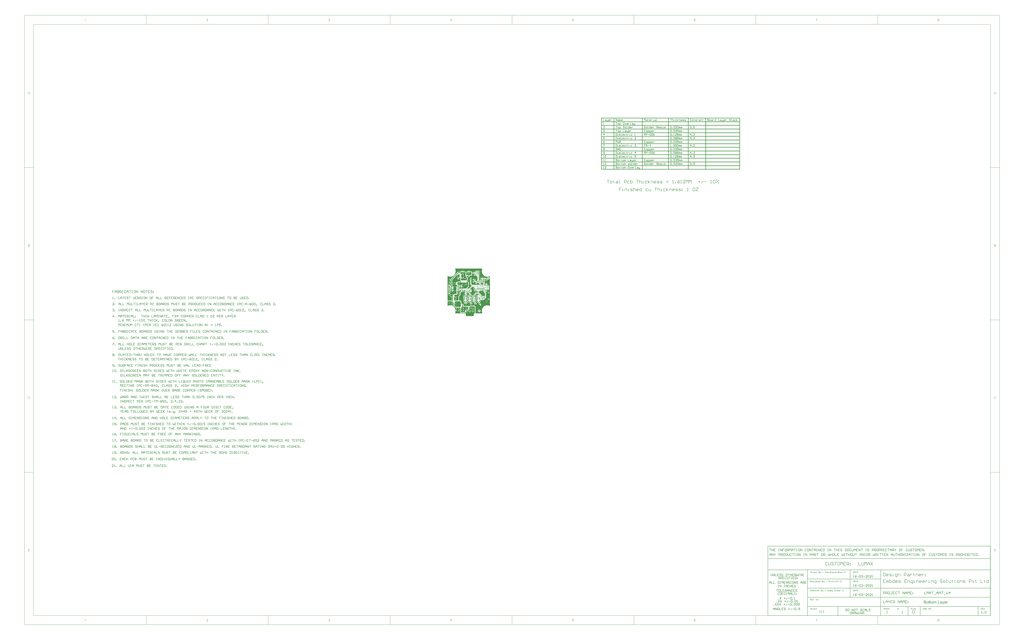
<source format=gbl>
G04 Layer_Physical_Order=4*
G04 Layer_Color=16711680*
%FSLAX25Y25*%
%MOIN*%
G70*
G01*
G75*
%ADD10R,0.03937X0.03740*%
%ADD11C,0.03937*%
%ADD14R,0.03740X0.03937*%
%ADD18R,0.04528X0.07087*%
%ADD21C,0.02000*%
%ADD22C,0.00800*%
%ADD23C,0.04000*%
%ADD24C,0.01500*%
%ADD25C,0.01200*%
%ADD26C,0.00100*%
%ADD27C,0.01000*%
%ADD28C,0.00500*%
%ADD29C,0.00700*%
%ADD30C,0.00400*%
%ADD31C,0.05354*%
%ADD32R,0.05354X0.05354*%
%ADD33C,0.02000*%
%ADD34C,0.02400*%
%ADD35C,0.03000*%
%ADD42R,0.02441X0.02441*%
%ADD43R,0.03150X0.02362*%
%ADD44R,0.06378X0.08583*%
%ADD45C,0.03500*%
%ADD46R,0.06299X0.11024*%
%ADD47R,0.05512X0.05118*%
%ADD48R,0.15748X0.05905*%
%ADD49R,0.01575X0.05315*%
%ADD50O,0.01575X0.05315*%
%ADD51R,0.10827X0.12205*%
%ADD52O,0.05709X0.02756*%
%ADD53R,0.05709X0.02756*%
%ADD54R,0.03622X0.03858*%
%ADD55C,0.03150*%
%ADD56R,0.03347X0.05905*%
%ADD57O,0.03347X0.05905*%
%ADD58R,0.03858X0.03622*%
%ADD59R,0.01968X0.01476*%
%ADD60R,0.02559X0.01181*%
%ADD61C,0.02400*%
%ADD62C,0.02500*%
G36*
X43346Y40993D02*
X43371Y40957D01*
X43407Y40933D01*
X46000Y38340D01*
Y25500D01*
X44344Y23844D01*
X28300D01*
X24400Y27800D01*
X24400Y37289D01*
X24900Y37338D01*
X24929Y37189D01*
X25150Y36858D01*
X25481Y36637D01*
X25872Y36559D01*
X26801D01*
Y39390D01*
X27801D01*
Y40390D01*
X30749D01*
Y41201D01*
X30672Y41591D01*
X30599Y41700D01*
X30866Y42200D01*
X42140Y42200D01*
X43346Y40993D01*
D02*
G37*
G36*
X70000Y103700D02*
Y90700D01*
X65953Y86653D01*
X65500Y86743D01*
X64642Y86572D01*
X63914Y86086D01*
X63428Y85358D01*
X63257Y84500D01*
X63322Y84171D01*
X62974Y83774D01*
X61274Y83774D01*
X40909Y83774D01*
X40673Y84215D01*
X40797Y84400D01*
X37128D01*
Y86400D01*
X40797D01*
X40396Y87000D01*
X40574Y87500D01*
X43364D01*
X43512Y87401D01*
X43980Y87308D01*
X47721D01*
X48189Y87401D01*
X48337Y87500D01*
X49800D01*
X49800Y87500D01*
Y87500D01*
X50295Y87512D01*
X51150D01*
Y90500D01*
Y93488D01*
X50279D01*
X49889Y93410D01*
X49559Y93189D01*
X49424Y93176D01*
X48400Y94200D01*
X36400D01*
X34979Y95621D01*
X35186Y96121D01*
X36209D01*
Y99700D01*
Y103279D01*
X34500D01*
Y103800D01*
X35700Y105000D01*
X47500D01*
Y104179D01*
X54500D01*
Y104179D01*
X55500D01*
X56500D01*
Y104179D01*
X63500D01*
Y105000D01*
X68700D01*
X70000Y103700D01*
D02*
G37*
G36*
X1643275Y-942885D02*
X1643436Y-942914D01*
X1643612Y-942973D01*
X1643817Y-943031D01*
X1644036Y-943134D01*
X1644271Y-943266D01*
X1643846Y-944349D01*
X1643831Y-944334D01*
X1643773Y-944305D01*
X1643685Y-944261D01*
X1643583Y-944217D01*
X1643451Y-944173D01*
X1643304Y-944129D01*
X1643143Y-944100D01*
X1642982Y-944085D01*
X1642924D01*
X1642851Y-944100D01*
X1642748Y-944115D01*
X1642646Y-944144D01*
X1642529Y-944188D01*
X1642411Y-944246D01*
X1642294Y-944320D01*
X1642280Y-944334D01*
X1642250Y-944364D01*
X1642192Y-944422D01*
X1642133Y-944495D01*
X1642060Y-944583D01*
X1641987Y-944700D01*
X1641928Y-944832D01*
X1641870Y-944979D01*
X1641855Y-945008D01*
X1641840Y-945081D01*
X1641811Y-945213D01*
X1641782Y-945388D01*
X1641738Y-945593D01*
X1641709Y-945828D01*
X1641694Y-946076D01*
X1641679Y-946355D01*
Y-950000D01*
X1640494D01*
Y-943031D01*
X1641562D01*
Y-944071D01*
X1641577Y-944056D01*
X1641635Y-943968D01*
X1641709Y-943837D01*
X1641796Y-943690D01*
X1641914Y-943529D01*
X1642045Y-943368D01*
X1642163Y-943222D01*
X1642294Y-943119D01*
X1642309Y-943105D01*
X1642353Y-943075D01*
X1642426Y-943046D01*
X1642529Y-942987D01*
X1642631Y-942943D01*
X1642763Y-942914D01*
X1642909Y-942885D01*
X1643056Y-942870D01*
X1643158D01*
X1643275Y-942885D01*
D02*
G37*
G36*
X1629382Y-950117D02*
Y-950132D01*
X1629367Y-950161D01*
X1629338Y-950220D01*
X1629309Y-950307D01*
X1629279Y-950395D01*
X1629235Y-950498D01*
X1629148Y-950747D01*
X1629030Y-951010D01*
X1628928Y-951259D01*
X1628825Y-951508D01*
X1628767Y-951610D01*
X1628723Y-951698D01*
X1628708Y-951727D01*
X1628664Y-951786D01*
X1628606Y-951889D01*
X1628518Y-952020D01*
X1628401Y-952152D01*
X1628284Y-952299D01*
X1628137Y-952430D01*
X1627991Y-952547D01*
X1627976Y-952562D01*
X1627918Y-952591D01*
X1627830Y-952635D01*
X1627713Y-952679D01*
X1627581Y-952738D01*
X1627405Y-952782D01*
X1627230Y-952811D01*
X1627025Y-952826D01*
X1626966D01*
X1626893Y-952811D01*
X1626805D01*
X1626688Y-952796D01*
X1626556Y-952767D01*
X1626263Y-952679D01*
X1626132Y-951581D01*
X1626146D01*
X1626190Y-951596D01*
X1626263Y-951610D01*
X1626366Y-951640D01*
X1626571Y-951684D01*
X1626805Y-951698D01*
X1626878D01*
X1626937Y-951684D01*
X1627039D01*
X1627244Y-951640D01*
X1627347Y-951610D01*
X1627435Y-951567D01*
X1627449D01*
X1627479Y-951537D01*
X1627522Y-951508D01*
X1627566Y-951464D01*
X1627698Y-951347D01*
X1627830Y-951186D01*
Y-951171D01*
X1627845Y-951142D01*
X1627874Y-951098D01*
X1627918Y-951010D01*
X1627962Y-950893D01*
X1628020Y-950747D01*
X1628093Y-950542D01*
X1628181Y-950307D01*
X1628196Y-950293D01*
X1628211Y-950234D01*
X1628255Y-950146D01*
X1628298Y-950015D01*
X1625649Y-943031D01*
X1626908D01*
X1628357Y-947043D01*
Y-947057D01*
X1628372Y-947072D01*
X1628386Y-947116D01*
X1628401Y-947174D01*
X1628459Y-947336D01*
X1628533Y-947540D01*
X1628606Y-947775D01*
X1628694Y-948053D01*
X1628782Y-948346D01*
X1628869Y-948653D01*
Y-948639D01*
X1628884Y-948624D01*
Y-948580D01*
X1628913Y-948521D01*
X1628943Y-948360D01*
X1629001Y-948170D01*
X1629074Y-947936D01*
X1629162Y-947672D01*
X1629250Y-947394D01*
X1629353Y-947101D01*
X1630846Y-943031D01*
X1632017D01*
X1629382Y-950117D01*
D02*
G37*
G36*
X1603937Y-942885D02*
X1604025D01*
X1604128Y-942900D01*
X1604347Y-942943D01*
X1604611Y-943017D01*
X1604874Y-943119D01*
X1605123Y-943266D01*
X1605358Y-943456D01*
X1605387Y-943485D01*
X1605445Y-943558D01*
X1605533Y-943705D01*
X1605650Y-943895D01*
X1605753Y-944144D01*
X1605841Y-944437D01*
X1605899Y-944803D01*
X1605928Y-945008D01*
Y-945227D01*
Y-950000D01*
X1604743D01*
Y-945623D01*
Y-945608D01*
Y-945593D01*
Y-945506D01*
Y-945374D01*
X1604728Y-945227D01*
X1604699Y-944891D01*
X1604669Y-944730D01*
X1604626Y-944598D01*
Y-944583D01*
X1604596Y-944539D01*
X1604567Y-944481D01*
X1604523Y-944407D01*
X1604465Y-944334D01*
X1604391Y-944246D01*
X1604303Y-944159D01*
X1604201Y-944085D01*
X1604186Y-944071D01*
X1604142Y-944056D01*
X1604084Y-944027D01*
X1604011Y-943983D01*
X1603908Y-943954D01*
X1603776Y-943924D01*
X1603645Y-943910D01*
X1603498Y-943895D01*
X1603381D01*
X1603235Y-943924D01*
X1603074Y-943954D01*
X1602883Y-944012D01*
X1602678Y-944100D01*
X1602459Y-944232D01*
X1602268Y-944393D01*
X1602254Y-944422D01*
X1602195Y-944481D01*
X1602122Y-944598D01*
X1602034Y-944773D01*
X1601932Y-944993D01*
X1601859Y-945257D01*
X1601800Y-945579D01*
X1601785Y-945959D01*
Y-950000D01*
X1600599D01*
Y-945476D01*
Y-945462D01*
Y-945447D01*
Y-945403D01*
Y-945345D01*
X1600585Y-945198D01*
X1600570Y-945037D01*
X1600526Y-944832D01*
X1600482Y-944642D01*
X1600409Y-944451D01*
X1600307Y-944290D01*
X1600292Y-944276D01*
X1600248Y-944232D01*
X1600190Y-944159D01*
X1600087Y-944085D01*
X1599955Y-944027D01*
X1599794Y-943954D01*
X1599604Y-943910D01*
X1599370Y-943895D01*
X1599282D01*
X1599194Y-943910D01*
X1599062Y-943924D01*
X1598931Y-943954D01*
X1598769Y-944012D01*
X1598608Y-944071D01*
X1598447Y-944159D01*
X1598433Y-944173D01*
X1598374Y-944203D01*
X1598301Y-944276D01*
X1598213Y-944349D01*
X1598111Y-944466D01*
X1598008Y-944598D01*
X1597920Y-944759D01*
X1597833Y-944935D01*
X1597818Y-944964D01*
X1597803Y-945022D01*
X1597774Y-945140D01*
X1597745Y-945301D01*
X1597701Y-945506D01*
X1597672Y-945754D01*
X1597657Y-946047D01*
X1597642Y-946384D01*
Y-950000D01*
X1596456D01*
Y-943031D01*
X1597511D01*
Y-944012D01*
X1597525Y-943983D01*
X1597569Y-943924D01*
X1597642Y-943837D01*
X1597745Y-943719D01*
X1597862Y-943588D01*
X1598008Y-943456D01*
X1598184Y-943309D01*
X1598374Y-943192D01*
X1598403Y-943178D01*
X1598477Y-943149D01*
X1598594Y-943090D01*
X1598740Y-943031D01*
X1598931Y-942973D01*
X1599135Y-942914D01*
X1599384Y-942885D01*
X1599633Y-942870D01*
X1599765D01*
X1599911Y-942885D01*
X1600087Y-942914D01*
X1600277Y-942943D01*
X1600497Y-943002D01*
X1600702Y-943090D01*
X1600892Y-943192D01*
X1600922Y-943207D01*
X1600980Y-943251D01*
X1601068Y-943324D01*
X1601171Y-943427D01*
X1601288Y-943558D01*
X1601405Y-943705D01*
X1601507Y-943895D01*
X1601595Y-944100D01*
X1601610Y-944085D01*
X1601639Y-944042D01*
X1601683Y-943983D01*
X1601741Y-943910D01*
X1601829Y-943807D01*
X1601932Y-943705D01*
X1602049Y-943602D01*
X1602181Y-943485D01*
X1602327Y-943368D01*
X1602488Y-943266D01*
X1602869Y-943061D01*
X1603074Y-942987D01*
X1603293Y-942929D01*
X1603513Y-942885D01*
X1603762Y-942870D01*
X1603864D01*
X1603937Y-942885D01*
D02*
G37*
G36*
X119081Y78944D02*
X119857Y78789D01*
X120092Y78836D01*
X120479Y78519D01*
Y73584D01*
X120626Y72843D01*
X121046Y72214D01*
X124863Y68398D01*
Y58256D01*
X124372Y58158D01*
X123886Y58886D01*
X123158Y59372D01*
X122300Y59543D01*
X121442Y59372D01*
X120714Y58886D01*
X120482Y58539D01*
X119951Y58644D01*
X119884Y58980D01*
X119442Y59642D01*
X118780Y60084D01*
X118000Y60239D01*
X117220Y60084D01*
X116558Y59642D01*
X116116Y58980D01*
X115961Y58200D01*
X116116Y57420D01*
X116185Y57317D01*
X115949Y56876D01*
X115066D01*
X115064Y56875D01*
X114237Y57702D01*
Y61823D01*
X114090Y62564D01*
X113670Y63193D01*
X106493Y70370D01*
X105864Y70790D01*
X105123Y70937D01*
X104531D01*
X104449Y71207D01*
X104402Y71437D01*
X104872Y72142D01*
X105043Y73000D01*
X104872Y73858D01*
X104402Y74563D01*
X104449Y74793D01*
X104531Y75063D01*
X107900D01*
X108641Y75210D01*
X109270Y75630D01*
X110990Y77351D01*
X111410Y77979D01*
X111497Y78415D01*
X112008Y78824D01*
X112180Y78789D01*
X112376Y78829D01*
X112763Y78511D01*
Y77713D01*
X112661Y77200D01*
X112816Y76420D01*
X113258Y75758D01*
X113920Y75316D01*
X114700Y75161D01*
X115480Y75316D01*
X116142Y75758D01*
X116584Y76420D01*
X116739Y77200D01*
X116637Y77713D01*
Y78527D01*
X117024Y78844D01*
X117298Y78789D01*
X118073Y78944D01*
X118577Y79280D01*
X119081Y78944D01*
D02*
G37*
G36*
X14935Y42000D02*
X15202Y41500D01*
X15196Y41491D01*
X15118Y41101D01*
Y40290D01*
X21016D01*
Y41101D01*
X21328Y41498D01*
X21700Y41171D01*
X21700Y36200D01*
X22361D01*
X22361Y27800D01*
X22437Y27417D01*
X22511Y27033D01*
X22515Y27027D01*
X22516Y27020D01*
X22733Y26695D01*
X22948Y26368D01*
X26848Y22413D01*
X26854Y22409D01*
X26858Y22402D01*
X27183Y22185D01*
X27506Y21966D01*
X27514Y21964D01*
X27520Y21960D01*
X27903Y21884D01*
X28286Y21805D01*
X28293Y21806D01*
X28300Y21805D01*
X43714D01*
X43921Y21305D01*
X43558Y20942D01*
X43558Y20942D01*
X43558Y20942D01*
X43338Y20613D01*
X43116Y20281D01*
X43116Y20281D01*
X43116Y20281D01*
X43030Y19850D01*
X42961Y19500D01*
X42961Y19500D01*
X42961Y19500D01*
X42961Y8400D01*
Y6900D01*
X43116Y6120D01*
X43558Y5458D01*
X44658Y4358D01*
X45320Y3916D01*
X46100Y3761D01*
X58700D01*
X59480Y3916D01*
X60142Y4358D01*
X61542Y5758D01*
X61984Y6420D01*
X62139Y7200D01*
Y7486D01*
X62454Y7593D01*
X62639Y7618D01*
X63396Y7038D01*
X64290Y6667D01*
X65250Y6541D01*
X66210Y6667D01*
X67104Y7038D01*
X67873Y7627D01*
X68462Y8396D01*
X68832Y9290D01*
X68959Y10250D01*
X68832Y11210D01*
X68745Y11421D01*
X69089Y11898D01*
X69680Y12016D01*
X70342Y12458D01*
X70342Y12458D01*
X71442Y13558D01*
X71442Y13558D01*
X71884Y14220D01*
X72039Y15000D01*
Y17616D01*
X72513Y17777D01*
X72627Y17627D01*
X73396Y17038D01*
X74290Y16668D01*
X75250Y16541D01*
X76210Y16668D01*
X77104Y17038D01*
X77873Y17627D01*
X78462Y18396D01*
X78833Y19290D01*
X78959Y20250D01*
X78833Y21210D01*
X78462Y22104D01*
X77873Y22873D01*
X77104Y23462D01*
X76210Y23832D01*
X75250Y23959D01*
X74290Y23832D01*
X73396Y23462D01*
X72627Y22873D01*
X72513Y22723D01*
X72039Y22884D01*
Y23500D01*
X72039Y23500D01*
X71940Y24000D01*
X72293Y24500D01*
X77000D01*
X78500Y26000D01*
X90500D01*
X92000Y24500D01*
Y4085D01*
X89574Y1658D01*
X89520Y1622D01*
X89484Y1568D01*
X88500Y585D01*
Y-5000D01*
X87000Y-6500D01*
X64500D01*
X62500Y-4500D01*
Y1000D01*
X61000Y2500D01*
X27248D01*
X26984Y2925D01*
X27476Y3922D01*
X28234Y6155D01*
X28694Y8468D01*
X28849Y10821D01*
X28694Y13174D01*
X28234Y15487D01*
X27476Y17720D01*
X26433Y19835D01*
X25123Y21795D01*
X23568Y23568D01*
X21795Y25123D01*
X19835Y26433D01*
X17720Y27476D01*
X17481Y27558D01*
X17595Y28047D01*
X18065Y27985D01*
X18763Y28077D01*
X19413Y28346D01*
X19972Y28774D01*
X20400Y29333D01*
X20670Y29983D01*
X20762Y30681D01*
Y30961D01*
X18065D01*
X15369D01*
Y30681D01*
X15461Y29983D01*
X15730Y29333D01*
X16159Y28774D01*
X16717Y28346D01*
X16736Y28338D01*
X16560Y27870D01*
X15487Y28234D01*
X13174Y28694D01*
X10821Y28849D01*
X8468Y28694D01*
X6155Y28234D01*
X3922Y27476D01*
X2719Y26883D01*
X2294Y27147D01*
Y40280D01*
X4014Y42000D01*
X14935Y42000D01*
D02*
G37*
G36*
X42461Y77468D02*
Y76500D01*
X45351D01*
Y74500D01*
X42461D01*
Y73532D01*
X42538Y73141D01*
X42737Y72843D01*
X42384Y72315D01*
X42214Y71457D01*
X42384Y70598D01*
X42500Y70425D01*
X42500Y63846D01*
X38000Y59346D01*
X38000Y48100D01*
Y45800D01*
X36439Y44239D01*
X31249Y44239D01*
X30839Y44610D01*
X24852D01*
Y43846D01*
X24794Y43799D01*
X24499Y43795D01*
X24200Y44090D01*
X23690Y44600D01*
X23300D01*
X23300Y56447D01*
X23654Y56801D01*
X24200D01*
X24200Y63748D01*
X24762Y63748D01*
X25116Y63394D01*
Y61300D01*
X31683D01*
Y63843D01*
X31605Y64233D01*
X31555Y64308D01*
X31822Y64808D01*
X32221D01*
X32689Y64901D01*
X32837Y65000D01*
X33059D01*
X33422Y65363D01*
X34059Y65311D01*
X34389Y65089D01*
X34780Y65012D01*
X35650D01*
Y68000D01*
Y70988D01*
X34780D01*
X34300Y71403D01*
Y72925D01*
X34800Y73145D01*
X35652Y72975D01*
X36128D01*
Y75400D01*
X37128D01*
Y76400D01*
X40797D01*
X40396Y77000D01*
X40543Y77415D01*
X40617Y77500D01*
X42435D01*
X42461Y77468D01*
D02*
G37*
G36*
X115271Y105850D02*
Y104044D01*
X115425Y103269D01*
X115739Y102800D01*
Y102563D01*
X115848Y102636D01*
X115865Y102611D01*
X116522Y102172D01*
X117298Y102018D01*
X118073Y102172D01*
X118577Y102509D01*
X119081Y102172D01*
X119857Y102018D01*
X120092Y102065D01*
X120479Y101747D01*
Y99618D01*
X117398Y96537D01*
X113481D01*
X113164Y96924D01*
X113239Y97300D01*
X113084Y98080D01*
X112642Y98742D01*
X112207Y99032D01*
X109711Y101529D01*
X109878Y102069D01*
X110396Y102172D01*
X110900Y102509D01*
X111404Y102172D01*
X112180Y102018D01*
X112955Y102172D01*
X113612Y102611D01*
X113629Y102636D01*
X113739Y102563D01*
Y102800D01*
X114052Y103269D01*
X114206Y104044D01*
Y105914D01*
X115258D01*
X115271Y105850D01*
D02*
G37*
G36*
X68800Y24700D02*
X70000Y23500D01*
X70000Y15000D01*
X68900Y13900D01*
X65697Y13900D01*
X65250Y13959D01*
X64803Y13900D01*
X61700Y13900D01*
X60100Y12300D01*
Y7200D01*
X58700Y5800D01*
X46100D01*
X45000Y6900D01*
Y8400D01*
X45000Y19500D01*
X50200Y24700D01*
X68800Y24700D01*
D02*
G37*
G36*
X1622091Y-942885D02*
X1622296Y-942900D01*
X1622530Y-942929D01*
X1622779Y-942958D01*
X1623013Y-943017D01*
X1623233Y-943090D01*
X1623262Y-943105D01*
X1623321Y-943119D01*
X1623423Y-943178D01*
X1623540Y-943236D01*
X1623672Y-943309D01*
X1623819Y-943397D01*
X1623936Y-943500D01*
X1624053Y-943617D01*
X1624067Y-943632D01*
X1624097Y-943676D01*
X1624141Y-943734D01*
X1624199Y-943837D01*
X1624258Y-943954D01*
X1624316Y-944085D01*
X1624375Y-944246D01*
X1624419Y-944422D01*
Y-944437D01*
X1624433Y-944481D01*
X1624448Y-944554D01*
X1624463Y-944671D01*
Y-944817D01*
X1624477Y-945008D01*
X1624492Y-945227D01*
Y-945506D01*
Y-947087D01*
Y-947101D01*
Y-947160D01*
Y-947248D01*
Y-947350D01*
Y-947482D01*
Y-947628D01*
X1624507Y-947965D01*
Y-948331D01*
X1624521Y-948668D01*
X1624536Y-948829D01*
Y-948961D01*
X1624551Y-949078D01*
X1624565Y-949180D01*
Y-949195D01*
X1624580Y-949253D01*
X1624594Y-949341D01*
X1624624Y-949444D01*
X1624668Y-949561D01*
X1624726Y-949707D01*
X1624858Y-950000D01*
X1623628D01*
X1623614Y-949985D01*
X1623599Y-949941D01*
X1623570Y-949854D01*
X1623526Y-949751D01*
X1623482Y-949619D01*
X1623453Y-949473D01*
X1623423Y-949312D01*
X1623394Y-949122D01*
X1623365Y-949151D01*
X1623277Y-949209D01*
X1623160Y-949312D01*
X1622984Y-949429D01*
X1622794Y-949575D01*
X1622574Y-949707D01*
X1622355Y-949824D01*
X1622120Y-949927D01*
X1622091Y-949941D01*
X1622018Y-949956D01*
X1621901Y-950000D01*
X1621740Y-950044D01*
X1621535Y-950088D01*
X1621315Y-950117D01*
X1621081Y-950146D01*
X1620817Y-950161D01*
X1620715D01*
X1620627Y-950146D01*
X1620539D01*
X1620422Y-950132D01*
X1620173Y-950088D01*
X1619880Y-950029D01*
X1619602Y-949927D01*
X1619309Y-949795D01*
X1619061Y-949605D01*
X1619031Y-949575D01*
X1618958Y-949502D01*
X1618870Y-949385D01*
X1618753Y-949209D01*
X1618636Y-949004D01*
X1618548Y-948770D01*
X1618475Y-948477D01*
X1618446Y-948170D01*
Y-948141D01*
Y-948082D01*
X1618460Y-947980D01*
X1618475Y-947863D01*
X1618504Y-947716D01*
X1618534Y-947555D01*
X1618592Y-947394D01*
X1618665Y-947233D01*
X1618680Y-947218D01*
X1618709Y-947160D01*
X1618753Y-947087D01*
X1618826Y-946984D01*
X1618914Y-946882D01*
X1619031Y-946765D01*
X1619148Y-946662D01*
X1619280Y-946560D01*
X1619295Y-946545D01*
X1619353Y-946516D01*
X1619427Y-946472D01*
X1619529Y-946413D01*
X1619661Y-946340D01*
X1619793Y-946281D01*
X1619954Y-946223D01*
X1620129Y-946164D01*
X1620144D01*
X1620202Y-946150D01*
X1620276Y-946135D01*
X1620393Y-946106D01*
X1620539Y-946076D01*
X1620729Y-946047D01*
X1620934Y-946018D01*
X1621183Y-945989D01*
X1621198D01*
X1621242Y-945974D01*
X1621315D01*
X1621418Y-945959D01*
X1621535Y-945945D01*
X1621667Y-945930D01*
X1621989Y-945872D01*
X1622325Y-945813D01*
X1622677Y-945754D01*
X1623013Y-945667D01*
X1623160Y-945623D01*
X1623292Y-945579D01*
Y-945564D01*
Y-945535D01*
X1623306Y-945447D01*
Y-945345D01*
Y-945301D01*
Y-945271D01*
Y-945257D01*
Y-945242D01*
Y-945154D01*
X1623292Y-945022D01*
X1623262Y-944876D01*
X1623218Y-944715D01*
X1623160Y-944539D01*
X1623087Y-944393D01*
X1622969Y-944261D01*
X1622955Y-944246D01*
X1622882Y-944203D01*
X1622779Y-944129D01*
X1622633Y-944056D01*
X1622442Y-943983D01*
X1622208Y-943910D01*
X1621930Y-943866D01*
X1621623Y-943851D01*
X1621491D01*
X1621344Y-943866D01*
X1621154Y-943880D01*
X1620949Y-943924D01*
X1620759Y-943968D01*
X1620554Y-944042D01*
X1620393Y-944144D01*
X1620378Y-944159D01*
X1620334Y-944203D01*
X1620261Y-944276D01*
X1620173Y-944378D01*
X1620071Y-944525D01*
X1619983Y-944700D01*
X1619880Y-944920D01*
X1619807Y-945169D01*
X1618651Y-945008D01*
Y-944993D01*
X1618665Y-944979D01*
X1618680Y-944891D01*
X1618724Y-944759D01*
X1618768Y-944583D01*
X1618841Y-944393D01*
X1618929Y-944203D01*
X1619031Y-943998D01*
X1619163Y-943822D01*
X1619178Y-943807D01*
X1619236Y-943749D01*
X1619309Y-943661D01*
X1619427Y-943558D01*
X1619573Y-943456D01*
X1619763Y-943339D01*
X1619968Y-943222D01*
X1620202Y-943119D01*
X1620217D01*
X1620232Y-943105D01*
X1620276Y-943090D01*
X1620320Y-943075D01*
X1620466Y-943046D01*
X1620656Y-942987D01*
X1620891Y-942943D01*
X1621154Y-942914D01*
X1621461Y-942885D01*
X1621784Y-942870D01*
X1621930D01*
X1622091Y-942885D01*
D02*
G37*
G36*
X116786Y148856D02*
X116181Y147631D01*
X115423Y145396D01*
X114962Y143081D01*
X114808Y140726D01*
X114962Y138370D01*
X115423Y136055D01*
X116181Y133820D01*
X117225Y131704D01*
X118536Y129741D01*
X120093Y127967D01*
X121867Y126410D01*
X123830Y125099D01*
X125947Y124055D01*
X128182Y123296D01*
X130497Y122836D01*
X132852Y122682D01*
X135207Y122836D01*
X137522Y123296D01*
X139757Y124055D01*
X140982Y124659D01*
X141407Y124395D01*
Y27164D01*
X140982Y26900D01*
X139745Y27510D01*
X137514Y28267D01*
X135204Y28727D01*
X132854Y28881D01*
X130503Y28727D01*
X128193Y28267D01*
X125962Y27510D01*
X123849Y26468D01*
X121891Y25159D01*
X120120Y23606D01*
X118567Y21835D01*
X117258Y19877D01*
X116216Y17764D01*
X115459Y15533D01*
X114999Y13223D01*
X114845Y10872D01*
X114999Y8522D01*
X115459Y6211D01*
X116216Y3981D01*
X116839Y2719D01*
X116574Y2294D01*
X93752Y2294D01*
X93543Y2794D01*
X93884Y3304D01*
X94039Y4085D01*
Y24500D01*
X93884Y25280D01*
X93442Y25942D01*
X91942Y27442D01*
X91280Y27884D01*
X90500Y28039D01*
X78500D01*
X77720Y27884D01*
X77058Y27442D01*
X76155Y26539D01*
X72293D01*
X72121Y26505D01*
X71947Y26510D01*
X71735Y26428D01*
X71512Y26384D01*
X71367Y26287D01*
X71204Y26224D01*
X71039Y26068D01*
X70851Y25942D01*
X70333Y26050D01*
X70242Y26142D01*
X69580Y26584D01*
X68800Y26739D01*
X54953Y26739D01*
X54600Y27093D01*
X54600Y33300D01*
X48039Y33300D01*
Y38340D01*
X47969Y38693D01*
X47884Y39120D01*
X47884Y39120D01*
X47442Y39782D01*
X47442Y39782D01*
X46518Y40706D01*
X46543Y40957D01*
X47029Y41685D01*
X47200Y42543D01*
X47029Y43402D01*
X46543Y44129D01*
X45815Y44616D01*
X44957Y44787D01*
X44098Y44616D01*
X43371Y44129D01*
X42971Y44050D01*
X42920Y44084D01*
X42920Y44084D01*
X42920Y44084D01*
X42140Y44239D01*
X40400Y44239D01*
X40400Y44950D01*
X39958Y45392D01*
X40039Y45800D01*
Y48100D01*
X40039Y58502D01*
X43942Y62405D01*
X44384Y63066D01*
X44539Y63846D01*
X44539Y69230D01*
X45315Y69384D01*
X46043Y69871D01*
X46529Y70598D01*
X46700Y71457D01*
X46608Y71921D01*
X46925Y72308D01*
X47221D01*
X47689Y72401D01*
X48086Y72666D01*
X48218Y72864D01*
X48782D01*
X48914Y72666D01*
X49311Y72401D01*
X49779Y72308D01*
X53520D01*
X53988Y72401D01*
X54385Y72666D01*
X54650Y73063D01*
X54743Y73532D01*
Y75712D01*
X55243Y75991D01*
X55900Y75861D01*
X56413Y75963D01*
X57345D01*
X57396Y75896D01*
X58012Y75423D01*
X58730Y75126D01*
X59500Y75024D01*
X59870Y74700D01*
X59870Y73510D01*
X59870D01*
X59886Y73471D01*
X59230Y72815D01*
X58810Y72187D01*
X58663Y71446D01*
Y67900D01*
X58810Y67159D01*
X59230Y66530D01*
X59984Y65776D01*
X59738Y65316D01*
X59619Y65339D01*
X58650D01*
Y63450D01*
X60638D01*
Y64320D01*
X60615Y64438D01*
X61076Y64685D01*
X61515Y64245D01*
X61510Y64193D01*
X61245Y63796D01*
X61152Y63327D01*
Y60965D01*
X61245Y60497D01*
X61510Y60100D01*
X61907Y59835D01*
X62376Y59742D01*
X65525D01*
X65993Y59835D01*
X66390Y60100D01*
X66656Y60497D01*
X66749Y60965D01*
Y63327D01*
X66656Y63796D01*
X66390Y64193D01*
X65993Y64458D01*
X65888Y64479D01*
Y64550D01*
X65740Y65291D01*
X65320Y65919D01*
X63412Y67827D01*
X63672Y68275D01*
X64380Y68416D01*
X65042Y68858D01*
X65246Y69163D01*
X65498Y69213D01*
X65966Y69120D01*
X66106D01*
X66131Y69104D01*
X66950Y68941D01*
X69182D01*
X70001Y69104D01*
X70696Y69568D01*
X71049Y69921D01*
X71602Y69766D01*
X71763Y69525D01*
Y68900D01*
X71910Y68159D01*
X72330Y67530D01*
X74096Y65764D01*
X73850Y65303D01*
X73668Y65339D01*
X72700D01*
Y63450D01*
X74688D01*
Y64320D01*
X74652Y64501D01*
X75113Y64748D01*
X75680Y64180D01*
X75423Y63796D01*
X75330Y63327D01*
Y60965D01*
X75423Y60497D01*
X75688Y60100D01*
X76085Y59835D01*
X76553Y59742D01*
X79703D01*
X80171Y59835D01*
X80568Y60100D01*
X80834Y60497D01*
X80927Y60965D01*
Y63327D01*
X80834Y63796D01*
X80568Y64193D01*
X80171Y64458D01*
X80037Y64485D01*
Y64500D01*
X79890Y65241D01*
X79470Y65870D01*
X75640Y69699D01*
X75758Y69876D01*
X75851Y70344D01*
Y71263D01*
X78400D01*
X79141Y71410D01*
X79770Y71830D01*
X81270Y73330D01*
X81690Y73959D01*
X81837Y74700D01*
Y78100D01*
X81690Y78841D01*
X81270Y79470D01*
X78732Y82007D01*
X78442Y82442D01*
X77811Y82864D01*
X77735Y82947D01*
X77608Y83368D01*
X82802Y88563D01*
X88482D01*
X88853Y88063D01*
X88761Y87600D01*
X88863Y87087D01*
Y85532D01*
X88696Y85404D01*
X88223Y84788D01*
X87926Y84070D01*
X87824Y83300D01*
X87926Y82530D01*
X88223Y81812D01*
X88696Y81196D01*
X89312Y80723D01*
X90030Y80426D01*
X90800Y80325D01*
X91570Y80426D01*
X92288Y80723D01*
X92321Y80749D01*
X97371D01*
X97512Y80040D01*
X97696Y79765D01*
X97650Y79430D01*
X97477Y79194D01*
X97288Y79193D01*
X96788Y79577D01*
X96070Y79874D01*
X95300Y79975D01*
X94530Y79874D01*
X93812Y79577D01*
X93196Y79104D01*
X93068Y78937D01*
X92261D01*
X92058Y79072D01*
X91200Y79243D01*
X90342Y79072D01*
X89614Y78586D01*
X89128Y77858D01*
X88957Y77000D01*
X89128Y76142D01*
X89614Y75414D01*
X90342Y74928D01*
X91200Y74757D01*
X92058Y74928D01*
X92261Y75063D01*
X93068D01*
X93196Y74896D01*
X93812Y74423D01*
X94530Y74126D01*
X95300Y74024D01*
X96070Y74126D01*
X96788Y74423D01*
X97404Y74896D01*
X97532Y75063D01*
X101069D01*
X101151Y74793D01*
X101198Y74563D01*
X100728Y73858D01*
X100557Y73000D01*
X100728Y72142D01*
X101198Y71437D01*
X101151Y71207D01*
X101069Y70937D01*
X95877D01*
X95136Y70790D01*
X94507Y70370D01*
X90958Y66821D01*
X90539Y66193D01*
X90391Y65451D01*
Y64479D01*
X90285Y64458D01*
X89888Y64193D01*
X89623Y63796D01*
X89530Y63327D01*
Y60965D01*
X89623Y60497D01*
X89888Y60100D01*
X90285Y59835D01*
X90754Y59742D01*
X93903D01*
X94371Y59835D01*
X94768Y60100D01*
X95034Y60497D01*
X95127Y60965D01*
Y63327D01*
X95034Y63796D01*
X94768Y64193D01*
X94616Y64294D01*
X94519Y64887D01*
X94526Y64910D01*
X96679Y67063D01*
X104321D01*
X106370Y65013D01*
X106179Y64551D01*
X105325D01*
X104857Y64458D01*
X104460Y64193D01*
X104195Y63796D01*
X104137Y63505D01*
X103637Y63554D01*
Y64320D01*
X103559Y64710D01*
X103338Y65041D01*
X103007Y65262D01*
X102617Y65339D01*
X101649D01*
Y62450D01*
X100649D01*
Y61450D01*
X97661D01*
Y60580D01*
X97738Y60189D01*
X97959Y59859D01*
X98249Y59665D01*
Y59158D01*
X98212Y59151D01*
X97815Y58886D01*
X97550Y58489D01*
X97457Y58021D01*
Y54280D01*
X97550Y53812D01*
X97815Y53415D01*
X98097Y53227D01*
X98139Y52806D01*
X98109Y52663D01*
X97915Y52534D01*
X97650Y52137D01*
X97557Y51669D01*
Y47732D01*
X97650Y47263D01*
X97915Y46866D01*
X98312Y46601D01*
X98751Y46514D01*
Y44728D01*
X98409Y44660D01*
X98012Y44394D01*
X97747Y43997D01*
X97654Y43529D01*
Y39671D01*
X97747Y39203D01*
X98012Y38806D01*
X98409Y38541D01*
X98877Y38447D01*
X100301D01*
X100301Y38400D01*
X104972Y38400D01*
Y37266D01*
X104761Y37104D01*
X104288Y36488D01*
X103990Y35770D01*
X103889Y35000D01*
X103990Y34230D01*
X104288Y33512D01*
X104761Y32896D01*
X105377Y32423D01*
X106095Y32126D01*
X106865Y32024D01*
X107073Y32052D01*
X108663Y30462D01*
Y29813D01*
X108561Y29300D01*
X108716Y28520D01*
X109158Y27858D01*
X109820Y27416D01*
X110600Y27261D01*
X111380Y27416D01*
X112042Y27858D01*
X112484Y28520D01*
X112639Y29300D01*
X112537Y29813D01*
Y31265D01*
X112390Y32006D01*
X111970Y32634D01*
X109813Y34792D01*
X109840Y35000D01*
X109739Y35770D01*
X109441Y36488D01*
X108968Y37104D01*
X108846Y37198D01*
Y38400D01*
X109900D01*
Y39454D01*
X109943Y39671D01*
Y43529D01*
X109900Y43746D01*
Y46700D01*
X109900Y46700D01*
X109900D01*
X109906Y47173D01*
X110434Y47327D01*
X111230Y46530D01*
X111859Y46110D01*
X112600Y45963D01*
X119715D01*
X120457Y46110D01*
X121085Y46530D01*
X123275Y48720D01*
X123728D01*
X124196Y48813D01*
X124593Y49079D01*
X124858Y49475D01*
X124951Y49944D01*
Y50863D01*
X125600D01*
X126341Y51010D01*
X126970Y51430D01*
X128170Y52630D01*
X128590Y53259D01*
X128737Y54000D01*
Y69200D01*
X128590Y69941D01*
X128170Y70570D01*
X125877Y72863D01*
X126084Y73363D01*
X126925D01*
X127053Y73196D01*
X127669Y72723D01*
X128386Y72426D01*
X129157Y72325D01*
X129927Y72426D01*
X130644Y72723D01*
X131261Y73196D01*
X131733Y73812D01*
X132031Y74530D01*
X132132Y75300D01*
X132031Y76070D01*
X131733Y76788D01*
X131261Y77404D01*
X130644Y77877D01*
X129927Y78174D01*
X129157Y78275D01*
X128386Y78174D01*
X127669Y77877D01*
X127053Y77404D01*
X126925Y77237D01*
X125713D01*
X125200Y77339D01*
X124853Y77270D01*
X124353Y77680D01*
Y78547D01*
X124707Y78900D01*
X138300Y78900D01*
X138300Y91600D01*
X138300Y91600D01*
X138300D01*
X138055Y92100D01*
X138194Y92800D01*
X138020Y93678D01*
X137522Y94422D01*
X136778Y94919D01*
X135900Y95094D01*
X134445D01*
X134360Y95151D01*
X133892Y95244D01*
X131451D01*
X131066Y95560D01*
Y96127D01*
X131451Y96560D01*
X131672D01*
Y98800D01*
Y101040D01*
X131451D01*
X131090Y100968D01*
X130817Y101151D01*
X130349Y101244D01*
X127908D01*
X127440Y101151D01*
X127043Y100886D01*
X126778Y100489D01*
X126684Y100021D01*
Y97579D01*
X126778Y97111D01*
X127043Y96714D01*
X127191Y96615D01*
Y94985D01*
X127043Y94886D01*
X126944Y94737D01*
X121730D01*
X121539Y95199D01*
X123786Y97446D01*
X124206Y98075D01*
X124353Y98816D01*
Y103596D01*
X124442Y104044D01*
Y107784D01*
X124288Y108560D01*
X123849Y109217D01*
X123305Y109580D01*
X123154Y110020D01*
X123137Y110177D01*
X123235Y110301D01*
X123742D01*
X123866Y110115D01*
X124263Y109850D01*
X124732Y109757D01*
X128668D01*
X129137Y109850D01*
X129534Y110115D01*
X129658Y110301D01*
X131250D01*
X132226Y110495D01*
X133053Y111048D01*
X133102Y111098D01*
X133655Y111925D01*
X133849Y112900D01*
X133655Y113875D01*
X133292Y114419D01*
X133249Y114483D01*
X133619Y114830D01*
X133670Y114790D01*
X134359Y114261D01*
X135344Y113853D01*
X136402Y113714D01*
X137459Y113853D01*
X138444Y114261D01*
X139290Y114911D01*
X139939Y115757D01*
X140347Y116742D01*
X140487Y117799D01*
X140347Y118857D01*
X139939Y119842D01*
X139290Y120688D01*
X138444Y121337D01*
X137459Y121745D01*
X136402Y121884D01*
X135344Y121745D01*
X134359Y121337D01*
X133513Y120688D01*
X132864Y119842D01*
X132456Y118857D01*
X132317Y117799D01*
X132456Y116742D01*
X132864Y115757D01*
X133291Y115200D01*
X133326Y115154D01*
X132980Y114784D01*
X132902Y114836D01*
X132275Y115255D01*
X131300Y115449D01*
X131051Y115399D01*
X129658D01*
X129534Y115586D01*
X129146Y115845D01*
X129086Y116179D01*
X129103Y116367D01*
X129390Y116559D01*
X129611Y116889D01*
X129688Y117280D01*
Y118149D01*
X126700D01*
X123712D01*
Y117500D01*
X122788D01*
Y118150D01*
X119800D01*
X116812D01*
Y117500D01*
X116088D01*
Y118050D01*
X113100D01*
X110112D01*
Y117180D01*
X110189Y116789D01*
X110410Y116459D01*
X110697Y116267D01*
X110714Y116079D01*
X110655Y115745D01*
X110266Y115486D01*
X110001Y115089D01*
X109908Y114620D01*
Y110880D01*
X110001Y110412D01*
X110130Y110219D01*
X109829Y109769D01*
X109620Y109811D01*
X108845Y109656D01*
X108341Y109320D01*
X107837Y109656D01*
X107061Y109811D01*
X106826Y109764D01*
X106440Y110081D01*
Y124798D01*
X106292Y125539D01*
X105872Y126167D01*
X103182Y128857D01*
X103197Y128916D01*
X103733Y129014D01*
X104014Y128733D01*
X104666Y128298D01*
X105033Y128146D01*
X105801Y127993D01*
X105902D01*
X106000Y127973D01*
X106098Y127993D01*
X106199D01*
X106967Y128146D01*
X107334Y128298D01*
X107986Y128733D01*
X108267Y129014D01*
X108702Y129666D01*
X108854Y130033D01*
X109007Y130801D01*
Y131199D01*
X108854Y131967D01*
X108702Y132335D01*
X108267Y132986D01*
X107986Y133267D01*
X107334Y133702D01*
X106967Y133854D01*
X106199Y134007D01*
X106098D01*
X106000Y134027D01*
X105902Y134007D01*
X105801D01*
X105033Y133854D01*
X104666Y133702D01*
X104165Y133368D01*
X103703Y133457D01*
X103575Y133535D01*
X103424Y133899D01*
X103000Y134452D01*
Y135548D01*
X103424Y136101D01*
X103575Y136465D01*
X103703Y136543D01*
X104165Y136632D01*
X104666Y136298D01*
X105033Y136146D01*
X105801Y135993D01*
X105902D01*
X106000Y135973D01*
X106098Y135993D01*
X106199D01*
X106967Y136146D01*
X107334Y136298D01*
X107986Y136733D01*
X108267Y137014D01*
X108702Y137665D01*
X108854Y138033D01*
X109007Y138801D01*
Y139199D01*
X108854Y139967D01*
X108702Y140334D01*
X108267Y140986D01*
X107986Y141267D01*
X107334Y141702D01*
X106967Y141854D01*
X106199Y142007D01*
X106098D01*
X106000Y142027D01*
X105902Y142007D01*
X105801D01*
X105033Y141854D01*
X104666Y141702D01*
X104014Y141267D01*
X103733Y140986D01*
X103721Y140967D01*
X103605Y140975D01*
X103220Y141118D01*
X103072Y141858D01*
X102586Y142586D01*
X101858Y143072D01*
X101000Y143243D01*
X100142Y143072D01*
X99414Y142586D01*
X98928Y141858D01*
X98757Y141000D01*
X98928Y140142D01*
X99003Y140030D01*
X98839Y139567D01*
X98422Y139510D01*
X98011Y139874D01*
X97978Y140000D01*
X98072Y140142D01*
X98243Y141000D01*
X98072Y141858D01*
X97586Y142586D01*
X96858Y143072D01*
X96000Y143243D01*
X95142Y143072D01*
X94414Y142586D01*
X93928Y141858D01*
X93757Y141000D01*
X93928Y140142D01*
X94022Y140000D01*
X93889Y139500D01*
X92623Y139500D01*
X92299Y139749D01*
X91672Y140008D01*
X91000Y140097D01*
X90328Y140008D01*
X89701Y139749D01*
X89377Y139500D01*
X89000D01*
Y139123D01*
X88751Y138798D01*
X88491Y138172D01*
X88410Y137550D01*
X88173Y137390D01*
X87924Y137308D01*
X87335Y137702D01*
X86967Y137854D01*
X86199Y138007D01*
X86098D01*
X86000Y138027D01*
X85901Y138007D01*
X85801D01*
X85033Y137854D01*
X84666Y137702D01*
X84014Y137267D01*
X83733Y136986D01*
X83298Y136335D01*
X83146Y135967D01*
X82993Y135199D01*
Y134801D01*
X83146Y134033D01*
X83298Y133666D01*
X83733Y133014D01*
X84014Y132733D01*
X84666Y132298D01*
X85033Y132146D01*
X85801Y131993D01*
X85901D01*
X86000Y131973D01*
X86098Y131993D01*
X86199D01*
X86967Y132146D01*
X87335Y132298D01*
X87710Y132549D01*
X87794Y132541D01*
X88228Y132294D01*
X88297Y131776D01*
X88576Y131101D01*
X88706Y130932D01*
Y127700D01*
X88881Y126822D01*
X89378Y126078D01*
X90122Y125581D01*
X91000Y125406D01*
X91878Y125581D01*
X92622Y126078D01*
X93119Y126822D01*
X93294Y127700D01*
Y130500D01*
X94048D01*
X94063Y130489D01*
Y128800D01*
X94210Y128059D01*
X94630Y127430D01*
X100006Y122054D01*
Y109795D01*
X98597D01*
X98129Y109702D01*
X97732Y109437D01*
X97466Y109040D01*
X97373Y108572D01*
Y107851D01*
X95188D01*
X93126Y109914D01*
X93151Y110455D01*
X93204Y110496D01*
X93677Y111112D01*
X93974Y111830D01*
X94076Y112600D01*
X93974Y113370D01*
X93677Y114088D01*
X93204Y114704D01*
X92588Y115177D01*
X91870Y115474D01*
X91100Y115576D01*
X90330Y115474D01*
X89612Y115177D01*
X88996Y114704D01*
X88825Y114481D01*
X87504D01*
X87302Y114616D01*
X86443Y114787D01*
X85585Y114616D01*
X84857Y114129D01*
X84371Y113402D01*
X84200Y112543D01*
X84371Y111685D01*
X84857Y110957D01*
X85585Y110471D01*
X86443Y110300D01*
X87302Y110471D01*
X87504Y110606D01*
X88911D01*
X88996Y110496D01*
X89163Y110368D01*
Y109200D01*
X89310Y108459D01*
X89730Y107830D01*
X93016Y104544D01*
X93644Y104124D01*
X94386Y103977D01*
X97373D01*
Y103363D01*
X97127Y103164D01*
X96899Y103078D01*
X96758Y103172D01*
X95900Y103343D01*
X95042Y103172D01*
X94314Y102686D01*
X93828Y101958D01*
X93657Y101100D01*
X93828Y100242D01*
X94314Y99514D01*
X95042Y99028D01*
X95900Y98857D01*
X96758Y99028D01*
X97486Y99514D01*
X97972Y100242D01*
X98143Y101100D01*
X98037Y101635D01*
X98460Y102060D01*
X98597Y102033D01*
X100172D01*
X100640Y102126D01*
X100938Y102325D01*
X101168Y102172D01*
X101943Y102018D01*
X102719Y102172D01*
X103223Y102509D01*
X103727Y102172D01*
X104502Y102018D01*
X104738Y102065D01*
X105124Y101747D01*
Y101439D01*
X105272Y100697D01*
X105692Y100069D01*
X108761Y96999D01*
X108570Y96537D01*
X83202D01*
X80337Y99402D01*
Y112268D01*
X80504Y112396D01*
X80977Y113012D01*
X81274Y113730D01*
X81375Y114500D01*
X81274Y115270D01*
X80977Y115988D01*
X80504Y116604D01*
X80337Y116732D01*
Y118387D01*
X80439Y118900D01*
X80284Y119680D01*
X79842Y120342D01*
X79180Y120784D01*
X78400Y120939D01*
X77620Y120784D01*
X76958Y120342D01*
X76516Y119680D01*
X76361Y118900D01*
X76463Y118387D01*
Y116732D01*
X76296Y116604D01*
X75823Y115988D01*
X75526Y115270D01*
X75424Y114500D01*
X75526Y113730D01*
X75823Y113012D01*
X76296Y112396D01*
X76463Y112268D01*
Y98600D01*
X76610Y97859D01*
X77030Y97230D01*
X81030Y93230D01*
X81579Y92863D01*
X81582Y92538D01*
X81526Y92343D01*
X81259Y92290D01*
X80630Y91870D01*
X72798Y84037D01*
X68045D01*
X67728Y84424D01*
X67743Y84500D01*
X67572Y85358D01*
X67560Y85376D01*
X71442Y89258D01*
X71884Y89920D01*
X72039Y90700D01*
Y103700D01*
X71884Y104480D01*
X71442Y105142D01*
X70142Y106442D01*
X69480Y106884D01*
X68700Y107039D01*
X63500D01*
Y107867D01*
X63531Y107916D01*
X64000Y108218D01*
X64020Y108213D01*
X64269Y108115D01*
X64403Y108117D01*
X64532Y108084D01*
X64985Y108062D01*
X65036Y108069D01*
X65087Y108059D01*
X65428Y108127D01*
X65772Y108178D01*
X65816Y108204D01*
X65867Y108214D01*
X66156Y108408D01*
X66455Y108587D01*
X66486Y108628D01*
X66528Y108656D01*
X68442Y110570D01*
X68884Y111231D01*
X69039Y112012D01*
Y118500D01*
X68884Y119280D01*
X68442Y119942D01*
X63539Y124845D01*
Y125581D01*
X64039Y125952D01*
X64500Y125861D01*
X68818Y125861D01*
X69112Y125361D01*
X69024Y124700D01*
X69126Y123930D01*
X69423Y123212D01*
X69896Y122596D01*
X70512Y122123D01*
X71230Y121826D01*
X72000Y121724D01*
X72770Y121826D01*
X73488Y122123D01*
X74104Y122596D01*
X74577Y123212D01*
X74874Y123930D01*
X74976Y124700D01*
X74888Y125361D01*
X75182Y125861D01*
X79947Y125861D01*
X80727Y126016D01*
X81388Y126458D01*
X81742Y126811D01*
X81742Y126811D01*
X81742Y126812D01*
X81945Y127115D01*
X82184Y127473D01*
X82184Y127473D01*
X82184Y127473D01*
X82253Y127817D01*
X82339Y128253D01*
X82339Y128253D01*
X82339Y128253D01*
X82339Y137510D01*
X82261Y137901D01*
X82184Y138290D01*
X82184Y138290D01*
X82184Y138291D01*
X81964Y138619D01*
X81742Y138952D01*
X80753Y139942D01*
X80752Y139942D01*
X80752Y139942D01*
X80424Y140162D01*
X80091Y140384D01*
X80091Y140384D01*
X80091Y140384D01*
X79699Y140462D01*
X79311Y140539D01*
X79311Y140539D01*
X79310Y140539D01*
X75488D01*
Y140650D01*
X72500D01*
X69512D01*
Y140539D01*
X67755D01*
X67713Y140531D01*
X67670Y140537D01*
X67324Y140453D01*
X66975Y140384D01*
X66939Y140360D01*
X66897Y140350D01*
X66609Y140140D01*
X66313Y139942D01*
X66301Y139923D01*
X66289Y139915D01*
X66276Y139896D01*
X66254Y139880D01*
X66229Y139852D01*
X66044Y139549D01*
X65846Y139254D01*
X65650Y138782D01*
X65625Y138653D01*
X63091D01*
X62622Y138559D01*
X62500Y138478D01*
X62378Y138559D01*
X61909Y138653D01*
X59375D01*
X59350Y138782D01*
X59154Y139254D01*
X58956Y139549D01*
X58771Y139852D01*
X58746Y139880D01*
X58724Y139896D01*
X58711Y139915D01*
X58699Y139923D01*
X58687Y139942D01*
X58391Y140140D01*
X58103Y140350D01*
X58061Y140360D01*
X58025Y140384D01*
X57676Y140453D01*
X57330Y140537D01*
X57287Y140531D01*
X57245Y140539D01*
X54431D01*
X54288Y140657D01*
Y140969D01*
X51300D01*
X48312D01*
Y140657D01*
X48169Y140539D01*
X46500D01*
X45720Y140384D01*
X45058Y139942D01*
X44058Y138942D01*
X43692Y138393D01*
X37070D01*
X36365Y138301D01*
X35708Y138029D01*
X35144Y137596D01*
X13746Y116197D01*
X13313Y115633D01*
X13041Y114976D01*
X12948Y114272D01*
Y92674D01*
X12895Y92652D01*
X12357Y92239D01*
X11943Y91700D01*
X11684Y91073D01*
X11192Y91145D01*
Y93221D01*
X11099Y93689D01*
X10834Y94086D01*
X10446Y94345D01*
X10386Y94679D01*
X10403Y94867D01*
X10689Y95059D01*
X10910Y95389D01*
X10988Y95780D01*
Y96650D01*
X8000D01*
X5012D01*
Y95780D01*
X5090Y95389D01*
X5311Y95059D01*
X5597Y94867D01*
X5614Y94679D01*
X5554Y94345D01*
X5166Y94086D01*
X4901Y93689D01*
X4808Y93221D01*
Y89480D01*
X4901Y89012D01*
X5133Y88664D01*
X5166Y88562D01*
Y88085D01*
X4901Y87688D01*
X4808Y87220D01*
Y83479D01*
X4901Y83011D01*
X5166Y82614D01*
X5364Y82482D01*
Y81918D01*
X5166Y81786D01*
X4901Y81389D01*
X4808Y80920D01*
Y77180D01*
X4901Y76712D01*
X5166Y76315D01*
X5451Y76125D01*
Y73875D01*
X5166Y73685D01*
X4901Y73288D01*
X4808Y72820D01*
Y69080D01*
X4901Y68611D01*
X5166Y68214D01*
X5563Y67949D01*
X5600Y67942D01*
Y67435D01*
X5311Y67241D01*
X5090Y66911D01*
X5012Y66521D01*
Y65650D01*
X8000D01*
X10988D01*
Y66521D01*
X10910Y66911D01*
X10689Y67241D01*
X10400Y67435D01*
Y67942D01*
X10437Y67949D01*
X10834Y68214D01*
X11099Y68611D01*
X11192Y69080D01*
Y72820D01*
X11099Y73288D01*
X10834Y73685D01*
X10549Y73875D01*
Y76125D01*
X10834Y76315D01*
X11099Y76712D01*
X11192Y77180D01*
Y80920D01*
X11099Y81389D01*
X10834Y81786D01*
X10636Y81918D01*
Y82482D01*
X10834Y82614D01*
X10992Y82851D01*
X12683D01*
X12835Y82351D01*
X12481Y82114D01*
X12004Y81400D01*
X15672D01*
Y79400D01*
X12003D01*
X12481Y78686D01*
X13062Y78298D01*
X12910Y77798D01*
X12817D01*
X12427Y77720D01*
X12096Y77499D01*
X11875Y77168D01*
X11798Y76778D01*
Y76400D01*
X15672D01*
Y75400D01*
X16672D01*
Y73002D01*
X18526D01*
X18916Y73080D01*
X19247Y73301D01*
X19468Y73632D01*
X19545Y74022D01*
Y76354D01*
X20045Y76407D01*
X20266Y76077D01*
X20596Y75856D01*
X20987Y75778D01*
X25400D01*
Y82900D01*
Y90022D01*
X20987D01*
X20596Y89944D01*
X20266Y89723D01*
X20091Y89462D01*
X19648Y89699D01*
X19660Y89727D01*
X19748Y90400D01*
X19660Y91073D01*
X19400Y91700D01*
X18987Y92239D01*
X18448Y92652D01*
X18395Y92674D01*
Y113144D01*
X34070Y128818D01*
X34532Y128627D01*
Y126000D01*
X38701D01*
Y124000D01*
X34532D01*
Y119488D01*
X34609Y119098D01*
X34830Y118767D01*
X35161Y118546D01*
X35551Y118469D01*
X36135D01*
X36286Y117969D01*
X35714Y117586D01*
X35228Y116858D01*
X35057Y116000D01*
X35228Y115142D01*
X35714Y114414D01*
X36442Y113928D01*
X37300Y113757D01*
X38158Y113928D01*
X38886Y114414D01*
X39372Y115142D01*
X39543Y116000D01*
X39372Y116858D01*
X38886Y117586D01*
X38314Y117969D01*
X38465Y118469D01*
X41850D01*
X42241Y118546D01*
X42571Y118767D01*
X42792Y119098D01*
X42824Y119258D01*
X42825Y119260D01*
X42961Y119287D01*
X43461Y118877D01*
Y116000D01*
Y111500D01*
X43616Y110720D01*
X44058Y110058D01*
X44664Y109452D01*
X44664Y109452D01*
X45326Y109010D01*
X46106Y108854D01*
X46887Y109010D01*
X46887Y109010D01*
X47000Y109056D01*
X47500Y108722D01*
Y107039D01*
X35700D01*
X35700Y107039D01*
X34920Y106884D01*
X34258Y106442D01*
X33058Y105242D01*
X32616Y104580D01*
X32461Y103800D01*
Y103440D01*
X30256D01*
Y95960D01*
X32537D01*
X32939Y95621D01*
X32939Y95621D01*
X33095Y94841D01*
X33537Y94179D01*
X34538Y93179D01*
X34440Y92688D01*
X34352Y92652D01*
X33813Y92239D01*
X33400Y91700D01*
X33140Y91073D01*
X33052Y90400D01*
X33140Y89727D01*
X33152Y89699D01*
X32709Y89462D01*
X32534Y89723D01*
X32204Y89944D01*
X31813Y90022D01*
X27400D01*
Y82900D01*
Y75778D01*
X31813D01*
X32204Y75856D01*
X32534Y76077D01*
X32709Y76338D01*
X33152Y76101D01*
X33140Y76073D01*
X33052Y75400D01*
X33140Y74727D01*
X33196Y74593D01*
X33171Y74576D01*
X32858Y74367D01*
X32845Y74348D01*
X32827Y74335D01*
X32625Y74018D01*
X32416Y73705D01*
X32412Y73683D01*
X32399Y73663D01*
X32334Y73293D01*
X32261Y72925D01*
Y71467D01*
X32255Y71394D01*
X32052Y71126D01*
X31821Y70988D01*
X31350D01*
Y68000D01*
X30351D01*
Y67000D01*
X27461D01*
Y66031D01*
X27487Y65900D01*
X27162Y65427D01*
X27115Y65400D01*
X25890Y65400D01*
X25543Y65632D01*
X24762Y65787D01*
X24200Y65787D01*
X23420Y65632D01*
X23051Y65386D01*
X22758Y65190D01*
X22758Y65190D01*
X22758Y65190D01*
X22562Y64897D01*
X22316Y64528D01*
X22191Y63900D01*
X20000Y63900D01*
X20000Y56821D01*
X19537Y56711D01*
X19084Y57190D01*
Y59300D01*
X12517D01*
Y56757D01*
X12595Y56366D01*
X12816Y56036D01*
X13147Y55815D01*
X13537Y55737D01*
X16004D01*
X16174Y55237D01*
X16159Y55225D01*
X15730Y54667D01*
X15461Y54017D01*
X15369Y53319D01*
Y53039D01*
X18065D01*
Y51039D01*
X15369D01*
Y50760D01*
X15461Y50062D01*
X15730Y49412D01*
X16159Y48853D01*
X16175Y48841D01*
X16158Y48605D01*
X16033Y48320D01*
X15748Y48263D01*
X15417Y48042D01*
X15196Y47711D01*
X15118Y47321D01*
Y46510D01*
X18067D01*
Y44510D01*
X15118D01*
Y44463D01*
X14618Y44039D01*
X4014Y44039D01*
X3233Y43884D01*
X2794Y43590D01*
X2294Y43858D01*
Y124405D01*
X2719Y124669D01*
X3921Y124076D01*
X6156Y123317D01*
X8471Y122857D01*
X10827Y122703D01*
X13182Y122857D01*
X15497Y123317D01*
X17732Y124076D01*
X19850Y125120D01*
X21812Y126432D01*
X23587Y127988D01*
X25143Y129763D01*
X26455Y131725D01*
X27499Y133842D01*
X28257Y136077D01*
X28718Y138393D01*
X28872Y140748D01*
X28718Y143103D01*
X28257Y145419D01*
X27499Y147654D01*
X26906Y148856D01*
X27170Y149281D01*
X116522D01*
X116786Y148856D01*
D02*
G37*
G36*
X1586648Y-943031D02*
X1587833D01*
Y-943954D01*
X1586648D01*
Y-948038D01*
Y-948053D01*
Y-948111D01*
Y-948199D01*
X1586662Y-948302D01*
X1586677Y-948521D01*
X1586691Y-948609D01*
X1586706Y-948682D01*
X1586721Y-948712D01*
X1586750Y-948770D01*
X1586809Y-948843D01*
X1586897Y-948917D01*
X1586926Y-948931D01*
X1586999Y-948946D01*
X1587131Y-948975D01*
X1587306Y-948990D01*
X1587453D01*
X1587526Y-948975D01*
X1587614D01*
X1587833Y-948946D01*
X1587994Y-949985D01*
X1587965D01*
X1587907Y-950000D01*
X1587819Y-950015D01*
X1587687Y-950029D01*
X1587555Y-950059D01*
X1587409Y-950073D01*
X1587101Y-950088D01*
X1586999D01*
X1586882Y-950073D01*
X1586735Y-950059D01*
X1586574Y-950044D01*
X1586399Y-950000D01*
X1586238Y-949956D01*
X1586091Y-949897D01*
X1586077Y-949883D01*
X1586033Y-949854D01*
X1585974Y-949810D01*
X1585901Y-949751D01*
X1585813Y-949678D01*
X1585740Y-949590D01*
X1585652Y-949488D01*
X1585594Y-949370D01*
Y-949356D01*
X1585579Y-949297D01*
X1585550Y-949209D01*
X1585535Y-949063D01*
X1585506Y-948873D01*
X1585491Y-948770D01*
X1585476Y-948639D01*
Y-948492D01*
X1585462Y-948331D01*
Y-948155D01*
Y-947965D01*
Y-943954D01*
X1584583D01*
Y-943031D01*
X1585462D01*
Y-941319D01*
X1586648Y-940601D01*
Y-943031D01*
D02*
G37*
G36*
X1569080Y-940396D02*
X1569182D01*
X1569431Y-940411D01*
X1569709Y-940455D01*
X1570002Y-940499D01*
X1570295Y-940572D01*
X1570558Y-940674D01*
X1570573D01*
X1570588Y-940689D01*
X1570675Y-940733D01*
X1570792Y-940806D01*
X1570939Y-940894D01*
X1571115Y-941026D01*
X1571290Y-941187D01*
X1571451Y-941362D01*
X1571612Y-941582D01*
X1571627Y-941611D01*
X1571671Y-941685D01*
X1571729Y-941816D01*
X1571803Y-941977D01*
X1571876Y-942168D01*
X1571934Y-942373D01*
X1571978Y-942607D01*
X1571993Y-942856D01*
Y-942885D01*
Y-942958D01*
X1571978Y-943075D01*
X1571949Y-943236D01*
X1571905Y-943412D01*
X1571847Y-943602D01*
X1571773Y-943822D01*
X1571656Y-944027D01*
X1571642Y-944056D01*
X1571598Y-944115D01*
X1571510Y-944217D01*
X1571407Y-944334D01*
X1571261Y-944481D01*
X1571085Y-944613D01*
X1570880Y-944759D01*
X1570631Y-944891D01*
X1570646D01*
X1570675Y-944905D01*
X1570719Y-944920D01*
X1570778Y-944935D01*
X1570939Y-945008D01*
X1571129Y-945096D01*
X1571349Y-945227D01*
X1571568Y-945374D01*
X1571788Y-945549D01*
X1571978Y-945769D01*
X1571993Y-945798D01*
X1572052Y-945872D01*
X1572125Y-946003D01*
X1572227Y-946179D01*
X1572315Y-946399D01*
X1572388Y-946633D01*
X1572447Y-946911D01*
X1572461Y-947218D01*
Y-947248D01*
Y-947336D01*
X1572447Y-947467D01*
X1572432Y-947628D01*
X1572388Y-947819D01*
X1572344Y-948038D01*
X1572271Y-948258D01*
X1572169Y-948477D01*
X1572154Y-948507D01*
X1572125Y-948580D01*
X1572052Y-948682D01*
X1571978Y-948814D01*
X1571876Y-948961D01*
X1571759Y-949107D01*
X1571612Y-949253D01*
X1571466Y-949385D01*
X1571451Y-949400D01*
X1571393Y-949429D01*
X1571305Y-949488D01*
X1571173Y-949561D01*
X1571027Y-949634D01*
X1570836Y-949707D01*
X1570631Y-949780D01*
X1570412Y-949854D01*
X1570383D01*
X1570295Y-949883D01*
X1570163Y-949897D01*
X1569987Y-949927D01*
X1569753Y-949956D01*
X1569489Y-949971D01*
X1569197Y-950000D01*
X1565200D01*
Y-940382D01*
X1568977D01*
X1569080Y-940396D01*
D02*
G37*
G36*
X1636116Y-942885D02*
X1636233Y-942900D01*
X1636380Y-942914D01*
X1636526Y-942943D01*
X1636702Y-942987D01*
X1637053Y-943105D01*
X1637243Y-943178D01*
X1637434Y-943280D01*
X1637624Y-943383D01*
X1637814Y-943515D01*
X1637990Y-943661D01*
X1638166Y-943837D01*
X1638180Y-943851D01*
X1638210Y-943880D01*
X1638254Y-943939D01*
X1638312Y-944012D01*
X1638371Y-944115D01*
X1638444Y-944232D01*
X1638532Y-944364D01*
X1638620Y-944525D01*
X1638693Y-944715D01*
X1638781Y-944905D01*
X1638854Y-945125D01*
X1638927Y-945374D01*
X1638971Y-945623D01*
X1639015Y-945901D01*
X1639044Y-946194D01*
X1639059Y-946516D01*
Y-946530D01*
Y-946589D01*
Y-946691D01*
X1639044Y-946823D01*
X1633862D01*
Y-946838D01*
Y-946867D01*
X1633876Y-946940D01*
Y-947013D01*
X1633891Y-947116D01*
X1633905Y-947218D01*
X1633964Y-947482D01*
X1634052Y-947760D01*
X1634154Y-948053D01*
X1634315Y-948346D01*
X1634506Y-948595D01*
X1634535Y-948624D01*
X1634608Y-948682D01*
X1634740Y-948785D01*
X1634901Y-948887D01*
X1635121Y-949004D01*
X1635369Y-949107D01*
X1635648Y-949166D01*
X1635955Y-949195D01*
X1636072D01*
X1636189Y-949180D01*
X1636336Y-949151D01*
X1636511Y-949107D01*
X1636702Y-949048D01*
X1636892Y-948975D01*
X1637068Y-948858D01*
X1637082Y-948843D01*
X1637141Y-948785D01*
X1637229Y-948712D01*
X1637331Y-948580D01*
X1637448Y-948433D01*
X1637565Y-948243D01*
X1637683Y-948009D01*
X1637800Y-947745D01*
X1639015Y-947906D01*
Y-947921D01*
X1639000Y-947950D01*
X1638986Y-948009D01*
X1638956Y-948082D01*
X1638927Y-948170D01*
X1638883Y-948273D01*
X1638766Y-948521D01*
X1638620Y-948785D01*
X1638444Y-949063D01*
X1638210Y-949341D01*
X1637946Y-949575D01*
X1637931D01*
X1637917Y-949605D01*
X1637873Y-949634D01*
X1637800Y-949663D01*
X1637727Y-949707D01*
X1637639Y-949766D01*
X1637536Y-949810D01*
X1637404Y-949868D01*
X1637126Y-949971D01*
X1636775Y-950073D01*
X1636394Y-950132D01*
X1635955Y-950161D01*
X1635809D01*
X1635706Y-950146D01*
X1635575Y-950132D01*
X1635428Y-950117D01*
X1635267Y-950088D01*
X1635077Y-950044D01*
X1634696Y-949927D01*
X1634491Y-949854D01*
X1634301Y-949766D01*
X1634096Y-949663D01*
X1633905Y-949531D01*
X1633715Y-949385D01*
X1633540Y-949224D01*
X1633525Y-949209D01*
X1633496Y-949180D01*
X1633452Y-949122D01*
X1633408Y-949048D01*
X1633335Y-948961D01*
X1633261Y-948843D01*
X1633174Y-948697D01*
X1633100Y-948536D01*
X1633013Y-948360D01*
X1632925Y-948170D01*
X1632851Y-947950D01*
X1632793Y-947716D01*
X1632734Y-947467D01*
X1632690Y-947189D01*
X1632661Y-946896D01*
X1632647Y-946589D01*
Y-946574D01*
Y-946516D01*
Y-946413D01*
X1632661Y-946296D01*
X1632676Y-946150D01*
X1632690Y-945974D01*
X1632720Y-945784D01*
X1632764Y-945579D01*
X1632866Y-945140D01*
X1632939Y-944920D01*
X1633027Y-944686D01*
X1633130Y-944466D01*
X1633247Y-944246D01*
X1633378Y-944042D01*
X1633540Y-943851D01*
X1633554Y-943837D01*
X1633583Y-943807D01*
X1633627Y-943763D01*
X1633701Y-943690D01*
X1633788Y-943617D01*
X1633905Y-943544D01*
X1634023Y-943456D01*
X1634169Y-943353D01*
X1634330Y-943266D01*
X1634506Y-943178D01*
X1634696Y-943105D01*
X1634916Y-943017D01*
X1635135Y-942958D01*
X1635369Y-942914D01*
X1635618Y-942885D01*
X1635882Y-942870D01*
X1636014D01*
X1636116Y-942885D01*
D02*
G37*
G36*
X57270Y138472D02*
X57466Y138000D01*
X57345Y137819D01*
X57268Y137429D01*
Y136500D01*
X60098D01*
Y135500D01*
X61098D01*
Y132460D01*
X61361Y132198D01*
X61361Y129000D01*
X61500Y128299D01*
Y124000D01*
X67000Y118500D01*
Y112012D01*
X65087Y110098D01*
X64634Y110121D01*
X64340Y110545D01*
X64394Y110813D01*
Y112766D01*
X55500D01*
X46606D01*
Y111101D01*
X46106Y110894D01*
X45500Y111500D01*
Y116000D01*
Y119685D01*
X46500Y119685D01*
Y130315D01*
X45854D01*
X45500Y130668D01*
Y137500D01*
X46500Y138500D01*
X48169D01*
X48436Y138000D01*
X48390Y137930D01*
X48312Y137540D01*
Y136670D01*
X51300D01*
X54288D01*
Y137540D01*
X54211Y137930D01*
X54164Y138000D01*
X54431Y138500D01*
X57245D01*
X57270Y138472D01*
D02*
G37*
G36*
X1582914Y-943031D02*
X1584100D01*
Y-943954D01*
X1582914D01*
Y-948038D01*
Y-948053D01*
Y-948111D01*
Y-948199D01*
X1582929Y-948302D01*
X1582944Y-948521D01*
X1582958Y-948609D01*
X1582973Y-948682D01*
X1582988Y-948712D01*
X1583017Y-948770D01*
X1583075Y-948843D01*
X1583163Y-948917D01*
X1583193Y-948931D01*
X1583266Y-948946D01*
X1583397Y-948975D01*
X1583573Y-948990D01*
X1583720D01*
X1583793Y-948975D01*
X1583881D01*
X1584100Y-948946D01*
X1584261Y-949985D01*
X1584232D01*
X1584173Y-950000D01*
X1584086Y-950015D01*
X1583954Y-950029D01*
X1583822Y-950059D01*
X1583676Y-950073D01*
X1583368Y-950088D01*
X1583266D01*
X1583149Y-950073D01*
X1583002Y-950059D01*
X1582841Y-950044D01*
X1582666Y-950000D01*
X1582504Y-949956D01*
X1582358Y-949897D01*
X1582343Y-949883D01*
X1582300Y-949854D01*
X1582241Y-949810D01*
X1582168Y-949751D01*
X1582080Y-949678D01*
X1582007Y-949590D01*
X1581919Y-949488D01*
X1581860Y-949370D01*
Y-949356D01*
X1581846Y-949297D01*
X1581816Y-949209D01*
X1581802Y-949063D01*
X1581773Y-948873D01*
X1581758Y-948770D01*
X1581743Y-948639D01*
Y-948492D01*
X1581729Y-948331D01*
Y-948155D01*
Y-947965D01*
Y-943954D01*
X1580850D01*
Y-943031D01*
X1581729D01*
Y-941319D01*
X1582914Y-940601D01*
Y-943031D01*
D02*
G37*
G36*
X80300Y137510D02*
X80300Y128253D01*
X79947Y127900D01*
X64500Y127900D01*
X63400Y129000D01*
X63400Y132551D01*
X63902D01*
Y135500D01*
X64902D01*
Y136500D01*
X67732D01*
Y137429D01*
X67655Y137819D01*
X67534Y138000D01*
X67730Y138472D01*
X67755Y138500D01*
X69747D01*
X69898Y138000D01*
X69810Y137941D01*
X69590Y137611D01*
X69512Y137221D01*
Y136351D01*
X72500D01*
X75488D01*
Y137221D01*
X75410Y137611D01*
X75190Y137941D01*
X75102Y138000D01*
X75253Y138500D01*
X79310D01*
X80300Y137510D01*
D02*
G37*
G36*
X1612751Y-948873D02*
X1617479D01*
Y-950000D01*
X1611477D01*
Y-940382D01*
X1612751D01*
Y-948873D01*
D02*
G37*
G36*
X1592050Y-942885D02*
X1592181Y-942900D01*
X1592313Y-942914D01*
X1592474Y-942943D01*
X1592650Y-942987D01*
X1593016Y-943105D01*
X1593206Y-943178D01*
X1593411Y-943266D01*
X1593602Y-943383D01*
X1593792Y-943515D01*
X1593982Y-943661D01*
X1594158Y-943822D01*
X1594173Y-943837D01*
X1594202Y-943866D01*
X1594246Y-943924D01*
X1594304Y-943998D01*
X1594378Y-944085D01*
X1594451Y-944203D01*
X1594539Y-944349D01*
X1594626Y-944495D01*
X1594700Y-944671D01*
X1594787Y-944876D01*
X1594861Y-945081D01*
X1594934Y-945315D01*
X1594992Y-945564D01*
X1595036Y-945842D01*
X1595066Y-946120D01*
X1595080Y-946428D01*
Y-946443D01*
Y-946486D01*
Y-946560D01*
Y-946647D01*
X1595066Y-946765D01*
Y-946896D01*
X1595051Y-947043D01*
X1595036Y-947204D01*
X1594978Y-947540D01*
X1594905Y-947892D01*
X1594802Y-948243D01*
X1594670Y-948551D01*
Y-948565D01*
X1594656Y-948580D01*
X1594597Y-948682D01*
X1594495Y-948814D01*
X1594363Y-948990D01*
X1594202Y-949180D01*
X1593997Y-949370D01*
X1593763Y-949561D01*
X1593484Y-949736D01*
X1593470D01*
X1593455Y-949751D01*
X1593411Y-949780D01*
X1593353Y-949795D01*
X1593192Y-949868D01*
X1592987Y-949941D01*
X1592738Y-950029D01*
X1592460Y-950088D01*
X1592152Y-950146D01*
X1591815Y-950161D01*
X1591669D01*
X1591567Y-950146D01*
X1591450Y-950132D01*
X1591303Y-950117D01*
X1591142Y-950088D01*
X1590966Y-950044D01*
X1590600Y-949927D01*
X1590395Y-949854D01*
X1590205Y-949766D01*
X1590000Y-949663D01*
X1589810Y-949531D01*
X1589620Y-949385D01*
X1589444Y-949224D01*
X1589429Y-949209D01*
X1589400Y-949180D01*
X1589356Y-949122D01*
X1589312Y-949048D01*
X1589239Y-948946D01*
X1589166Y-948829D01*
X1589078Y-948697D01*
X1589005Y-948536D01*
X1588917Y-948346D01*
X1588829Y-948155D01*
X1588756Y-947921D01*
X1588697Y-947687D01*
X1588639Y-947423D01*
X1588595Y-947145D01*
X1588565Y-946838D01*
X1588551Y-946516D01*
Y-946486D01*
Y-946428D01*
X1588565Y-946325D01*
Y-946194D01*
X1588580Y-946033D01*
X1588609Y-945857D01*
X1588639Y-945652D01*
X1588683Y-945432D01*
X1588741Y-945198D01*
X1588814Y-944964D01*
X1588902Y-944730D01*
X1589005Y-944495D01*
X1589122Y-944261D01*
X1589268Y-944042D01*
X1589429Y-943837D01*
X1589620Y-943646D01*
X1589634Y-943632D01*
X1589663Y-943617D01*
X1589707Y-943573D01*
X1589781Y-943529D01*
X1589868Y-943471D01*
X1589971Y-943397D01*
X1590088Y-943324D01*
X1590234Y-943251D01*
X1590381Y-943192D01*
X1590542Y-943119D01*
X1590923Y-942987D01*
X1591347Y-942900D01*
X1591581Y-942885D01*
X1591815Y-942870D01*
X1591947D01*
X1592050Y-942885D01*
D02*
G37*
G36*
X1577117D02*
X1577249Y-942900D01*
X1577380Y-942914D01*
X1577542Y-942943D01*
X1577717Y-942987D01*
X1578083Y-943105D01*
X1578273Y-943178D01*
X1578479Y-943266D01*
X1578669Y-943383D01*
X1578859Y-943515D01*
X1579049Y-943661D01*
X1579225Y-943822D01*
X1579240Y-943837D01*
X1579269Y-943866D01*
X1579313Y-943924D01*
X1579371Y-943998D01*
X1579445Y-944085D01*
X1579518Y-944203D01*
X1579606Y-944349D01*
X1579694Y-944495D01*
X1579767Y-944671D01*
X1579855Y-944876D01*
X1579928Y-945081D01*
X1580001Y-945315D01*
X1580060Y-945564D01*
X1580103Y-945842D01*
X1580133Y-946120D01*
X1580147Y-946428D01*
Y-946443D01*
Y-946486D01*
Y-946560D01*
Y-946647D01*
X1580133Y-946765D01*
Y-946896D01*
X1580118Y-947043D01*
X1580103Y-947204D01*
X1580045Y-947540D01*
X1579972Y-947892D01*
X1579869Y-948243D01*
X1579737Y-948551D01*
Y-948565D01*
X1579723Y-948580D01*
X1579664Y-948682D01*
X1579562Y-948814D01*
X1579430Y-948990D01*
X1579269Y-949180D01*
X1579064Y-949370D01*
X1578830Y-949561D01*
X1578552Y-949736D01*
X1578537D01*
X1578522Y-949751D01*
X1578479Y-949780D01*
X1578420Y-949795D01*
X1578259Y-949868D01*
X1578054Y-949941D01*
X1577805Y-950029D01*
X1577527Y-950088D01*
X1577219Y-950146D01*
X1576883Y-950161D01*
X1576736D01*
X1576634Y-950146D01*
X1576517Y-950132D01*
X1576370Y-950117D01*
X1576209Y-950088D01*
X1576034Y-950044D01*
X1575668Y-949927D01*
X1575463Y-949854D01*
X1575272Y-949766D01*
X1575067Y-949663D01*
X1574877Y-949531D01*
X1574687Y-949385D01*
X1574511Y-949224D01*
X1574496Y-949209D01*
X1574467Y-949180D01*
X1574423Y-949122D01*
X1574379Y-949048D01*
X1574306Y-948946D01*
X1574233Y-948829D01*
X1574145Y-948697D01*
X1574072Y-948536D01*
X1573984Y-948346D01*
X1573896Y-948155D01*
X1573823Y-947921D01*
X1573764Y-947687D01*
X1573706Y-947423D01*
X1573662Y-947145D01*
X1573633Y-946838D01*
X1573618Y-946516D01*
Y-946486D01*
Y-946428D01*
X1573633Y-946325D01*
Y-946194D01*
X1573647Y-946033D01*
X1573677Y-945857D01*
X1573706Y-945652D01*
X1573750Y-945432D01*
X1573808Y-945198D01*
X1573882Y-944964D01*
X1573969Y-944730D01*
X1574072Y-944495D01*
X1574189Y-944261D01*
X1574335Y-944042D01*
X1574496Y-943837D01*
X1574687Y-943646D01*
X1574701Y-943632D01*
X1574731Y-943617D01*
X1574775Y-943573D01*
X1574848Y-943529D01*
X1574936Y-943471D01*
X1575038Y-943397D01*
X1575155Y-943324D01*
X1575302Y-943251D01*
X1575448Y-943192D01*
X1575609Y-943119D01*
X1575990Y-942987D01*
X1576414Y-942900D01*
X1576649Y-942885D01*
X1576883Y-942870D01*
X1577015D01*
X1577117Y-942885D01*
D02*
G37*
%LPC*%
G36*
X29581Y35933D02*
X28908D01*
Y32961D01*
X30601D01*
Y34913D01*
X30523Y35304D01*
X30302Y35634D01*
X29971Y35855D01*
X29581Y35933D01*
D02*
G37*
G36*
X30601Y30961D02*
X28908D01*
Y27988D01*
X29581D01*
X29971Y28066D01*
X30302Y28287D01*
X30523Y28618D01*
X30601Y29008D01*
Y30961D01*
D02*
G37*
G36*
X26908D02*
X25215D01*
Y29008D01*
X25293Y28618D01*
X25514Y28287D01*
X25844Y28066D01*
X26235Y27988D01*
X26908D01*
Y30961D01*
D02*
G37*
G36*
Y35933D02*
X26235D01*
X25844Y35855D01*
X25514Y35634D01*
X25293Y35304D01*
X25215Y34913D01*
Y32961D01*
X26908D01*
Y35933D01*
D02*
G37*
G36*
X30749Y38390D02*
X28801D01*
Y36559D01*
X29730D01*
X30120Y36637D01*
X30451Y36858D01*
X30672Y37189D01*
X30749Y37579D01*
Y38390D01*
D02*
G37*
G36*
X63374Y103565D02*
X56500D01*
Y100593D01*
X64394D01*
Y102545D01*
X64316Y102935D01*
X64095Y103266D01*
X63764Y103487D01*
X63374Y103565D01*
D02*
G37*
G36*
X39965Y103279D02*
X38209D01*
Y100700D01*
X40984D01*
Y102259D01*
X40907Y102649D01*
X40685Y102980D01*
X40355Y103201D01*
X39965Y103279D01*
D02*
G37*
G36*
X54500Y103565D02*
X47626D01*
X47236Y103487D01*
X46905Y103266D01*
X46684Y102935D01*
X46606Y102545D01*
Y100593D01*
X54500D01*
Y103565D01*
D02*
G37*
G36*
X40984Y98700D02*
X38209D01*
Y96121D01*
X39965D01*
X40355Y96199D01*
X40685Y96420D01*
X40907Y96751D01*
X40984Y97141D01*
Y98700D01*
D02*
G37*
G36*
X55039Y89500D02*
X53150D01*
Y87512D01*
X54020D01*
X54410Y87590D01*
X54741Y87810D01*
X54962Y88141D01*
X55039Y88532D01*
Y89500D01*
D02*
G37*
G36*
X64394Y98593D02*
X56500D01*
Y95620D01*
X63374D01*
X63764Y95698D01*
X64095Y95919D01*
X64316Y96250D01*
X64394Y96640D01*
Y98593D01*
D02*
G37*
G36*
X54500D02*
X46606D01*
Y96640D01*
X46684Y96250D01*
X46905Y95919D01*
X47236Y95698D01*
X47626Y95620D01*
X54500D01*
Y98593D01*
D02*
G37*
G36*
X54020Y93488D02*
X53150D01*
Y91500D01*
X55039D01*
Y92469D01*
X54962Y92859D01*
X54741Y93189D01*
X54410Y93410D01*
X54020Y93488D01*
D02*
G37*
G36*
X10012Y34200D02*
X8450D01*
Y32638D01*
X8837Y32798D01*
X9411Y33239D01*
X9852Y33813D01*
X10012Y34200D01*
D02*
G37*
G36*
X6450D02*
X4888D01*
X5048Y33813D01*
X5489Y33239D01*
X6063Y32798D01*
X6450Y32638D01*
Y34200D01*
D02*
G37*
G36*
Y37762D02*
X6063Y37602D01*
X5489Y37161D01*
X5048Y36587D01*
X4888Y36200D01*
X6450D01*
Y37762D01*
D02*
G37*
G36*
X19065Y35719D02*
Y32961D01*
X20762D01*
Y33240D01*
X20670Y33938D01*
X20400Y34588D01*
X19972Y35147D01*
X19413Y35575D01*
X19065Y35719D01*
D02*
G37*
G36*
X17065Y35719D02*
X16717Y35575D01*
X16159Y35147D01*
X15730Y34588D01*
X15461Y33938D01*
X15369Y33240D01*
Y32961D01*
X17065D01*
Y35719D01*
D02*
G37*
G36*
X21016Y38290D02*
X19067D01*
Y36459D01*
X19996D01*
X20386Y36537D01*
X20717Y36758D01*
X20938Y37089D01*
X21016Y37479D01*
Y38290D01*
D02*
G37*
G36*
X17067D02*
X15118D01*
Y37479D01*
X15196Y37089D01*
X15417Y36758D01*
X15748Y36537D01*
X16138Y36459D01*
X17067D01*
Y38290D01*
D02*
G37*
G36*
X8450Y37762D02*
Y36200D01*
X10012D01*
X9852Y36587D01*
X9411Y37161D01*
X8837Y37602D01*
X8450Y37762D01*
D02*
G37*
G36*
X87927Y23947D02*
X86250D01*
Y21250D01*
X88947D01*
Y22927D01*
X88869Y23317D01*
X88648Y23648D01*
X88317Y23869D01*
X87927Y23947D01*
D02*
G37*
G36*
X85250Y13959D02*
X84290Y13833D01*
X83396Y13462D01*
X82627Y12873D01*
X82038Y12104D01*
X81668Y11210D01*
X81541Y10250D01*
X81668Y9290D01*
X82038Y8396D01*
X82627Y7627D01*
X83396Y7038D01*
X84290Y6667D01*
X85250Y6541D01*
X86210Y6667D01*
X87104Y7038D01*
X87873Y7627D01*
X88462Y8396D01*
X88832Y9290D01*
X88959Y10250D01*
X88832Y11210D01*
X88462Y12104D01*
X87873Y12873D01*
X87104Y13462D01*
X86210Y13833D01*
X85250Y13959D01*
D02*
G37*
G36*
X75250D02*
X74290Y13833D01*
X73396Y13462D01*
X72627Y12873D01*
X72038Y12104D01*
X71667Y11210D01*
X71541Y10250D01*
X71667Y9290D01*
X72038Y8396D01*
X72627Y7627D01*
X73396Y7038D01*
X74290Y6667D01*
X75250Y6541D01*
X76210Y6667D01*
X77104Y7038D01*
X77873Y7627D01*
X78462Y8396D01*
X78833Y9290D01*
X78959Y10250D01*
X78833Y11210D01*
X78462Y12104D01*
X77873Y12873D01*
X77104Y13462D01*
X76210Y13833D01*
X75250Y13959D01*
D02*
G37*
G36*
X39102Y14437D02*
X35893D01*
Y10126D01*
X38083D01*
X38473Y10204D01*
X38803Y10425D01*
X39025Y10756D01*
X39102Y11146D01*
Y14437D01*
D02*
G37*
G36*
X33893D02*
X30685D01*
Y11146D01*
X30763Y10756D01*
X30984Y10425D01*
X31315Y10204D01*
X31705Y10126D01*
X33893D01*
Y14437D01*
D02*
G37*
G36*
X88947Y19250D02*
X86250D01*
Y16553D01*
X87927D01*
X88317Y16631D01*
X88648Y16852D01*
X88869Y17183D01*
X88947Y17573D01*
Y19250D01*
D02*
G37*
G36*
X84250Y23947D02*
X82573D01*
X82183Y23869D01*
X81852Y23648D01*
X81631Y23317D01*
X81553Y22927D01*
Y21250D01*
X84250D01*
Y23947D01*
D02*
G37*
G36*
X38083Y20748D02*
X35893D01*
Y16437D01*
X39102D01*
Y19728D01*
X39025Y20119D01*
X38803Y20449D01*
X38473Y20670D01*
X38083Y20748D01*
D02*
G37*
G36*
X33893D02*
X31705D01*
X31315Y20670D01*
X30984Y20449D01*
X30763Y20119D01*
X30685Y19728D01*
Y16437D01*
X33893D01*
Y20748D01*
D02*
G37*
G36*
X84250Y19250D02*
X81553D01*
Y17573D01*
X81631Y17183D01*
X81852Y16852D01*
X82183Y16631D01*
X82573Y16553D01*
X84250D01*
Y19250D01*
D02*
G37*
G36*
X39539Y67000D02*
X37650D01*
Y65012D01*
X38520D01*
X38910Y65089D01*
X39241Y65311D01*
X39462Y65641D01*
X39539Y66031D01*
Y67000D01*
D02*
G37*
G36*
X31683Y59300D02*
X25116D01*
Y56757D01*
X25193Y56366D01*
X25414Y56036D01*
X25745Y55815D01*
X25906Y55783D01*
X26031Y55248D01*
X26001Y55225D01*
X25573Y54667D01*
X25303Y54017D01*
X25212Y53319D01*
Y53039D01*
X27908D01*
X30604D01*
Y53319D01*
X30512Y54017D01*
X30243Y54667D01*
X29814Y55225D01*
X29799Y55237D01*
X29969Y55737D01*
X30663D01*
X31053Y55815D01*
X31384Y56036D01*
X31605Y56366D01*
X31683Y56757D01*
Y59300D01*
D02*
G37*
G36*
X30604Y51039D02*
X27908D01*
X25212D01*
Y50760D01*
X25303Y50062D01*
X25573Y49412D01*
X25934Y48941D01*
X25903Y48693D01*
X25895Y48669D01*
X25749Y48417D01*
X25481Y48363D01*
X25150Y48142D01*
X24929Y47811D01*
X24852Y47421D01*
Y46610D01*
X30749D01*
Y47421D01*
X30672Y47811D01*
X30451Y48142D01*
X30120Y48363D01*
X30022Y48383D01*
X29913Y48631D01*
X29868Y48923D01*
X30243Y49412D01*
X30512Y50062D01*
X30604Y50760D01*
Y51039D01*
D02*
G37*
G36*
X40797Y74400D02*
X38128D01*
Y72975D01*
X38605D01*
X39533Y73160D01*
X40319Y73686D01*
X40797Y74400D01*
D02*
G37*
G36*
X38520Y70988D02*
X37650D01*
Y69000D01*
X39539D01*
Y69968D01*
X39462Y70359D01*
X39241Y70689D01*
X38910Y70911D01*
X38520Y70988D01*
D02*
G37*
G36*
X50508Y14437D02*
X47299D01*
Y11146D01*
X47377Y10756D01*
X47598Y10425D01*
X47929Y10204D01*
X48319Y10126D01*
X50508D01*
Y14437D01*
D02*
G37*
G36*
X68816Y19250D02*
X66250D01*
Y16684D01*
X67104Y17038D01*
X67873Y17627D01*
X68462Y18396D01*
X68816Y19250D01*
D02*
G37*
G36*
X64250D02*
X61684D01*
X62038Y18396D01*
X62627Y17627D01*
X63396Y17038D01*
X64250Y16684D01*
Y19250D01*
D02*
G37*
G36*
X66250Y23816D02*
Y21250D01*
X68816D01*
X68462Y22104D01*
X67873Y22873D01*
X67104Y23462D01*
X66250Y23816D01*
D02*
G37*
G36*
X64250D02*
X63396Y23462D01*
X62627Y22873D01*
X62038Y22104D01*
X61684Y21250D01*
X64250D01*
Y23816D01*
D02*
G37*
G36*
X55716Y14437D02*
X52508D01*
Y10126D01*
X54697D01*
X55087Y10204D01*
X55418Y10425D01*
X55639Y10756D01*
X55716Y11146D01*
Y14437D01*
D02*
G37*
G36*
X54697Y20748D02*
X52508D01*
Y16437D01*
X55716D01*
Y19728D01*
X55639Y20119D01*
X55418Y20449D01*
X55087Y20670D01*
X54697Y20748D01*
D02*
G37*
G36*
X50508D02*
X48319D01*
X47929Y20670D01*
X47598Y20449D01*
X47377Y20119D01*
X47299Y19728D01*
Y16437D01*
X50508D01*
Y20748D01*
D02*
G37*
G36*
X1623292Y-946501D02*
X1623262Y-946516D01*
X1623218Y-946530D01*
X1623174Y-946545D01*
X1623101Y-946574D01*
X1623013Y-946589D01*
X1622926Y-946618D01*
X1622808Y-946662D01*
X1622677Y-946691D01*
X1622530Y-946721D01*
X1622384Y-946765D01*
X1622208Y-946809D01*
X1622018Y-946838D01*
X1621813Y-946882D01*
X1621593Y-946911D01*
X1621359Y-946955D01*
X1621330D01*
X1621242Y-946970D01*
X1621110Y-946999D01*
X1620949Y-947028D01*
X1620612Y-947101D01*
X1620451Y-947145D01*
X1620320Y-947189D01*
X1620305D01*
X1620276Y-947218D01*
X1620217Y-947248D01*
X1620159Y-947292D01*
X1620012Y-947409D01*
X1619866Y-947584D01*
Y-947599D01*
X1619836Y-947628D01*
X1619822Y-947672D01*
X1619793Y-947745D01*
X1619734Y-947921D01*
X1619719Y-948024D01*
X1619705Y-948141D01*
Y-948155D01*
Y-948214D01*
X1619719Y-948302D01*
X1619749Y-948419D01*
X1619793Y-948536D01*
X1619851Y-948668D01*
X1619939Y-948800D01*
X1620056Y-948931D01*
X1620071Y-948946D01*
X1620129Y-948975D01*
X1620202Y-949034D01*
X1620320Y-949078D01*
X1620466Y-949136D01*
X1620656Y-949195D01*
X1620861Y-949224D01*
X1621110Y-949239D01*
X1621227D01*
X1621344Y-949224D01*
X1621520Y-949195D01*
X1621696Y-949166D01*
X1621901Y-949122D01*
X1622106Y-949048D01*
X1622311Y-948946D01*
X1622340Y-948931D01*
X1622399Y-948887D01*
X1622501Y-948829D01*
X1622618Y-948726D01*
X1622735Y-948624D01*
X1622867Y-948477D01*
X1622999Y-948316D01*
X1623101Y-948126D01*
X1623116Y-948111D01*
X1623130Y-948053D01*
X1623160Y-947965D01*
X1623204Y-947833D01*
X1623233Y-947658D01*
X1623262Y-947453D01*
X1623277Y-947218D01*
X1623292Y-946940D01*
Y-946501D01*
D02*
G37*
G36*
X74688Y61450D02*
X71700D01*
X68712D01*
Y60580D01*
X68789Y60189D01*
X69011Y59859D01*
X69300Y59665D01*
Y59158D01*
X69263Y59151D01*
X68866Y58886D01*
X68601Y58489D01*
X68508Y58021D01*
Y54280D01*
X68601Y53812D01*
X68866Y53415D01*
X69126Y53241D01*
X69188Y52794D01*
X69161Y52663D01*
X69117Y52634D01*
X68852Y52237D01*
X68758Y51768D01*
Y47831D01*
X68852Y47363D01*
X69117Y46966D01*
X69514Y46701D01*
X69952Y46614D01*
Y44728D01*
X69611Y44660D01*
X69214Y44394D01*
X68948Y43997D01*
X68855Y43529D01*
Y39671D01*
X68948Y39203D01*
X69214Y38806D01*
X69611Y38541D01*
X70079Y38447D01*
X73701D01*
X74169Y38541D01*
X74566Y38806D01*
X74722Y39040D01*
X74748Y39049D01*
X75252D01*
X75278Y39040D01*
X75434Y38806D01*
X75831Y38541D01*
X76173Y38473D01*
Y36640D01*
X75996Y36504D01*
X75523Y35888D01*
X75226Y35170D01*
X75125Y34400D01*
X75226Y33630D01*
X75523Y32912D01*
X75996Y32296D01*
X76612Y31823D01*
X77330Y31526D01*
X78100Y31424D01*
X78870Y31526D01*
X79588Y31823D01*
X80204Y32296D01*
X80332Y32463D01*
X80880D01*
X80959Y32410D01*
X81700Y32263D01*
X82441Y32410D01*
X82565Y32493D01*
X82680Y32516D01*
X83342Y32958D01*
X83784Y33620D01*
X83939Y34400D01*
X83784Y35180D01*
X83342Y35842D01*
X82680Y36284D01*
X81900Y36439D01*
X81387Y36337D01*
X80332D01*
X80204Y36504D01*
X80047Y36624D01*
Y38473D01*
X80389Y38541D01*
X80786Y38806D01*
X81052Y39203D01*
X81145Y39671D01*
Y43529D01*
X81052Y43997D01*
X80786Y44394D01*
X80389Y44660D01*
X80100Y44717D01*
Y46624D01*
X80489Y46701D01*
X80886Y46966D01*
X81152Y47363D01*
X81245Y47831D01*
Y51768D01*
X81152Y52237D01*
X80886Y52634D01*
X80598Y52826D01*
X80531Y53227D01*
X80552Y53396D01*
X80568Y53407D01*
X80834Y53804D01*
X80927Y54272D01*
Y56635D01*
X80834Y57103D01*
X80568Y57500D01*
X80171Y57765D01*
X79703Y57858D01*
X76553D01*
X76085Y57765D01*
X75688Y57500D01*
X75423Y57103D01*
X75392Y56946D01*
X74892Y56995D01*
Y58021D01*
X74799Y58489D01*
X74534Y58886D01*
X74137Y59151D01*
X74100Y59158D01*
Y59665D01*
X74389Y59859D01*
X74611Y60189D01*
X74688Y60580D01*
Y61450D01*
D02*
G37*
G36*
X88888D02*
X85900D01*
X82912D01*
Y60580D01*
X82990Y60189D01*
X83210Y59859D01*
X83500Y59665D01*
Y59158D01*
X83463Y59151D01*
X83066Y58886D01*
X82801Y58489D01*
X82708Y58021D01*
Y54280D01*
X82801Y53812D01*
X83066Y53415D01*
X83326Y53241D01*
X83388Y52794D01*
X83361Y52663D01*
X83317Y52634D01*
X83052Y52237D01*
X82958Y51768D01*
Y47831D01*
X83052Y47363D01*
X83317Y46966D01*
X83714Y46701D01*
X84153Y46614D01*
Y45428D01*
X83811Y45360D01*
X83414Y45094D01*
X83148Y44697D01*
X83055Y44229D01*
Y40371D01*
X83148Y39903D01*
X83414Y39506D01*
X83811Y39241D01*
X84279Y39147D01*
X87901D01*
X88369Y39241D01*
X88766Y39506D01*
X88922Y39740D01*
X88948Y39749D01*
X89452D01*
X89478Y39740D01*
X89634Y39506D01*
X90031Y39241D01*
X90373Y39173D01*
Y37246D01*
X90187Y37104D01*
X89714Y36488D01*
X89417Y35770D01*
X89316Y35000D01*
X89417Y34230D01*
X89714Y33512D01*
X90187Y32896D01*
X90804Y32423D01*
X91521Y32126D01*
X92291Y32024D01*
X93062Y32126D01*
X93779Y32423D01*
X94032Y32617D01*
X94676Y32481D01*
X94758Y32358D01*
X95420Y31916D01*
X96200Y31761D01*
X96980Y31916D01*
X97642Y32358D01*
X98084Y33020D01*
X98239Y33800D01*
X98084Y34580D01*
X97642Y35242D01*
X97207Y35532D01*
X96370Y36370D01*
X95741Y36790D01*
X95000Y36937D01*
X94523D01*
X94395Y37104D01*
X94247Y37217D01*
Y39173D01*
X94590Y39241D01*
X94986Y39506D01*
X95252Y39903D01*
X95345Y40371D01*
Y44229D01*
X95252Y44697D01*
X94986Y45094D01*
X94590Y45360D01*
X94200Y45437D01*
Y46608D01*
X94221D01*
X94690Y46701D01*
X95086Y46966D01*
X95352Y47363D01*
X95445Y47831D01*
Y51768D01*
X95352Y52237D01*
X95086Y52634D01*
X94798Y52826D01*
X94731Y53227D01*
X94752Y53396D01*
X94768Y53407D01*
X95034Y53804D01*
X95127Y54272D01*
Y56635D01*
X95034Y57103D01*
X94768Y57500D01*
X94371Y57765D01*
X93903Y57858D01*
X90754D01*
X90285Y57765D01*
X89888Y57500D01*
X89623Y57103D01*
X89592Y56946D01*
X89092Y56995D01*
Y58021D01*
X88999Y58489D01*
X88734Y58886D01*
X88337Y59151D01*
X88300Y59158D01*
Y59665D01*
X88590Y59859D01*
X88810Y60189D01*
X88888Y60580D01*
Y61450D01*
D02*
G37*
G36*
X129600Y40900D02*
X128038D01*
X128198Y40513D01*
X128639Y39939D01*
X129213Y39498D01*
X129600Y39338D01*
Y40900D01*
D02*
G37*
G36*
X60638Y61450D02*
X57650D01*
X54662D01*
Y60580D01*
X54740Y60189D01*
X54961Y59859D01*
X55250Y59665D01*
Y59158D01*
X55214Y59151D01*
X54817Y58886D01*
X54552Y58489D01*
X54458Y58021D01*
Y54280D01*
X54552Y53812D01*
X54817Y53415D01*
X55026Y53275D01*
X55072Y52733D01*
X55060Y52697D01*
X54966Y52634D01*
X54700Y52237D01*
X54607Y51768D01*
Y47831D01*
X54700Y47363D01*
X54966Y46966D01*
X55362Y46701D01*
X55831Y46608D01*
X55853D01*
Y44728D01*
X55510Y44660D01*
X55114Y44394D01*
X54848Y43997D01*
X54755Y43529D01*
Y39671D01*
X54848Y39203D01*
X55114Y38806D01*
X55510Y38541D01*
X55979Y38447D01*
X59601D01*
X60069Y38541D01*
X60466Y38806D01*
X60622Y39040D01*
X60648Y39049D01*
X61152D01*
X61178Y39040D01*
X61334Y38806D01*
X61731Y38541D01*
X62073Y38473D01*
Y37740D01*
X61896Y37604D01*
X61768Y37437D01*
X59513D01*
X59000Y37539D01*
X58220Y37384D01*
X57558Y36942D01*
X57116Y36280D01*
X56961Y35500D01*
X57116Y34720D01*
X57558Y34058D01*
X58220Y33616D01*
X59000Y33461D01*
X59513Y33563D01*
X61768D01*
X61896Y33396D01*
X62512Y32923D01*
X63230Y32626D01*
X64000Y32524D01*
X64770Y32626D01*
X65488Y32923D01*
X66104Y33396D01*
X66577Y34012D01*
X66874Y34730D01*
X66975Y35500D01*
X66874Y36270D01*
X66577Y36988D01*
X66104Y37604D01*
X65947Y37724D01*
Y38473D01*
X66290Y38541D01*
X66686Y38806D01*
X66952Y39203D01*
X67045Y39671D01*
Y43529D01*
X66952Y43997D01*
X66686Y44394D01*
X66290Y44660D01*
X65821Y44753D01*
X65800D01*
Y46608D01*
X65870D01*
X66338Y46701D01*
X66735Y46966D01*
X67001Y47363D01*
X67094Y47831D01*
Y51768D01*
X67001Y52237D01*
X66735Y52634D01*
X66434Y52835D01*
X66364Y53212D01*
X66380Y53400D01*
X66390Y53407D01*
X66656Y53804D01*
X66749Y54273D01*
Y56635D01*
X66656Y57103D01*
X66390Y57500D01*
X65993Y57765D01*
X65525Y57858D01*
X62376D01*
X61907Y57765D01*
X61510Y57500D01*
X61342Y57248D01*
X60842Y57400D01*
Y58021D01*
X60749Y58489D01*
X60484Y58886D01*
X60087Y59151D01*
X60050Y59158D01*
Y59665D01*
X60340Y59859D01*
X60561Y60189D01*
X60638Y60580D01*
Y61450D01*
D02*
G37*
G36*
X131600Y44462D02*
Y42900D01*
X133162D01*
X133002Y43287D01*
X132561Y43861D01*
X131987Y44302D01*
X131600Y44462D01*
D02*
G37*
G36*
X129600Y44462D02*
X129213Y44302D01*
X128639Y43861D01*
X128198Y43287D01*
X128038Y42900D01*
X129600D01*
Y44462D01*
D02*
G37*
G36*
X133162Y40900D02*
X131600D01*
Y39338D01*
X131987Y39498D01*
X132561Y39939D01*
X133002Y40513D01*
X133162Y40900D01*
D02*
G37*
G36*
X106299Y14683D02*
X105242Y14544D01*
X104257Y14136D01*
X103411Y13487D01*
X102761Y12641D01*
X102353Y11656D01*
X102214Y10598D01*
X102353Y9541D01*
X102761Y8556D01*
X103411Y7710D01*
X104257Y7061D01*
X105242Y6653D01*
X106299Y6514D01*
X107357Y6653D01*
X108342Y7061D01*
X109188Y7710D01*
X109837Y8556D01*
X110245Y9541D01*
X110384Y10598D01*
X110245Y11656D01*
X109837Y12641D01*
X109188Y13487D01*
X108342Y14136D01*
X107357Y14544D01*
X106299Y14683D01*
D02*
G37*
G36*
X125700Y122039D02*
X124732D01*
X124341Y121962D01*
X124011Y121741D01*
X123790Y121410D01*
X123712Y121020D01*
Y120150D01*
X125700D01*
Y122039D01*
D02*
G37*
G36*
X115068Y121939D02*
X114100D01*
Y120050D01*
X116088D01*
Y120920D01*
X116010Y121310D01*
X115789Y121641D01*
X115459Y121862D01*
X115068Y121939D01*
D02*
G37*
G36*
X112100D02*
X111132D01*
X110741Y121862D01*
X110410Y121641D01*
X110189Y121310D01*
X110112Y120920D01*
Y120050D01*
X112100D01*
Y121939D01*
D02*
G37*
G36*
X28547Y103279D02*
X26791D01*
Y100700D01*
X29567D01*
Y102259D01*
X29489Y102649D01*
X29268Y102980D01*
X28938Y103201D01*
X28547Y103279D01*
D02*
G37*
G36*
X24791D02*
X23035D01*
X22645Y103201D01*
X22314Y102980D01*
X22094Y102649D01*
X22016Y102259D01*
Y100700D01*
X24791D01*
Y103279D01*
D02*
G37*
G36*
X10200Y114443D02*
X9342Y114272D01*
X8614Y113786D01*
X8128Y113058D01*
X7957Y112200D01*
X8128Y111342D01*
X8614Y110614D01*
X9342Y110128D01*
X10200Y109957D01*
X11058Y110128D01*
X11786Y110614D01*
X12272Y111342D01*
X12443Y112200D01*
X12272Y113058D01*
X11786Y113786D01*
X11058Y114272D01*
X10200Y114443D01*
D02*
G37*
G36*
X86700Y107743D02*
X85842Y107572D01*
X85114Y107086D01*
X84628Y106358D01*
X84457Y105500D01*
X84628Y104642D01*
X85114Y103914D01*
X85842Y103428D01*
X86700Y103257D01*
X87558Y103428D01*
X88286Y103914D01*
X88772Y104642D01*
X88943Y105500D01*
X88772Y106358D01*
X88286Y107086D01*
X87558Y107572D01*
X86700Y107743D01*
D02*
G37*
G36*
X8500Y106743D02*
X7642Y106572D01*
X6914Y106086D01*
X6428Y105358D01*
X6257Y104500D01*
X6428Y103642D01*
X6914Y102914D01*
X7642Y102428D01*
X8500Y102257D01*
X9358Y102428D01*
X10086Y102914D01*
X10572Y103642D01*
X10743Y104500D01*
X10572Y105358D01*
X10086Y106086D01*
X9358Y106572D01*
X8500Y106743D01*
D02*
G37*
G36*
X128668Y122039D02*
X127700D01*
Y120150D01*
X129688D01*
Y121020D01*
X129611Y121410D01*
X129390Y121741D01*
X129059Y121962D01*
X128668Y122039D01*
D02*
G37*
G36*
X71500Y144539D02*
X70531D01*
X70141Y144462D01*
X69810Y144241D01*
X69590Y143910D01*
X69512Y143520D01*
Y142650D01*
X71500D01*
Y144539D01*
D02*
G37*
G36*
X53268Y144859D02*
X52300D01*
Y142969D01*
X54288D01*
Y143839D01*
X54211Y144229D01*
X53989Y144560D01*
X53659Y144781D01*
X53268Y144859D01*
D02*
G37*
G36*
X50300D02*
X49332D01*
X48941Y144781D01*
X48610Y144560D01*
X48390Y144229D01*
X48312Y143839D01*
Y142969D01*
X50300D01*
Y144859D01*
D02*
G37*
G36*
X74468Y144539D02*
X73500D01*
Y142650D01*
X75488D01*
Y143520D01*
X75410Y143910D01*
X75190Y144241D01*
X74859Y144462D01*
X74468Y144539D01*
D02*
G37*
G36*
X121768Y122039D02*
X120800D01*
Y120150D01*
X122788D01*
Y121020D01*
X122711Y121410D01*
X122490Y121741D01*
X122159Y121962D01*
X121768Y122039D01*
D02*
G37*
G36*
X118800D02*
X117832D01*
X117441Y121962D01*
X117111Y121741D01*
X116890Y121410D01*
X116812Y121020D01*
Y120150D01*
X118800D01*
Y122039D01*
D02*
G37*
G36*
X84900Y65339D02*
X83931D01*
X83541Y65262D01*
X83210Y65041D01*
X82990Y64710D01*
X82912Y64320D01*
Y63450D01*
X84900D01*
Y65339D01*
D02*
G37*
G36*
X70700D02*
X69731D01*
X69341Y65262D01*
X69011Y65041D01*
X68789Y64710D01*
X68712Y64320D01*
Y63450D01*
X70700D01*
Y65339D01*
D02*
G37*
G36*
X56650D02*
X55682D01*
X55292Y65262D01*
X54961Y65041D01*
X54740Y64710D01*
X54662Y64320D01*
Y63450D01*
X56650D01*
Y65339D01*
D02*
G37*
G36*
X87868D02*
X86900D01*
Y63450D01*
X88888D01*
Y64320D01*
X88810Y64710D01*
X88590Y65041D01*
X88259Y65262D01*
X87868Y65339D01*
D02*
G37*
G36*
X136243Y72282D02*
X135463Y72127D01*
X134801Y71685D01*
X134359Y71024D01*
X134204Y70243D01*
X134359Y69463D01*
X134801Y68801D01*
X135463Y68359D01*
X136243Y68204D01*
X137024Y68359D01*
X137685Y68801D01*
X138127Y69463D01*
X138282Y70243D01*
X138127Y71024D01*
X137685Y71685D01*
X137024Y72127D01*
X136243Y72282D01*
D02*
G37*
G36*
X99649Y65339D02*
X98680D01*
X98290Y65262D01*
X97959Y65041D01*
X97738Y64710D01*
X97661Y64320D01*
Y63450D01*
X99649D01*
Y65339D01*
D02*
G37*
G36*
X136543Y51082D02*
X135763Y50927D01*
X135101Y50485D01*
X134659Y49824D01*
X134504Y49043D01*
X134659Y48263D01*
X135101Y47601D01*
X135763Y47159D01*
X136543Y47004D01*
X137324Y47159D01*
X137985Y47601D01*
X138427Y48263D01*
X138583Y49043D01*
X138427Y49824D01*
X137985Y50485D01*
X137324Y50927D01*
X136543Y51082D01*
D02*
G37*
G36*
X14801Y64863D02*
X13537D01*
X13147Y64785D01*
X12816Y64564D01*
X12595Y64233D01*
X12517Y63843D01*
Y61300D01*
X14801D01*
Y64863D01*
D02*
G37*
G36*
X10988Y63650D02*
X9000D01*
Y61761D01*
X9968D01*
X10359Y61838D01*
X10689Y62059D01*
X10910Y62390D01*
X10988Y62780D01*
Y63650D01*
D02*
G37*
G36*
X7000D02*
X5012D01*
Y62780D01*
X5090Y62390D01*
X5311Y62059D01*
X5641Y61838D01*
X6032Y61761D01*
X7000D01*
Y63650D01*
D02*
G37*
G36*
X18065Y64863D02*
X16801D01*
Y61300D01*
X19084D01*
Y63843D01*
X19006Y64233D01*
X18786Y64564D01*
X18455Y64785D01*
X18065Y64863D01*
D02*
G37*
G36*
X29351Y70988D02*
X28480D01*
X28090Y70911D01*
X27759Y70689D01*
X27538Y70359D01*
X27461Y69968D01*
Y69000D01*
X29351D01*
Y70988D01*
D02*
G37*
G36*
X29567Y98700D02*
X26791D01*
Y96121D01*
X28547D01*
X28938Y96199D01*
X29268Y96420D01*
X29489Y96751D01*
X29567Y97141D01*
Y98700D01*
D02*
G37*
G36*
X24791D02*
X22016D01*
Y97141D01*
X22094Y96751D01*
X22314Y96420D01*
X22645Y96199D01*
X23035Y96121D01*
X24791D01*
Y98700D01*
D02*
G37*
G36*
X134912Y97800D02*
X133672D01*
Y96560D01*
X133892D01*
X134282Y96637D01*
X134613Y96859D01*
X134834Y97189D01*
X134912Y97579D01*
Y97800D01*
D02*
G37*
G36*
X133892Y101040D02*
X133672D01*
Y99800D01*
X134912D01*
Y100021D01*
X134834Y100411D01*
X134613Y100741D01*
X134282Y100962D01*
X133892Y101040D01*
D02*
G37*
G36*
X9968Y100539D02*
X9000D01*
Y98650D01*
X10988D01*
Y99520D01*
X10910Y99910D01*
X10689Y100241D01*
X10359Y100462D01*
X9968Y100539D01*
D02*
G37*
G36*
X7000D02*
X6032D01*
X5641Y100462D01*
X5311Y100241D01*
X5090Y99910D01*
X5012Y99520D01*
Y98650D01*
X7000D01*
Y100539D01*
D02*
G37*
G36*
X14672Y74400D02*
X11798D01*
Y74022D01*
X11875Y73632D01*
X12096Y73301D01*
X12427Y73080D01*
X12817Y73002D01*
X14672D01*
Y74400D01*
D02*
G37*
G36*
X1568743Y-941509D02*
X1566474D01*
Y-944437D01*
X1568831D01*
X1569006Y-944422D01*
X1569211Y-944407D01*
X1569416Y-944393D01*
X1569592Y-944364D01*
X1569753Y-944334D01*
X1569768Y-944320D01*
X1569826Y-944305D01*
X1569914Y-944276D01*
X1570031Y-944217D01*
X1570148Y-944159D01*
X1570265Y-944071D01*
X1570383Y-943968D01*
X1570485Y-943851D01*
X1570500Y-943837D01*
X1570529Y-943793D01*
X1570558Y-943719D01*
X1570617Y-943617D01*
X1570661Y-943500D01*
X1570690Y-943353D01*
X1570719Y-943192D01*
X1570734Y-943002D01*
Y-942987D01*
Y-942914D01*
X1570719Y-942826D01*
X1570705Y-942709D01*
X1570675Y-942577D01*
X1570631Y-942446D01*
X1570573Y-942299D01*
X1570500Y-942153D01*
X1570485Y-942138D01*
X1570456Y-942094D01*
X1570397Y-942036D01*
X1570324Y-941948D01*
X1570236Y-941875D01*
X1570119Y-941787D01*
X1569987Y-941714D01*
X1569841Y-941655D01*
X1569826D01*
X1569753Y-941626D01*
X1569651Y-941611D01*
X1569504Y-941582D01*
X1569299Y-941553D01*
X1569050Y-941538D01*
X1568743Y-941509D01*
D02*
G37*
G36*
X1569006Y-945564D02*
X1566474D01*
Y-948873D01*
X1569197D01*
X1569489Y-948858D01*
X1569621Y-948843D01*
X1569724Y-948829D01*
X1569738D01*
X1569797Y-948814D01*
X1569885Y-948800D01*
X1569987Y-948770D01*
X1570222Y-948697D01*
X1570456Y-948580D01*
X1570470Y-948565D01*
X1570514Y-948551D01*
X1570558Y-948507D01*
X1570631Y-948433D01*
X1570719Y-948360D01*
X1570792Y-948273D01*
X1570880Y-948155D01*
X1570953Y-948038D01*
X1570968Y-948024D01*
X1570983Y-947980D01*
X1571012Y-947906D01*
X1571056Y-947804D01*
X1571085Y-947687D01*
X1571115Y-947540D01*
X1571129Y-947394D01*
X1571144Y-947218D01*
Y-947189D01*
Y-947131D01*
X1571129Y-947028D01*
X1571115Y-946911D01*
X1571071Y-946765D01*
X1571027Y-946603D01*
X1570953Y-946443D01*
X1570851Y-946296D01*
X1570836Y-946281D01*
X1570807Y-946223D01*
X1570734Y-946164D01*
X1570646Y-946076D01*
X1570544Y-945974D01*
X1570412Y-945886D01*
X1570265Y-945798D01*
X1570090Y-945725D01*
X1570061Y-945710D01*
X1570002Y-945696D01*
X1569885Y-945667D01*
X1569738Y-945637D01*
X1569533Y-945608D01*
X1569299Y-945593D01*
X1569006Y-945564D01*
D02*
G37*
G36*
X1635897Y-943837D02*
X1635823D01*
X1635765Y-943851D01*
X1635604Y-943866D01*
X1635413Y-943910D01*
X1635194Y-943968D01*
X1634974Y-944071D01*
X1634740Y-944203D01*
X1634520Y-944393D01*
X1634491Y-944422D01*
X1634433Y-944495D01*
X1634345Y-944613D01*
X1634242Y-944788D01*
X1634140Y-944993D01*
X1634037Y-945242D01*
X1633964Y-945535D01*
X1633920Y-945857D01*
X1637814D01*
Y-945842D01*
Y-945813D01*
X1637800Y-945769D01*
Y-945710D01*
X1637770Y-945549D01*
X1637727Y-945359D01*
X1637668Y-945154D01*
X1637580Y-944935D01*
X1637492Y-944715D01*
X1637361Y-944539D01*
Y-944525D01*
X1637331Y-944510D01*
X1637258Y-944422D01*
X1637126Y-944320D01*
X1636965Y-944188D01*
X1636746Y-944056D01*
X1636497Y-943939D01*
X1636219Y-943866D01*
X1636058Y-943851D01*
X1635897Y-943837D01*
D02*
G37*
G36*
X50299Y124000D02*
X47130D01*
Y119488D01*
X47208Y119098D01*
X47429Y118767D01*
X47759Y118546D01*
X48150Y118469D01*
X50299D01*
Y124000D01*
D02*
G37*
G36*
X63374Y117738D02*
X56500D01*
Y114766D01*
X64394D01*
Y116718D01*
X64316Y117109D01*
X64095Y117439D01*
X63764Y117660D01*
X63374Y117738D01*
D02*
G37*
G36*
X54500D02*
X47626D01*
X47236Y117660D01*
X46905Y117439D01*
X46684Y117109D01*
X46606Y116718D01*
Y114766D01*
X54500D01*
Y117738D01*
D02*
G37*
G36*
X55468Y124000D02*
X52299D01*
Y118469D01*
X54449D01*
X54839Y118546D01*
X55170Y118767D01*
X55391Y119098D01*
X55468Y119488D01*
Y124000D01*
D02*
G37*
G36*
X54288Y134670D02*
X52300D01*
Y132780D01*
X53268D01*
X53659Y132858D01*
X53989Y133079D01*
X54211Y133410D01*
X54288Y133800D01*
Y134670D01*
D02*
G37*
G36*
X50300D02*
X48312D01*
Y133800D01*
X48390Y133410D01*
X48610Y133079D01*
X48941Y132858D01*
X49332Y132780D01*
X50300D01*
Y134670D01*
D02*
G37*
G36*
X50299Y131531D02*
X48150D01*
X47759Y131454D01*
X47429Y131233D01*
X47208Y130902D01*
X47130Y130512D01*
Y126000D01*
X50299D01*
Y131531D01*
D02*
G37*
G36*
X54449D02*
X52299D01*
Y126000D01*
X55468D01*
Y130512D01*
X55391Y130902D01*
X55170Y131233D01*
X54839Y131454D01*
X54449Y131531D01*
D02*
G37*
G36*
X59098Y134500D02*
X57268D01*
Y133571D01*
X57345Y133181D01*
X57566Y132850D01*
X57897Y132629D01*
X58287Y132551D01*
X59098D01*
Y134500D01*
D02*
G37*
G36*
X67732Y134500D02*
X65901D01*
Y132551D01*
X66713D01*
X67103Y132629D01*
X67434Y132850D01*
X67655Y133181D01*
X67732Y133571D01*
Y134500D01*
D02*
G37*
G36*
X75488Y134351D02*
X73500D01*
Y132461D01*
X74468D01*
X74859Y132538D01*
X75190Y132759D01*
X75410Y133090D01*
X75488Y133480D01*
Y134351D01*
D02*
G37*
G36*
X71500D02*
X69512D01*
Y133480D01*
X69590Y133090D01*
X69810Y132759D01*
X70141Y132538D01*
X70531Y132461D01*
X71500D01*
Y134351D01*
D02*
G37*
G36*
X1591977Y-943851D02*
X1591728D01*
X1591669Y-943866D01*
X1591508Y-943880D01*
X1591303Y-943939D01*
X1591069Y-944012D01*
X1590820Y-944129D01*
X1590571Y-944305D01*
X1590454Y-944407D01*
X1590337Y-944525D01*
X1590308Y-944554D01*
X1590278Y-944598D01*
X1590249Y-944642D01*
X1590205Y-944715D01*
X1590161Y-944803D01*
X1590103Y-944905D01*
X1590059Y-945022D01*
X1590000Y-945154D01*
X1589942Y-945301D01*
X1589898Y-945462D01*
X1589854Y-945652D01*
X1589824Y-945842D01*
X1589795Y-946062D01*
X1589766Y-946281D01*
Y-946530D01*
Y-946545D01*
Y-946589D01*
Y-946662D01*
X1589781Y-946750D01*
Y-946852D01*
X1589795Y-946984D01*
X1589839Y-947277D01*
X1589912Y-947599D01*
X1590000Y-947936D01*
X1590147Y-948258D01*
X1590234Y-948404D01*
X1590337Y-948536D01*
X1590366Y-948565D01*
X1590439Y-948639D01*
X1590571Y-948741D01*
X1590747Y-948858D01*
X1590952Y-948990D01*
X1591215Y-949092D01*
X1591493Y-949166D01*
X1591654Y-949180D01*
X1591815Y-949195D01*
X1591903D01*
X1591962Y-949180D01*
X1592123Y-949166D01*
X1592328Y-949107D01*
X1592562Y-949034D01*
X1592811Y-948917D01*
X1593045Y-948756D01*
X1593162Y-948653D01*
X1593279Y-948536D01*
Y-948521D01*
X1593309Y-948507D01*
X1593338Y-948463D01*
X1593367Y-948404D01*
X1593411Y-948331D01*
X1593470Y-948243D01*
X1593514Y-948141D01*
X1593572Y-948024D01*
X1593631Y-947892D01*
X1593675Y-947745D01*
X1593733Y-947570D01*
X1593777Y-947379D01*
X1593807Y-947189D01*
X1593836Y-946970D01*
X1593865Y-946735D01*
Y-946486D01*
Y-946472D01*
Y-946428D01*
Y-946369D01*
X1593851Y-946267D01*
Y-946164D01*
X1593836Y-946047D01*
X1593792Y-945754D01*
X1593719Y-945447D01*
X1593616Y-945110D01*
X1593470Y-944803D01*
X1593265Y-944525D01*
Y-944510D01*
X1593236Y-944495D01*
X1593162Y-944422D01*
X1593031Y-944305D01*
X1592870Y-944188D01*
X1592650Y-944071D01*
X1592401Y-943954D01*
X1592123Y-943880D01*
X1591977Y-943851D01*
D02*
G37*
G36*
X1577044D02*
X1576795D01*
X1576736Y-943866D01*
X1576575Y-943880D01*
X1576370Y-943939D01*
X1576136Y-944012D01*
X1575887Y-944129D01*
X1575638Y-944305D01*
X1575521Y-944407D01*
X1575404Y-944525D01*
X1575375Y-944554D01*
X1575346Y-944598D01*
X1575316Y-944642D01*
X1575272Y-944715D01*
X1575228Y-944803D01*
X1575170Y-944905D01*
X1575126Y-945022D01*
X1575067Y-945154D01*
X1575009Y-945301D01*
X1574965Y-945462D01*
X1574921Y-945652D01*
X1574892Y-945842D01*
X1574862Y-946062D01*
X1574833Y-946281D01*
Y-946530D01*
Y-946545D01*
Y-946589D01*
Y-946662D01*
X1574848Y-946750D01*
Y-946852D01*
X1574862Y-946984D01*
X1574906Y-947277D01*
X1574979Y-947599D01*
X1575067Y-947936D01*
X1575214Y-948258D01*
X1575302Y-948404D01*
X1575404Y-948536D01*
X1575433Y-948565D01*
X1575507Y-948639D01*
X1575638Y-948741D01*
X1575814Y-948858D01*
X1576019Y-948990D01*
X1576283Y-949092D01*
X1576561Y-949166D01*
X1576722Y-949180D01*
X1576883Y-949195D01*
X1576971D01*
X1577029Y-949180D01*
X1577190Y-949166D01*
X1577395Y-949107D01*
X1577629Y-949034D01*
X1577878Y-948917D01*
X1578113Y-948756D01*
X1578230Y-948653D01*
X1578347Y-948536D01*
Y-948521D01*
X1578376Y-948507D01*
X1578405Y-948463D01*
X1578435Y-948404D01*
X1578479Y-948331D01*
X1578537Y-948243D01*
X1578581Y-948141D01*
X1578640Y-948024D01*
X1578698Y-947892D01*
X1578742Y-947745D01*
X1578801Y-947570D01*
X1578845Y-947379D01*
X1578874Y-947189D01*
X1578903Y-946970D01*
X1578932Y-946735D01*
Y-946486D01*
Y-946472D01*
Y-946428D01*
Y-946369D01*
X1578918Y-946267D01*
Y-946164D01*
X1578903Y-946047D01*
X1578859Y-945754D01*
X1578786Y-945447D01*
X1578683Y-945110D01*
X1578537Y-944803D01*
X1578332Y-944525D01*
Y-944510D01*
X1578303Y-944495D01*
X1578230Y-944422D01*
X1578098Y-944305D01*
X1577937Y-944188D01*
X1577717Y-944071D01*
X1577468Y-943954D01*
X1577190Y-943880D01*
X1577044Y-943851D01*
D02*
G37*
%LPD*%
D10*
X113100Y119050D02*
D03*
X113100Y112750D02*
D03*
X8000Y91350D02*
D03*
Y97650D02*
D03*
X72500Y135350D02*
D03*
Y141650D02*
D03*
X8000Y85350D02*
D03*
Y79050D02*
D03*
X126700Y119150D02*
D03*
X126700Y112850D02*
D03*
X51300Y135670D02*
D03*
X51300Y141969D02*
D03*
X85900Y62450D02*
D03*
Y56150D02*
D03*
X119800Y112850D02*
D03*
Y119150D02*
D03*
X8000Y70950D02*
D03*
Y64650D02*
D03*
X57650Y62450D02*
D03*
Y56150D02*
D03*
X71700Y62450D02*
D03*
Y56150D02*
D03*
X100649Y62450D02*
D03*
Y56150D02*
D03*
D11*
X106299Y10598D02*
D03*
X136402Y117799D02*
D03*
X86000Y135000D02*
D03*
X106000Y131000D02*
D03*
X106000Y139000D02*
D03*
D14*
X51650Y75500D02*
D03*
X45350D02*
D03*
X36650Y68000D02*
D03*
X30350D02*
D03*
X57701Y49800D02*
D03*
X64000D02*
D03*
X71852D02*
D03*
X78151D02*
D03*
X100650Y49700D02*
D03*
X106950D02*
D03*
X45850Y90500D02*
D03*
X52150Y90500D02*
D03*
X86052Y49800D02*
D03*
X92351D02*
D03*
D18*
X15801Y60300D02*
D03*
X28399D02*
D03*
D21*
X126700Y112850D02*
X126700Y112850D01*
X131250D01*
X119800Y112850D02*
X126700D01*
X131250Y112850D02*
X131300Y112900D01*
X23900Y80400D02*
X26400Y82900D01*
X51508Y30208D02*
X51600Y30300D01*
X51508Y15437D02*
Y30208D01*
X15801Y58699D02*
Y60300D01*
X18065Y52039D02*
Y56435D01*
X15801Y58699D02*
X18065Y56435D01*
X27908Y59809D02*
X28399Y60300D01*
X27908Y52039D02*
Y59809D01*
X27801Y45610D02*
X27908Y45717D01*
Y52039D01*
X18065Y45512D02*
X18067Y45510D01*
X18065Y45512D02*
Y52039D01*
X3850Y97650D02*
X8000D01*
X65250Y20250D02*
X65300Y20300D01*
X8000Y64650D02*
Y65350D01*
Y85150D02*
Y85350D01*
X8250Y85400D02*
X15672D01*
X8000Y85350D02*
Y91350D01*
Y71650D02*
Y79050D01*
X11500Y46000D02*
X11990Y45510D01*
X12539Y52039D02*
X18065D01*
X11500Y51000D02*
X12539Y52039D01*
X27908D02*
X35061D01*
X35100Y52000D01*
X5000Y56000D02*
X8000Y59000D01*
Y64650D01*
X11990Y45510D02*
X18067D01*
X24800Y72300D02*
Y72800D01*
X26450Y71900D02*
X30350Y68000D01*
X25200Y71900D02*
X26450D01*
X8000Y85150D02*
X8250Y85400D01*
X15672Y80400D02*
X23900D01*
D22*
X78110Y34400D02*
Y41600D01*
X81500Y34400D02*
X81700Y34200D01*
X78110Y34400D02*
X81500D01*
X78100D02*
X78110D01*
X81700Y34200D02*
X81900Y34400D01*
X92300Y35000D02*
Y36491D01*
X100688Y41600D02*
Y49700D01*
X91043Y112543D02*
X91100Y112487D01*
X101500Y91500D02*
X104502Y88498D01*
Y82686D02*
Y88498D01*
X114700Y77200D02*
Y82647D01*
X114739Y82686D01*
X110600Y29300D02*
Y31265D01*
X106865Y35000D02*
X110600Y31265D01*
X59000Y35500D02*
X64000D01*
X64010Y35510D01*
Y41600D01*
X92300Y35000D02*
X95000D01*
X96200Y33800D01*
X106909Y35544D02*
Y41600D01*
X106865Y35500D02*
X106909Y35544D01*
X92291Y35000D02*
X92300D01*
X92328Y65451D02*
X95877Y69000D01*
X82400Y94600D02*
X118200D01*
X78400Y98600D02*
X82400Y94600D01*
X118200D02*
X122416Y98816D01*
X107061Y101439D02*
X111200Y97300D01*
X107061Y101439D02*
Y105914D01*
X110800Y92800D02*
X129128D01*
X107061Y89061D02*
X110800Y92800D01*
X107061Y82686D02*
Y89061D01*
X71890Y41600D02*
Y49762D01*
X66777Y82100D02*
X73600D01*
X62677Y78000D02*
X66777Y82100D01*
X73600D02*
X82000Y90500D01*
X59500Y78000D02*
X62677D01*
X91200Y77000D02*
X95300D01*
X92291Y36500D02*
X92300Y36491D01*
X106865Y35000D02*
Y35500D01*
X92310Y36519D02*
Y42300D01*
X78400Y98600D02*
Y114500D01*
X92291Y36500D02*
X92310Y36519D01*
X85900Y56150D02*
X86052Y55998D01*
Y49800D02*
Y55998D01*
Y49800D02*
X86090Y49762D01*
Y42300D02*
Y49762D01*
X78400Y114500D02*
Y118900D01*
X117298Y82686D02*
X117300Y82683D01*
X57790Y41600D02*
Y49711D01*
X57701Y49800D02*
X57790Y49711D01*
X57701Y49800D02*
Y56100D01*
X57650Y56150D02*
X57701Y56100D01*
X71852Y49800D02*
X71890Y49762D01*
X71852Y49800D02*
Y55998D01*
X71700Y56150D02*
X71852Y55998D01*
X100650Y49700D02*
Y56149D01*
X100649Y56150D02*
X100650Y56149D01*
X96000Y137500D02*
Y141000D01*
X101000Y137500D02*
Y141000D01*
X101000Y128300D02*
Y132500D01*
Y128300D02*
X104502Y124798D01*
Y105914D02*
Y124798D01*
X96000Y128800D02*
Y132500D01*
Y128800D02*
X101943Y122857D01*
Y105914D02*
Y122857D01*
X86443Y112543D02*
X91043D01*
X92328Y62146D02*
Y65451D01*
X122416Y98816D02*
Y105914D01*
X112180Y82686D02*
Y88580D01*
X91100Y109200D02*
X94386Y105914D01*
X91100Y109200D02*
Y112487D01*
Y112600D01*
X94386Y105914D02*
X99384D01*
X101943Y82686D02*
Y86957D01*
X98400Y90500D02*
X101943Y86957D01*
X82000Y90500D02*
X98400D01*
X59400Y77900D02*
X59500Y78000D01*
X55900Y77900D02*
X59400D01*
X119857Y82686D02*
Y88157D01*
X124843D01*
X125700Y87300D01*
X129028D01*
X122416Y82686D02*
X125114D01*
X126100Y81700D01*
X129028D01*
X116200Y90200D02*
X117298Y89102D01*
Y82686D02*
Y89102D01*
X129128Y92800D02*
Y98800D01*
X64000Y49800D02*
Y55404D01*
X63950Y55454D02*
X64000Y55404D01*
X78151Y49800D02*
Y55404D01*
X92351Y49800D02*
Y55404D01*
X106950Y49700D02*
Y55304D01*
X125200Y75300D02*
X129157D01*
X125200Y75300D02*
X125200Y75300D01*
X106900Y62146D02*
X109431D01*
X110500Y61077D01*
X109620Y78720D02*
Y82686D01*
X95300Y77000D02*
X107900D01*
X109620Y78720D01*
X90800Y83300D02*
Y87600D01*
X91414Y82686D02*
X99384D01*
X90800Y83300D02*
X91414Y82686D01*
X64900Y73200D02*
X66655D01*
X63600Y70300D02*
Y71900D01*
X64900Y73200D01*
X73939Y73200D02*
X73939Y73200D01*
X78400D01*
X79900Y74700D01*
X77000Y81000D02*
X79900Y78100D01*
Y74700D02*
Y78100D01*
X73643Y71082D02*
X73700Y71025D01*
Y68900D02*
Y71025D01*
Y68900D02*
X78100Y64500D01*
Y62175D02*
X78128Y62146D01*
X78100Y62175D02*
Y64500D01*
X64469Y75314D02*
X66950D01*
X60600Y71446D02*
X64469Y75314D01*
X60600Y67900D02*
Y71446D01*
X63950Y62146D02*
Y64550D01*
X60600Y67900D02*
X63950Y64550D01*
X123039Y52800D02*
X125600D01*
X126800Y54000D01*
X122416Y73584D02*
Y82686D01*
Y73584D02*
X126800Y69200D01*
Y54000D02*
Y69200D01*
X122497Y50682D02*
X122743D01*
X119715Y47900D02*
X122497Y50682D01*
X112600Y47900D02*
X119715D01*
X110500Y50000D02*
X112600Y47900D01*
X110500Y50000D02*
Y61077D01*
X115755Y52800D02*
X115755Y52800D01*
X112900Y52800D02*
X115755D01*
X112900Y52800D02*
X112900Y52800D01*
X95877Y69000D02*
X105123D01*
X114286Y54914D02*
X116050D01*
X112300Y56900D02*
X114286Y54914D01*
X112300Y56900D02*
Y61823D01*
X105123Y69000D02*
X112300Y61823D01*
D23*
X55500Y92461D02*
Y99593D01*
X53539Y90500D02*
X55500Y92461D01*
X52300Y90500D02*
X53539D01*
X55393Y99700D02*
X55500Y99593D01*
X37209Y99700D02*
X55393D01*
X25791Y99700D02*
Y100500D01*
X35110Y39390D02*
X37500Y37000D01*
X27801Y39390D02*
X35110D01*
X27908Y31961D02*
X36961D01*
X24800Y72800D02*
X26400Y74400D01*
X25791Y83509D02*
X26400Y82900D01*
Y74400D02*
Y82900D01*
X25791Y83509D02*
Y99700D01*
D24*
X119800Y105971D02*
Y112850D01*
X51650Y75500D02*
Y78950D01*
X50200Y80400D02*
X51650Y78950D01*
X37128Y80400D02*
X50200D01*
X132572Y81700D02*
X135700D01*
X132672Y98800D02*
X135900D01*
X132672Y92800D02*
X135900D01*
X132572Y87300D02*
X135700D01*
X119800Y105971D02*
X119857Y105914D01*
X45750Y90400D02*
X45850Y90500D01*
X63950Y49850D02*
X64000Y49800D01*
X78128Y55453D02*
X78151Y55431D01*
X92328Y55453D02*
X92351Y55431D01*
X106900Y55454D02*
X106950Y55404D01*
X96793Y62450D02*
X100649D01*
X57600Y62500D02*
X57650Y62450D01*
X57600Y62500D02*
Y66900D01*
X91000Y127700D02*
Y132500D01*
Y137500D02*
X91000Y137500D01*
X91000Y137500D02*
Y142200D01*
X72000Y124700D02*
Y130200D01*
X79700Y68650D02*
X85900Y62450D01*
X79700Y68650D02*
Y69300D01*
X37128Y75400D02*
X45050D01*
X15672D02*
Y80400D01*
X37128Y90400D02*
X45750D01*
X96300Y57600D02*
Y61957D01*
X96793Y62450D01*
X961130Y475550D02*
Y643550D01*
X849162Y619550D02*
X961130D01*
X849162Y607550D02*
X961130D01*
X849162Y595550D02*
X961130D01*
X849162Y583550D02*
X961130D01*
X849162Y571550D02*
X961130D01*
X849162Y559550D02*
X961130D01*
X849162Y547550D02*
X961130D01*
X849162Y535550D02*
X961130D01*
X849162Y523550D02*
X961130D01*
X849162Y511550D02*
X961130D01*
X849162Y499550D02*
X961130D01*
X849162Y487550D02*
X961130D01*
X849162Y475550D02*
X961130D01*
X849162D02*
Y643550D01*
X792176Y619550D02*
X849162D01*
X792176Y607550D02*
X849162D01*
X792176Y595550D02*
X849162D01*
X792176Y583550D02*
X849162D01*
X792176Y571550D02*
X849162D01*
X792176Y559550D02*
X849162D01*
X792176Y547550D02*
X849162D01*
X792176Y535550D02*
X849162D01*
X792176Y523550D02*
X849162D01*
X792176Y511550D02*
X849162D01*
X792176Y499550D02*
X849162D01*
X792176Y487550D02*
X849162D01*
X792176Y475550D02*
X849162D01*
X792176D02*
Y643550D01*
X727192Y619550D02*
X792176D01*
X727192Y607550D02*
X792176D01*
X727192Y595550D02*
X792176D01*
X727192Y583550D02*
X792176D01*
X727192Y571550D02*
X792176D01*
X727192Y559550D02*
X792176D01*
X727192Y547550D02*
X792176D01*
X727192Y535550D02*
X792176D01*
X727192Y523550D02*
X792176D01*
X727192Y511550D02*
X792176D01*
X727192Y499550D02*
X792176D01*
X727192Y487550D02*
X792176D01*
X727192Y475550D02*
X792176D01*
X727192D02*
Y643550D01*
X641216Y619550D02*
X727192D01*
X641216Y607550D02*
X727192D01*
X641216Y595550D02*
X727192D01*
X641216Y583550D02*
X727192D01*
X641216Y571550D02*
X727192D01*
X641216Y559550D02*
X727192D01*
X641216Y547550D02*
X727192D01*
X641216Y535550D02*
X727192D01*
X641216Y523550D02*
X727192D01*
X641216Y511550D02*
X727192D01*
X641216Y499550D02*
X727192D01*
X641216Y487550D02*
X727192D01*
X641216Y475550D02*
X727192D01*
X641216D02*
Y643550D01*
X548241Y619550D02*
X641216D01*
X548241Y607550D02*
X641216D01*
X548241Y595550D02*
X641216D01*
X548241Y583550D02*
X641216D01*
X548241Y571550D02*
X641216D01*
X548241Y559550D02*
X641216D01*
X548241Y547550D02*
X641216D01*
X548241Y535550D02*
X641216D01*
X548241Y523550D02*
X641216D01*
X548241Y511550D02*
X641216D01*
X548241Y499550D02*
X641216D01*
X548241Y487550D02*
X641216D01*
X548241Y475550D02*
X641216D01*
X548241D02*
Y643550D01*
X507250Y619550D02*
X548241D01*
X507250Y607550D02*
X548241D01*
X507250Y595550D02*
X548241D01*
X507250Y583550D02*
X548241D01*
X507250Y571550D02*
X548241D01*
X507250Y559550D02*
X548241D01*
X507250Y547550D02*
X548241D01*
X507250Y535550D02*
X548241D01*
X507250Y523550D02*
X548241D01*
X507250Y511550D02*
X548241D01*
X507250Y499550D02*
X548241D01*
X507250Y487550D02*
X548241D01*
X507250Y475550D02*
X548241D01*
X507250D02*
Y643550D01*
X961130D01*
X507250Y631550D02*
X961130D01*
D25*
X113100Y119050D02*
Y123100D01*
Y119050D02*
X113100Y119050D01*
X67300Y63700D02*
Y65000D01*
Y63700D02*
X68550Y62450D01*
X71700D01*
X123150Y122700D02*
X126700Y119150D01*
X114700Y105876D02*
X114739Y105914D01*
X114700Y99800D02*
Y105876D01*
X119800Y119150D02*
X119800Y119150D01*
X119800Y119150D02*
Y123300D01*
X51300Y141969D02*
Y146300D01*
X51200Y146400D02*
X51300Y146300D01*
X72500Y141650D02*
Y145900D01*
X66950Y71082D02*
X69182D01*
X70300Y72200D01*
Y73411D01*
X72203Y75314D01*
X73643D01*
Y78857D01*
X73300Y79200D02*
X73643Y78857D01*
X116050Y50682D02*
X118082D01*
X119700Y52300D01*
Y53500D01*
X121114Y54914D01*
X122738D02*
X122743D01*
X122600Y55052D02*
X122738Y54914D01*
X122522Y55052D02*
X122600D01*
X122522D02*
Y57078D01*
X122300Y57300D02*
X122522Y57078D01*
X121114Y54914D02*
X122738D01*
D26*
X849162Y627582D02*
X853130Y631550D01*
X849162Y621582D02*
X859130Y631550D01*
X853130Y619550D02*
X865130Y631550D01*
X859130Y619550D02*
X871130Y631550D01*
X865130Y619550D02*
X877130Y631550D01*
X871130Y619550D02*
X883130Y631550D01*
X877130Y619550D02*
X889130Y631550D01*
X883130Y619550D02*
X895130Y631550D01*
X889130Y619550D02*
X901130Y631550D01*
X895130Y619550D02*
X907130Y631550D01*
X901130Y619550D02*
X913130Y631550D01*
X907130Y619550D02*
X919130Y631550D01*
X913130Y619550D02*
X925130Y631550D01*
X919130Y619550D02*
X931130Y631550D01*
X925130Y619550D02*
X937130Y631550D01*
X931130Y619550D02*
X943130Y631550D01*
X937130Y619550D02*
X949130Y631550D01*
X943130Y619550D02*
X955130Y631550D01*
X949130Y619550D02*
X961130Y631550D01*
X955130Y619550D02*
X961130Y625550D01*
X849162Y615582D02*
X853130Y619550D01*
X849162Y609582D02*
X859130Y619550D01*
X853130Y607550D02*
X865130Y619550D01*
X859130Y607550D02*
X871130Y619550D01*
X865130Y607550D02*
X877130Y619550D01*
X871130Y607550D02*
X883130Y619550D01*
X877130Y607550D02*
X889130Y619550D01*
X883130Y607550D02*
X895130Y619550D01*
X889130Y607550D02*
X901130Y619550D01*
X895130Y607550D02*
X907130Y619550D01*
X901130Y607550D02*
X913130Y619550D01*
X907130Y607550D02*
X919130Y619550D01*
X913130Y607550D02*
X925130Y619550D01*
X919130Y607550D02*
X931130Y619550D01*
X925130Y607550D02*
X937130Y619550D01*
X931130Y607550D02*
X943130Y619550D01*
X937130Y607550D02*
X949130Y619550D01*
X943130Y607550D02*
X955130Y619550D01*
X949130Y607550D02*
X961130Y619550D01*
X955130Y607550D02*
X961130Y613550D01*
X849162Y603582D02*
X853130Y607550D01*
X849162Y597582D02*
X859130Y607550D01*
X853130Y595550D02*
X865130Y607550D01*
X859130Y595550D02*
X871130Y607550D01*
X865130Y595550D02*
X877130Y607550D01*
X871130Y595550D02*
X883130Y607550D01*
X877130Y595550D02*
X889130Y607550D01*
X883130Y595550D02*
X895130Y607550D01*
X889130Y595550D02*
X901130Y607550D01*
X895130Y595550D02*
X907130Y607550D01*
X901130Y595550D02*
X913130Y607550D01*
X907130Y595550D02*
X919130Y607550D01*
X913130Y595550D02*
X925130Y607550D01*
X919130Y595550D02*
X931130Y607550D01*
X925130Y595550D02*
X937130Y607550D01*
X931130Y595550D02*
X943130Y607550D01*
X937130Y595550D02*
X949130Y607550D01*
X943130Y595550D02*
X955130Y607550D01*
X949130Y595550D02*
X961130Y607550D01*
X955130Y595550D02*
X961130Y601550D01*
X849162Y591582D02*
X853130Y595550D01*
X849162Y585582D02*
X859130Y595550D01*
X853130Y583550D02*
X865130Y595550D01*
X859130Y583550D02*
X871130Y595550D01*
X865130Y583550D02*
X877130Y595550D01*
X871130Y583550D02*
X883130Y595550D01*
X877130Y583550D02*
X889130Y595550D01*
X883130Y583550D02*
X895130Y595550D01*
X889130Y583550D02*
X901130Y595550D01*
X895130Y583550D02*
X907130Y595550D01*
X901130Y583550D02*
X913130Y595550D01*
X907130Y583550D02*
X919130Y595550D01*
X913130Y583550D02*
X925130Y595550D01*
X919130Y583550D02*
X931130Y595550D01*
X925130Y583550D02*
X937130Y595550D01*
X931130Y583550D02*
X943130Y595550D01*
X937130Y583550D02*
X949130Y595550D01*
X943130Y583550D02*
X955130Y595550D01*
X949130Y583550D02*
X961130Y595550D01*
X955130Y583550D02*
X961130Y589550D01*
X849162Y579582D02*
X853130Y583550D01*
X849162Y573582D02*
X859130Y583550D01*
X853130Y571550D02*
X865130Y583550D01*
X859130Y571550D02*
X871130Y583550D01*
X865130Y571550D02*
X877130Y583550D01*
X871130Y571550D02*
X883130Y583550D01*
X877130Y571550D02*
X889130Y583550D01*
X883130Y571550D02*
X895130Y583550D01*
X889130Y571550D02*
X901130Y583550D01*
X895130Y571550D02*
X907130Y583550D01*
X901130Y571550D02*
X913130Y583550D01*
X907130Y571550D02*
X919130Y583550D01*
X913130Y571550D02*
X925130Y583550D01*
X919130Y571550D02*
X931130Y583550D01*
X925130Y571550D02*
X937130Y583550D01*
X931130Y571550D02*
X943130Y583550D01*
X937130Y571550D02*
X949130Y583550D01*
X943130Y571550D02*
X955130Y583550D01*
X949130Y571550D02*
X961130Y583550D01*
X955130Y571550D02*
X961130Y577550D01*
X849162Y567582D02*
X853130Y571550D01*
X849162Y561582D02*
X859130Y571550D01*
X853130Y559550D02*
X865130Y571550D01*
X859130Y559550D02*
X871130Y571550D01*
X865130Y559550D02*
X877130Y571550D01*
X871130Y559550D02*
X883130Y571550D01*
X877130Y559550D02*
X889130Y571550D01*
X883130Y559550D02*
X895130Y571550D01*
X889130Y559550D02*
X901130Y571550D01*
X895130Y559550D02*
X907130Y571550D01*
X901130Y559550D02*
X913130Y571550D01*
X907130Y559550D02*
X919130Y571550D01*
X913130Y559550D02*
X925130Y571550D01*
X919130Y559550D02*
X931130Y571550D01*
X925130Y559550D02*
X937130Y571550D01*
X931130Y559550D02*
X943130Y571550D01*
X937130Y559550D02*
X949130Y571550D01*
X943130Y559550D02*
X955130Y571550D01*
X949130Y559550D02*
X961130Y571550D01*
X955130Y559550D02*
X961130Y565550D01*
X849162Y555582D02*
X853130Y559550D01*
X849162Y549582D02*
X859130Y559550D01*
X853130Y547550D02*
X865130Y559550D01*
X859130Y547550D02*
X871130Y559550D01*
X865130Y547550D02*
X877130Y559550D01*
X871130Y547550D02*
X883130Y559550D01*
X877130Y547550D02*
X889130Y559550D01*
X883130Y547550D02*
X895130Y559550D01*
X889130Y547550D02*
X901130Y559550D01*
X895130Y547550D02*
X907130Y559550D01*
X901130Y547550D02*
X913130Y559550D01*
X907130Y547550D02*
X919130Y559550D01*
X913130Y547550D02*
X925130Y559550D01*
X919130Y547550D02*
X931130Y559550D01*
X925130Y547550D02*
X937130Y559550D01*
X931130Y547550D02*
X943130Y559550D01*
X937130Y547550D02*
X949130Y559550D01*
X943130Y547550D02*
X955130Y559550D01*
X949130Y547550D02*
X961130Y559550D01*
X955130Y547550D02*
X961130Y553550D01*
X849162Y543582D02*
X853130Y547550D01*
X849162Y537582D02*
X859130Y547550D01*
X853130Y535550D02*
X865130Y547550D01*
X859130Y535550D02*
X871130Y547550D01*
X865130Y535550D02*
X877130Y547550D01*
X871130Y535550D02*
X883130Y547550D01*
X877130Y535550D02*
X889130Y547550D01*
X883130Y535550D02*
X895130Y547550D01*
X889130Y535550D02*
X901130Y547550D01*
X895130Y535550D02*
X907130Y547550D01*
X901130Y535550D02*
X913130Y547550D01*
X907130Y535550D02*
X919130Y547550D01*
X913130Y535550D02*
X925130Y547550D01*
X919130Y535550D02*
X931130Y547550D01*
X925130Y535550D02*
X937130Y547550D01*
X931130Y535550D02*
X943130Y547550D01*
X937130Y535550D02*
X949130Y547550D01*
X943130Y535550D02*
X955130Y547550D01*
X949130Y535550D02*
X961130Y547550D01*
X955130Y535550D02*
X961130Y541550D01*
X849162Y531582D02*
X853130Y535550D01*
X849162Y525582D02*
X859130Y535550D01*
X853130Y523550D02*
X865130Y535550D01*
X859130Y523550D02*
X871130Y535550D01*
X865130Y523550D02*
X877130Y535550D01*
X871130Y523550D02*
X883130Y535550D01*
X877130Y523550D02*
X889130Y535550D01*
X883130Y523550D02*
X895130Y535550D01*
X889130Y523550D02*
X901130Y535550D01*
X895130Y523550D02*
X907130Y535550D01*
X901130Y523550D02*
X913130Y535550D01*
X907130Y523550D02*
X919130Y535550D01*
X913130Y523550D02*
X925130Y535550D01*
X919130Y523550D02*
X931130Y535550D01*
X925130Y523550D02*
X937130Y535550D01*
X931130Y523550D02*
X943130Y535550D01*
X937130Y523550D02*
X949130Y535550D01*
X943130Y523550D02*
X955130Y535550D01*
X949130Y523550D02*
X961130Y535550D01*
X955130Y523550D02*
X961130Y529550D01*
X849162Y519582D02*
X853130Y523550D01*
X849162Y513582D02*
X859130Y523550D01*
X853130Y511550D02*
X865130Y523550D01*
X859130Y511550D02*
X871130Y523550D01*
X865130Y511550D02*
X877130Y523550D01*
X871130Y511550D02*
X883130Y523550D01*
X877130Y511550D02*
X889130Y523550D01*
X883130Y511550D02*
X895130Y523550D01*
X889130Y511550D02*
X901130Y523550D01*
X895130Y511550D02*
X907130Y523550D01*
X901130Y511550D02*
X913130Y523550D01*
X907130Y511550D02*
X919130Y523550D01*
X913130Y511550D02*
X925130Y523550D01*
X919130Y511550D02*
X931130Y523550D01*
X925130Y511550D02*
X937130Y523550D01*
X931130Y511550D02*
X943130Y523550D01*
X937130Y511550D02*
X949130Y523550D01*
X943130Y511550D02*
X955130Y523550D01*
X949130Y511550D02*
X961130Y523550D01*
X955130Y511550D02*
X961130Y517550D01*
X849162Y507582D02*
X853130Y511550D01*
X849162Y501582D02*
X859130Y511550D01*
X853130Y499550D02*
X865130Y511550D01*
X859130Y499550D02*
X871130Y511550D01*
X865130Y499550D02*
X877130Y511550D01*
X871130Y499550D02*
X883130Y511550D01*
X877130Y499550D02*
X889130Y511550D01*
X883130Y499550D02*
X895130Y511550D01*
X889130Y499550D02*
X901130Y511550D01*
X895130Y499550D02*
X907130Y511550D01*
X901130Y499550D02*
X913130Y511550D01*
X907130Y499550D02*
X919130Y511550D01*
X913130Y499550D02*
X925130Y511550D01*
X919130Y499550D02*
X931130Y511550D01*
X925130Y499550D02*
X937130Y511550D01*
X931130Y499550D02*
X943130Y511550D01*
X937130Y499550D02*
X949130Y511550D01*
X943130Y499550D02*
X955130Y511550D01*
X949130Y499550D02*
X961130Y511550D01*
X955130Y499550D02*
X961130Y505550D01*
X849162Y495582D02*
X853130Y499550D01*
X849162Y489582D02*
X859130Y499550D01*
X853130Y487550D02*
X865130Y499550D01*
X859130Y487550D02*
X871130Y499550D01*
X865130Y487550D02*
X877130Y499550D01*
X871130Y487550D02*
X883130Y499550D01*
X877130Y487550D02*
X889130Y499550D01*
X883130Y487550D02*
X895130Y499550D01*
X889130Y487550D02*
X901130Y499550D01*
X895130Y487550D02*
X907130Y499550D01*
X901130Y487550D02*
X913130Y499550D01*
X907130Y487550D02*
X919130Y499550D01*
X913130Y487550D02*
X925130Y499550D01*
X919130Y487550D02*
X931130Y499550D01*
X925130Y487550D02*
X937130Y499550D01*
X931130Y487550D02*
X943130Y499550D01*
X937130Y487550D02*
X949130Y499550D01*
X943130Y487550D02*
X955130Y499550D01*
X949130Y487550D02*
X961130Y499550D01*
X955130Y487550D02*
X961130Y493550D01*
X849162Y483582D02*
X853130Y487550D01*
X849162Y477582D02*
X859130Y487550D01*
X853130Y475550D02*
X865130Y487550D01*
X859130Y475550D02*
X871130Y487550D01*
X865130Y475550D02*
X877130Y487550D01*
X871130Y475550D02*
X883130Y487550D01*
X877130Y475550D02*
X889130Y487550D01*
X883130Y475550D02*
X895130Y487550D01*
X889130Y475550D02*
X901130Y487550D01*
X895130Y475550D02*
X907130Y487550D01*
X901130Y475550D02*
X913130Y487550D01*
X907130Y475550D02*
X919130Y487550D01*
X913130Y475550D02*
X925130Y487550D01*
X919130Y475550D02*
X931130Y487550D01*
X925130Y475550D02*
X937130Y487550D01*
X931130Y475550D02*
X943130Y487550D01*
X937130Y475550D02*
X949130Y487550D01*
X943130Y475550D02*
X955130Y487550D01*
X949130Y475550D02*
X961130Y487550D01*
X955130Y475550D02*
X961130Y481550D01*
D27*
X117298Y105914D02*
Y108553D01*
X113100Y112750D02*
X117298Y108553D01*
X855162Y640548D02*
Y634550D01*
X858161D01*
X859161Y635550D01*
Y636549D01*
X858161Y637549D01*
X855162D01*
X858161D01*
X859161Y638549D01*
Y639548D01*
X858161Y640548D01*
X855162D01*
X862160Y634550D02*
X864159D01*
X865159Y635550D01*
Y637549D01*
X864159Y638549D01*
X862160D01*
X861160Y637549D01*
Y635550D01*
X862160Y634550D01*
X868158Y638549D02*
X870157D01*
X871157Y637549D01*
Y634550D01*
X868158D01*
X867158Y635550D01*
X868158Y636549D01*
X871157D01*
X873156Y638549D02*
Y634550D01*
Y636549D01*
X874156Y637549D01*
X875156Y638549D01*
X876155D01*
X883153Y640548D02*
Y634550D01*
X880154D01*
X879154Y635550D01*
Y637549D01*
X880154Y638549D01*
X883153D01*
X891150Y640548D02*
Y634550D01*
X895149D01*
X898148Y638549D02*
X900148D01*
X901147Y637549D01*
Y634550D01*
X898148D01*
X897149Y635550D01*
X898148Y636549D01*
X901147D01*
X903146Y638549D02*
Y635550D01*
X904146Y634550D01*
X907145D01*
Y633550D01*
X906145Y632551D01*
X905146D01*
X907145Y634550D02*
Y638549D01*
X912144Y634550D02*
X910144D01*
X909145Y635550D01*
Y637549D01*
X910144Y638549D01*
X912144D01*
X913143Y637549D01*
Y636549D01*
X909145D01*
X915143Y638549D02*
Y634550D01*
Y636549D01*
X916142Y637549D01*
X917142Y638549D01*
X918142D01*
X931137Y639548D02*
X930138Y640548D01*
X928138D01*
X927139Y639548D01*
Y638549D01*
X928138Y637549D01*
X930138D01*
X931137Y636549D01*
Y635550D01*
X930138Y634550D01*
X928138D01*
X927139Y635550D01*
X934136Y639548D02*
Y638549D01*
X933137D01*
X935136D01*
X934136D01*
Y635550D01*
X935136Y634550D01*
X939135Y638549D02*
X941134D01*
X942134Y637549D01*
Y634550D01*
X939135D01*
X938135Y635550D01*
X939135Y636549D01*
X942134D01*
X948132Y638549D02*
X945133D01*
X944133Y637549D01*
Y635550D01*
X945133Y634550D01*
X948132D01*
X950131D02*
Y640548D01*
Y636549D02*
X953130Y638549D01*
X950131Y636549D02*
X953130Y634550D01*
X798176Y615548D02*
X799176Y616548D01*
X801175D01*
X802175Y615548D01*
Y614549D01*
X801175Y613549D01*
X800175D01*
X801175D01*
X802175Y612549D01*
Y611550D01*
X801175Y610550D01*
X799176D01*
X798176Y611550D01*
X804174Y610550D02*
Y611550D01*
X805174D01*
Y610550D01*
X804174D01*
X813171Y616548D02*
X809172D01*
Y613549D01*
X811172Y614549D01*
X812171D01*
X813171Y613549D01*
Y611550D01*
X812171Y610550D01*
X810172D01*
X809172Y611550D01*
X801175Y586550D02*
Y592548D01*
X798176Y589549D01*
X802175D01*
X804174Y586550D02*
Y587550D01*
X805174D01*
Y586550D01*
X804174D01*
X813171D02*
X809172D01*
X813171Y590549D01*
Y591548D01*
X812171Y592548D01*
X810172D01*
X809172Y591548D01*
X801175Y574550D02*
Y580548D01*
X798176Y577549D01*
X802175D01*
X804174Y574550D02*
Y575550D01*
X805174D01*
Y574550D01*
X804174D01*
X813171D02*
X809172D01*
X813171Y578549D01*
Y579548D01*
X812171Y580548D01*
X810172D01*
X809172Y579548D01*
X801175Y550550D02*
Y556548D01*
X798176Y553549D01*
X802175D01*
X804174Y550550D02*
Y551550D01*
X805174D01*
Y550550D01*
X804174D01*
X813171D02*
X809172D01*
X813171Y554549D01*
Y555548D01*
X812171Y556548D01*
X810172D01*
X809172Y555548D01*
X801175Y526550D02*
Y532548D01*
X798176Y529549D01*
X802175D01*
X804174Y526550D02*
Y527550D01*
X805174D01*
Y526550D01*
X804174D01*
X813171D02*
X809172D01*
X813171Y530549D01*
Y531548D01*
X812171Y532548D01*
X810172D01*
X809172Y531548D01*
X801175Y514550D02*
Y520548D01*
X798176Y517549D01*
X802175D01*
X804174Y514550D02*
Y515550D01*
X805174D01*
Y514550D01*
X804174D01*
X813171D02*
X809172D01*
X813171Y518549D01*
Y519548D01*
X812171Y520548D01*
X810172D01*
X809172Y519548D01*
X798176Y495548D02*
X799176Y496548D01*
X801175D01*
X802175Y495548D01*
Y494549D01*
X801175Y493549D01*
X800175D01*
X801175D01*
X802175Y492549D01*
Y491550D01*
X801175Y490550D01*
X799176D01*
X798176Y491550D01*
X804174Y490550D02*
Y491550D01*
X805174D01*
Y490550D01*
X804174D01*
X813171Y496548D02*
X809172D01*
Y493549D01*
X811172Y494549D01*
X812171D01*
X813171Y493549D01*
Y491550D01*
X812171Y490550D01*
X810172D01*
X809172Y491550D01*
X802175Y639548D02*
X801175Y640548D01*
X799176D01*
X798176Y639548D01*
Y635550D01*
X799176Y634550D01*
X801175D01*
X802175Y635550D01*
X805174Y634550D02*
X807173D01*
X808173Y635550D01*
Y637549D01*
X807173Y638549D01*
X805174D01*
X804174Y637549D01*
Y635550D01*
X805174Y634550D01*
X810172D02*
Y638549D01*
X813171D01*
X814171Y637549D01*
Y634550D01*
X816170D02*
X819169D01*
X820169Y635550D01*
X819169Y636549D01*
X817170D01*
X816170Y637549D01*
X817170Y638549D01*
X820169D01*
X823168Y639548D02*
Y638549D01*
X822168D01*
X824168D01*
X823168D01*
Y635550D01*
X824168Y634550D01*
X828166Y638549D02*
X830166D01*
X831165Y637549D01*
Y634550D01*
X828166D01*
X827167Y635550D01*
X828166Y636549D01*
X831165D01*
X833165Y634550D02*
Y638549D01*
X836164D01*
X837163Y637549D01*
Y634550D01*
X840162Y639548D02*
Y638549D01*
X839163D01*
X841162D01*
X840162D01*
Y635550D01*
X841162Y634550D01*
X733192Y615548D02*
X734192Y616548D01*
X736192D01*
X737191Y615548D01*
Y611550D01*
X736192Y610550D01*
X734192D01*
X733192Y611550D01*
Y615548D01*
X739190Y610550D02*
Y611550D01*
X740190D01*
Y610550D01*
X739190D01*
X744189Y615548D02*
X745189Y616548D01*
X747188D01*
X748188Y615548D01*
Y611550D01*
X747188Y610550D01*
X745189D01*
X744189Y611550D01*
Y615548D01*
X754186Y610550D02*
X750187D01*
X754186Y614549D01*
Y615548D01*
X753186Y616548D01*
X751187D01*
X750187Y615548D01*
X756185D02*
X757185Y616548D01*
X759184D01*
X760184Y615548D01*
Y611550D01*
X759184Y610550D01*
X757185D01*
X756185Y611550D01*
Y615548D01*
X762183Y610550D02*
Y614549D01*
X763183D01*
X764182Y613549D01*
Y610550D01*
Y613549D01*
X765182Y614549D01*
X766182Y613549D01*
Y610550D01*
X768181D02*
Y614549D01*
X769181D01*
X770181Y613549D01*
Y610550D01*
Y613549D01*
X771180Y614549D01*
X772180Y613549D01*
Y610550D01*
X733192Y603548D02*
X734192Y604548D01*
X736192D01*
X737191Y603548D01*
Y599550D01*
X736192Y598550D01*
X734192D01*
X733192Y599550D01*
Y603548D01*
X739190Y598550D02*
Y599550D01*
X740190D01*
Y598550D01*
X739190D01*
X744189Y603548D02*
X745189Y604548D01*
X747188D01*
X748188Y603548D01*
Y599550D01*
X747188Y598550D01*
X745189D01*
X744189Y599550D01*
Y603548D01*
X750187D02*
X751187Y604548D01*
X753186D01*
X754186Y603548D01*
Y602549D01*
X753186Y601549D01*
X752186D01*
X753186D01*
X754186Y600549D01*
Y599550D01*
X753186Y598550D01*
X751187D01*
X750187Y599550D01*
X760184Y604548D02*
X756185D01*
Y601549D01*
X758184Y602549D01*
X759184D01*
X760184Y601549D01*
Y599550D01*
X759184Y598550D01*
X757185D01*
X756185Y599550D01*
X762183Y598550D02*
Y602549D01*
X763183D01*
X764182Y601549D01*
Y598550D01*
Y601549D01*
X765182Y602549D01*
X766182Y601549D01*
Y598550D01*
X768181D02*
Y602549D01*
X769181D01*
X770181Y601549D01*
Y598550D01*
Y601549D01*
X771180Y602549D01*
X772180Y601549D01*
Y598550D01*
X733192Y591548D02*
X734192Y592548D01*
X736192D01*
X737191Y591548D01*
Y587550D01*
X736192Y586550D01*
X734192D01*
X733192Y587550D01*
Y591548D01*
X739190Y586550D02*
Y587550D01*
X740190D01*
Y586550D01*
X739190D01*
X744189D02*
X746188D01*
X745189D01*
Y592548D01*
X744189Y591548D01*
X753186Y586550D02*
X749187D01*
X753186Y590549D01*
Y591548D01*
X752186Y592548D01*
X750187D01*
X749187Y591548D01*
X755185D02*
X756185Y592548D01*
X758184D01*
X759184Y591548D01*
Y590549D01*
X758184Y589549D01*
X759184Y588549D01*
Y587550D01*
X758184Y586550D01*
X756185D01*
X755185Y587550D01*
Y588549D01*
X756185Y589549D01*
X755185Y590549D01*
Y591548D01*
X756185Y589549D02*
X758184D01*
X761183Y586550D02*
Y590549D01*
X762183D01*
X763183Y589549D01*
Y586550D01*
Y589549D01*
X764182Y590549D01*
X765182Y589549D01*
Y586550D01*
X767181D02*
Y590549D01*
X768181D01*
X769181Y589549D01*
Y586550D01*
Y589549D01*
X770181Y590549D01*
X771180Y589549D01*
Y586550D01*
X733192Y579548D02*
X734192Y580548D01*
X736192D01*
X737191Y579548D01*
Y575550D01*
X736192Y574550D01*
X734192D01*
X733192Y575550D01*
Y579548D01*
X739190Y574550D02*
Y575550D01*
X740190D01*
Y574550D01*
X739190D01*
X744189Y579548D02*
X745189Y580548D01*
X747188D01*
X748188Y579548D01*
Y575550D01*
X747188Y574550D01*
X745189D01*
X744189Y575550D01*
Y579548D01*
X750187D02*
X751187Y580548D01*
X753186D01*
X754186Y579548D01*
Y578549D01*
X753186Y577549D01*
X754186Y576549D01*
Y575550D01*
X753186Y574550D01*
X751187D01*
X750187Y575550D01*
Y576549D01*
X751187Y577549D01*
X750187Y578549D01*
Y579548D01*
X751187Y577549D02*
X753186D01*
X756185Y579548D02*
X757185Y580548D01*
X759184D01*
X760184Y579548D01*
Y578549D01*
X759184Y577549D01*
X760184Y576549D01*
Y575550D01*
X759184Y574550D01*
X757185D01*
X756185Y575550D01*
Y576549D01*
X757185Y577549D01*
X756185Y578549D01*
Y579548D01*
X757185Y577549D02*
X759184D01*
X762183Y574550D02*
Y578549D01*
X763183D01*
X764182Y577549D01*
Y574550D01*
Y577549D01*
X765182Y578549D01*
X766182Y577549D01*
Y574550D01*
X768181D02*
Y578549D01*
X769181D01*
X770181Y577549D01*
Y574550D01*
Y577549D01*
X771180Y578549D01*
X772180Y577549D01*
Y574550D01*
X733192Y567548D02*
X734192Y568548D01*
X736192D01*
X737191Y567548D01*
Y563550D01*
X736192Y562550D01*
X734192D01*
X733192Y563550D01*
Y567548D01*
X739190Y562550D02*
Y563550D01*
X740190D01*
Y562550D01*
X739190D01*
X744189Y567548D02*
X745189Y568548D01*
X747188D01*
X748188Y567548D01*
Y563550D01*
X747188Y562550D01*
X745189D01*
X744189Y563550D01*
Y567548D01*
X750187D02*
X751187Y568548D01*
X753186D01*
X754186Y567548D01*
Y566549D01*
X753186Y565549D01*
X752186D01*
X753186D01*
X754186Y564549D01*
Y563550D01*
X753186Y562550D01*
X751187D01*
X750187Y563550D01*
X760184Y568548D02*
X756185D01*
Y565549D01*
X758184Y566549D01*
X759184D01*
X760184Y565549D01*
Y563550D01*
X759184Y562550D01*
X757185D01*
X756185Y563550D01*
X762183Y562550D02*
Y566549D01*
X763183D01*
X764182Y565549D01*
Y562550D01*
Y565549D01*
X765182Y566549D01*
X766182Y565549D01*
Y562550D01*
X768181D02*
Y566549D01*
X769181D01*
X770181Y565549D01*
Y562550D01*
Y565549D01*
X771180Y566549D01*
X772180Y565549D01*
Y562550D01*
X733192Y550550D02*
X735192D01*
X734192D01*
Y556548D01*
X733192Y555548D01*
X738191Y550550D02*
Y551550D01*
X739190D01*
Y550550D01*
X738191D01*
X743189Y555548D02*
X744189Y556548D01*
X746188D01*
X747188Y555548D01*
Y551550D01*
X746188Y550550D01*
X744189D01*
X743189Y551550D01*
Y555548D01*
X749187D02*
X750187Y556548D01*
X752186D01*
X753186Y555548D01*
Y551550D01*
X752186Y550550D01*
X750187D01*
X749187Y551550D01*
Y555548D01*
X755185D02*
X756185Y556548D01*
X758184D01*
X759184Y555548D01*
Y551550D01*
X758184Y550550D01*
X756185D01*
X755185Y551550D01*
Y555548D01*
X761183Y550550D02*
Y554549D01*
X762183D01*
X763183Y553549D01*
Y550550D01*
Y553549D01*
X764182Y554549D01*
X765182Y553549D01*
Y550550D01*
X767181D02*
Y554549D01*
X768181D01*
X769181Y553549D01*
Y550550D01*
Y553549D01*
X770181Y554549D01*
X771180Y553549D01*
Y550550D01*
X733192Y543548D02*
X734192Y544548D01*
X736192D01*
X737191Y543548D01*
Y539550D01*
X736192Y538550D01*
X734192D01*
X733192Y539550D01*
Y543548D01*
X739190Y538550D02*
Y539550D01*
X740190D01*
Y538550D01*
X739190D01*
X744189Y543548D02*
X745189Y544548D01*
X747188D01*
X748188Y543548D01*
Y539550D01*
X747188Y538550D01*
X745189D01*
X744189Y539550D01*
Y543548D01*
X750187D02*
X751187Y544548D01*
X753186D01*
X754186Y543548D01*
Y542549D01*
X753186Y541549D01*
X752186D01*
X753186D01*
X754186Y540549D01*
Y539550D01*
X753186Y538550D01*
X751187D01*
X750187Y539550D01*
X760184Y544548D02*
X756185D01*
Y541549D01*
X758184Y542549D01*
X759184D01*
X760184Y541549D01*
Y539550D01*
X759184Y538550D01*
X757185D01*
X756185Y539550D01*
X762183Y538550D02*
Y542549D01*
X763183D01*
X764182Y541549D01*
Y538550D01*
Y541549D01*
X765182Y542549D01*
X766182Y541549D01*
Y538550D01*
X768181D02*
Y542549D01*
X769181D01*
X770181Y541549D01*
Y538550D01*
Y541549D01*
X771180Y542549D01*
X772180Y541549D01*
Y538550D01*
X733192Y531548D02*
X734192Y532548D01*
X736192D01*
X737191Y531548D01*
Y527550D01*
X736192Y526550D01*
X734192D01*
X733192Y527550D01*
Y531548D01*
X739190Y526550D02*
Y527550D01*
X740190D01*
Y526550D01*
X739190D01*
X744189Y531548D02*
X745189Y532548D01*
X747188D01*
X748188Y531548D01*
Y527550D01*
X747188Y526550D01*
X745189D01*
X744189Y527550D01*
Y531548D01*
X750187D02*
X751187Y532548D01*
X753186D01*
X754186Y531548D01*
Y530549D01*
X753186Y529549D01*
X754186Y528549D01*
Y527550D01*
X753186Y526550D01*
X751187D01*
X750187Y527550D01*
Y528549D01*
X751187Y529549D01*
X750187Y530549D01*
Y531548D01*
X751187Y529549D02*
X753186D01*
X756185Y531548D02*
X757185Y532548D01*
X759184D01*
X760184Y531548D01*
Y530549D01*
X759184Y529549D01*
X760184Y528549D01*
Y527550D01*
X759184Y526550D01*
X757185D01*
X756185Y527550D01*
Y528549D01*
X757185Y529549D01*
X756185Y530549D01*
Y531548D01*
X757185Y529549D02*
X759184D01*
X762183Y526550D02*
Y530549D01*
X763183D01*
X764182Y529549D01*
Y526550D01*
Y529549D01*
X765182Y530549D01*
X766182Y529549D01*
Y526550D01*
X768181D02*
Y530549D01*
X769181D01*
X770181Y529549D01*
Y526550D01*
Y529549D01*
X771180Y530549D01*
X772180Y529549D01*
Y526550D01*
X733192Y519548D02*
X734192Y520548D01*
X736192D01*
X737191Y519548D01*
Y515550D01*
X736192Y514550D01*
X734192D01*
X733192Y515550D01*
Y519548D01*
X739190Y514550D02*
Y515550D01*
X740190D01*
Y514550D01*
X739190D01*
X744189D02*
X746188D01*
X745189D01*
Y520548D01*
X744189Y519548D01*
X753186Y514550D02*
X749187D01*
X753186Y518549D01*
Y519548D01*
X752186Y520548D01*
X750187D01*
X749187Y519548D01*
X755185D02*
X756185Y520548D01*
X758184D01*
X759184Y519548D01*
Y518549D01*
X758184Y517549D01*
X759184Y516549D01*
Y515550D01*
X758184Y514550D01*
X756185D01*
X755185Y515550D01*
Y516549D01*
X756185Y517549D01*
X755185Y518549D01*
Y519548D01*
X756185Y517549D02*
X758184D01*
X761183Y514550D02*
Y518549D01*
X762183D01*
X763183Y517549D01*
Y514550D01*
Y517549D01*
X764182Y518549D01*
X765182Y517549D01*
Y514550D01*
X767181D02*
Y518549D01*
X768181D01*
X769181Y517549D01*
Y514550D01*
Y517549D01*
X770181Y518549D01*
X771180Y517549D01*
Y514550D01*
X733192Y507548D02*
X734192Y508548D01*
X736192D01*
X737191Y507548D01*
Y503550D01*
X736192Y502550D01*
X734192D01*
X733192Y503550D01*
Y507548D01*
X739190Y502550D02*
Y503550D01*
X740190D01*
Y502550D01*
X739190D01*
X744189Y507548D02*
X745189Y508548D01*
X747188D01*
X748188Y507548D01*
Y503550D01*
X747188Y502550D01*
X745189D01*
X744189Y503550D01*
Y507548D01*
X750187D02*
X751187Y508548D01*
X753186D01*
X754186Y507548D01*
Y506549D01*
X753186Y505549D01*
X752186D01*
X753186D01*
X754186Y504549D01*
Y503550D01*
X753186Y502550D01*
X751187D01*
X750187Y503550D01*
X760184Y508548D02*
X756185D01*
Y505549D01*
X758184Y506549D01*
X759184D01*
X760184Y505549D01*
Y503550D01*
X759184Y502550D01*
X757185D01*
X756185Y503550D01*
X762183Y502550D02*
Y506549D01*
X763183D01*
X764182Y505549D01*
Y502550D01*
Y505549D01*
X765182Y506549D01*
X766182Y505549D01*
Y502550D01*
X768181D02*
Y506549D01*
X769181D01*
X770181Y505549D01*
Y502550D01*
Y505549D01*
X771180Y506549D01*
X772180Y505549D01*
Y502550D01*
X733192Y495548D02*
X734192Y496548D01*
X736192D01*
X737191Y495548D01*
Y491550D01*
X736192Y490550D01*
X734192D01*
X733192Y491550D01*
Y495548D01*
X739190Y490550D02*
Y491550D01*
X740190D01*
Y490550D01*
X739190D01*
X744189Y495548D02*
X745189Y496548D01*
X747188D01*
X748188Y495548D01*
Y491550D01*
X747188Y490550D01*
X745189D01*
X744189Y491550D01*
Y495548D01*
X754186Y490550D02*
X750187D01*
X754186Y494549D01*
Y495548D01*
X753186Y496548D01*
X751187D01*
X750187Y495548D01*
X756185D02*
X757185Y496548D01*
X759184D01*
X760184Y495548D01*
Y491550D01*
X759184Y490550D01*
X757185D01*
X756185Y491550D01*
Y495548D01*
X762183Y490550D02*
Y494549D01*
X763183D01*
X764182Y493549D01*
Y490550D01*
Y493549D01*
X765182Y494549D01*
X766182Y493549D01*
Y490550D01*
X768181D02*
Y494549D01*
X769181D01*
X770181Y493549D01*
Y490550D01*
Y493549D01*
X771180Y494549D01*
X772180Y493549D01*
Y490550D01*
X733192Y640548D02*
X737191D01*
X735192D01*
Y634550D01*
X739190Y640548D02*
Y634550D01*
Y637549D01*
X740190Y638549D01*
X742190D01*
X743189Y637549D01*
Y634550D01*
X745189D02*
X747188D01*
X746188D01*
Y638549D01*
X745189D01*
X754186D02*
X751187D01*
X750187Y637549D01*
Y635550D01*
X751187Y634550D01*
X754186D01*
X756185D02*
Y640548D01*
Y636549D02*
X759184Y638549D01*
X756185Y636549D02*
X759184Y634550D01*
X762183D02*
Y638549D01*
X765182D01*
X766182Y637549D01*
Y634550D01*
X771180D02*
X769181D01*
X768181Y635550D01*
Y637549D01*
X769181Y638549D01*
X771180D01*
X772180Y637549D01*
Y636549D01*
X768181D01*
X774179Y634550D02*
X777178D01*
X778178Y635550D01*
X777178Y636549D01*
X775179D01*
X774179Y637549D01*
X775179Y638549D01*
X778178D01*
X780177Y634550D02*
X783176D01*
X784176Y635550D01*
X783176Y636549D01*
X781177D01*
X780177Y637549D01*
X781177Y638549D01*
X784176D01*
X651214Y615548D02*
X650215Y616548D01*
X648215D01*
X647216Y615548D01*
Y614549D01*
X648215Y613549D01*
X650215D01*
X651214Y612549D01*
Y611550D01*
X650215Y610550D01*
X648215D01*
X647216Y611550D01*
X654213Y610550D02*
X656213D01*
X657212Y611550D01*
Y613549D01*
X656213Y614549D01*
X654213D01*
X653214Y613549D01*
Y611550D01*
X654213Y610550D01*
X659212D02*
X661211D01*
X660212D01*
Y616548D01*
X659212D01*
X668209D02*
Y610550D01*
X665210D01*
X664210Y611550D01*
Y613549D01*
X665210Y614549D01*
X668209D01*
X673207Y610550D02*
X671208D01*
X670208Y611550D01*
Y613549D01*
X671208Y614549D01*
X673207D01*
X674207Y613549D01*
Y612549D01*
X670208D01*
X676206Y614549D02*
Y610550D01*
Y612549D01*
X677206Y613549D01*
X678206Y614549D01*
X679205D01*
X688202Y610550D02*
Y616548D01*
X691201D01*
X692201Y615548D01*
Y613549D01*
X691201Y612549D01*
X688202D01*
X690202D02*
X692201Y610550D01*
X697199D02*
X695200D01*
X694201Y611550D01*
Y613549D01*
X695200Y614549D01*
X697199D01*
X698199Y613549D01*
Y612549D01*
X694201D01*
X700199Y610550D02*
X703198D01*
X704197Y611550D01*
X703198Y612549D01*
X701198D01*
X700199Y613549D01*
X701198Y614549D01*
X704197D01*
X706197Y610550D02*
X708196D01*
X707196D01*
Y614549D01*
X706197D01*
X711195Y610550D02*
X714194D01*
X715194Y611550D01*
X714194Y612549D01*
X712195D01*
X711195Y613549D01*
X712195Y614549D01*
X715194D01*
X718193Y615548D02*
Y614549D01*
X717193D01*
X719192D01*
X718193D01*
Y611550D01*
X719192Y610550D01*
X651214Y603548D02*
X650215Y604548D01*
X648215D01*
X647216Y603548D01*
Y599550D01*
X648215Y598550D01*
X650215D01*
X651214Y599550D01*
X654213Y598550D02*
X656213D01*
X657212Y599550D01*
Y601549D01*
X656213Y602549D01*
X654213D01*
X653214Y601549D01*
Y599550D01*
X654213Y598550D01*
X659212Y596551D02*
Y602549D01*
X662211D01*
X663210Y601549D01*
Y599550D01*
X662211Y598550D01*
X659212D01*
X665210Y596551D02*
Y602549D01*
X668209D01*
X669209Y601549D01*
Y599550D01*
X668209Y598550D01*
X665210D01*
X674207D02*
X672208D01*
X671208Y599550D01*
Y601549D01*
X672208Y602549D01*
X674207D01*
X675207Y601549D01*
Y600549D01*
X671208D01*
X677206Y602549D02*
Y598550D01*
Y600549D01*
X678206Y601549D01*
X679205Y602549D01*
X680205D01*
X647216Y586550D02*
Y592548D01*
X650215D01*
X651214Y591548D01*
Y589549D01*
X650215Y588549D01*
X647216D01*
X653214Y586550D02*
Y592548D01*
X656213D01*
X657212Y591548D01*
Y589549D01*
X656213Y588549D01*
X653214D01*
X659212Y589549D02*
X663210D01*
X665210Y591548D02*
X666210Y592548D01*
X668209D01*
X669209Y591548D01*
Y587550D01*
X668209Y586550D01*
X666210D01*
X665210Y587550D01*
Y591548D01*
X671208D02*
X672208Y592548D01*
X674207D01*
X675207Y591548D01*
Y587550D01*
X674207Y586550D01*
X672208D01*
X671208Y587550D01*
Y591548D01*
X681205Y592548D02*
X679205Y591548D01*
X677206Y589549D01*
Y587550D01*
X678206Y586550D01*
X680205D01*
X681205Y587550D01*
Y588549D01*
X680205Y589549D01*
X677206D01*
X651214Y567548D02*
X650215Y568548D01*
X648215D01*
X647216Y567548D01*
Y563550D01*
X648215Y562550D01*
X650215D01*
X651214Y563550D01*
X654213Y562550D02*
X656213D01*
X657212Y563550D01*
Y565549D01*
X656213Y566549D01*
X654213D01*
X653214Y565549D01*
Y563550D01*
X654213Y562550D01*
X659212Y560551D02*
Y566549D01*
X662211D01*
X663210Y565549D01*
Y563550D01*
X662211Y562550D01*
X659212D01*
X665210Y560551D02*
Y566549D01*
X668209D01*
X669209Y565549D01*
Y563550D01*
X668209Y562550D01*
X665210D01*
X674207D02*
X672208D01*
X671208Y563550D01*
Y565549D01*
X672208Y566549D01*
X674207D01*
X675207Y565549D01*
Y564549D01*
X671208D01*
X677206Y566549D02*
Y562550D01*
Y564549D01*
X678206Y565549D01*
X679205Y566549D01*
X680205D01*
X651214Y556548D02*
X647216D01*
Y553549D01*
X649215D01*
X647216D01*
Y550550D01*
X653214D02*
Y556548D01*
X656213D01*
X657212Y555548D01*
Y553549D01*
X656213Y552549D01*
X653214D01*
X655213D02*
X657212Y550550D01*
X659212Y553549D02*
X663210D01*
X668209Y550550D02*
Y556548D01*
X665210Y553549D01*
X669209D01*
X651214Y543548D02*
X650215Y544548D01*
X648215D01*
X647216Y543548D01*
Y539550D01*
X648215Y538550D01*
X650215D01*
X651214Y539550D01*
X654213Y538550D02*
X656213D01*
X657212Y539550D01*
Y541549D01*
X656213Y542549D01*
X654213D01*
X653214Y541549D01*
Y539550D01*
X654213Y538550D01*
X659212Y536551D02*
Y542549D01*
X662211D01*
X663210Y541549D01*
Y539550D01*
X662211Y538550D01*
X659212D01*
X665210Y536551D02*
Y542549D01*
X668209D01*
X669209Y541549D01*
Y539550D01*
X668209Y538550D01*
X665210D01*
X674207D02*
X672208D01*
X671208Y539550D01*
Y541549D01*
X672208Y542549D01*
X674207D01*
X675207Y541549D01*
Y540549D01*
X671208D01*
X677206Y542549D02*
Y538550D01*
Y540549D01*
X678206Y541549D01*
X679205Y542549D01*
X680205D01*
X647216Y526550D02*
Y532548D01*
X650215D01*
X651214Y531548D01*
Y529549D01*
X650215Y528549D01*
X647216D01*
X653214Y526550D02*
Y532548D01*
X656213D01*
X657212Y531548D01*
Y529549D01*
X656213Y528549D01*
X653214D01*
X659212Y529549D02*
X663210D01*
X665210Y531548D02*
X666210Y532548D01*
X668209D01*
X669209Y531548D01*
Y527550D01*
X668209Y526550D01*
X666210D01*
X665210Y527550D01*
Y531548D01*
X671208D02*
X672208Y532548D01*
X674207D01*
X675207Y531548D01*
Y527550D01*
X674207Y526550D01*
X672208D01*
X671208Y527550D01*
Y531548D01*
X681205Y532548D02*
X679205Y531548D01*
X677206Y529549D01*
Y527550D01*
X678206Y526550D01*
X680205D01*
X681205Y527550D01*
Y528549D01*
X680205Y529549D01*
X677206D01*
X651214Y507548D02*
X650215Y508548D01*
X648215D01*
X647216Y507548D01*
Y503550D01*
X648215Y502550D01*
X650215D01*
X651214Y503550D01*
X654213Y502550D02*
X656213D01*
X657212Y503550D01*
Y505549D01*
X656213Y506549D01*
X654213D01*
X653214Y505549D01*
Y503550D01*
X654213Y502550D01*
X659212Y500551D02*
Y506549D01*
X662211D01*
X663210Y505549D01*
Y503550D01*
X662211Y502550D01*
X659212D01*
X665210Y500551D02*
Y506549D01*
X668209D01*
X669209Y505549D01*
Y503550D01*
X668209Y502550D01*
X665210D01*
X674207D02*
X672208D01*
X671208Y503550D01*
Y505549D01*
X672208Y506549D01*
X674207D01*
X675207Y505549D01*
Y504549D01*
X671208D01*
X677206Y506549D02*
Y502550D01*
Y504549D01*
X678206Y505549D01*
X679205Y506549D01*
X680205D01*
X651214Y495548D02*
X650215Y496548D01*
X648215D01*
X647216Y495548D01*
Y494549D01*
X648215Y493549D01*
X650215D01*
X651214Y492549D01*
Y491550D01*
X650215Y490550D01*
X648215D01*
X647216Y491550D01*
X654213Y490550D02*
X656213D01*
X657212Y491550D01*
Y493549D01*
X656213Y494549D01*
X654213D01*
X653214Y493549D01*
Y491550D01*
X654213Y490550D01*
X659212D02*
X661211D01*
X660212D01*
Y496548D01*
X659212D01*
X668209D02*
Y490550D01*
X665210D01*
X664210Y491550D01*
Y493549D01*
X665210Y494549D01*
X668209D01*
X673207Y490550D02*
X671208D01*
X670208Y491550D01*
Y493549D01*
X671208Y494549D01*
X673207D01*
X674207Y493549D01*
Y492549D01*
X670208D01*
X676206Y494549D02*
Y490550D01*
Y492549D01*
X677206Y493549D01*
X678206Y494549D01*
X679205D01*
X688202Y490550D02*
Y496548D01*
X691201D01*
X692201Y495548D01*
Y493549D01*
X691201Y492549D01*
X688202D01*
X690202D02*
X692201Y490550D01*
X697199D02*
X695200D01*
X694201Y491550D01*
Y493549D01*
X695200Y494549D01*
X697199D01*
X698199Y493549D01*
Y492549D01*
X694201D01*
X700199Y490550D02*
X703198D01*
X704197Y491550D01*
X703198Y492549D01*
X701198D01*
X700199Y493549D01*
X701198Y494549D01*
X704197D01*
X706197Y490550D02*
X708196D01*
X707196D01*
Y494549D01*
X706197D01*
X711195Y490550D02*
X714194D01*
X715194Y491550D01*
X714194Y492549D01*
X712195D01*
X711195Y493549D01*
X712195Y494549D01*
X715194D01*
X718193Y495548D02*
Y494549D01*
X717193D01*
X719192D01*
X718193D01*
Y491550D01*
X719192Y490550D01*
X647216Y634550D02*
Y640548D01*
X649215Y638549D01*
X651214Y640548D01*
Y634550D01*
X654213Y638549D02*
X656213D01*
X657212Y637549D01*
Y634550D01*
X654213D01*
X653214Y635550D01*
X654213Y636549D01*
X657212D01*
X660212Y639548D02*
Y638549D01*
X659212D01*
X661211D01*
X660212D01*
Y635550D01*
X661211Y634550D01*
X667209D02*
X665210D01*
X664210Y635550D01*
Y637549D01*
X665210Y638549D01*
X667209D01*
X668209Y637549D01*
Y636549D01*
X664210D01*
X670208Y638549D02*
Y634550D01*
Y636549D01*
X671208Y637549D01*
X672208Y638549D01*
X673207D01*
X676206Y634550D02*
X678206D01*
X677206D01*
Y638549D01*
X676206D01*
X682204D02*
X684204D01*
X685203Y637549D01*
Y634550D01*
X682204D01*
X681205Y635550D01*
X682204Y636549D01*
X685203D01*
X687203Y634550D02*
X689202D01*
X688202D01*
Y640548D01*
X687203D01*
X554241Y628548D02*
X558240D01*
X556241D01*
Y622550D01*
X561239D02*
X563238D01*
X564238Y623550D01*
Y625549D01*
X563238Y626549D01*
X561239D01*
X560239Y625549D01*
Y623550D01*
X561239Y622550D01*
X566237Y620551D02*
Y626549D01*
X569236D01*
X570236Y625549D01*
Y623550D01*
X569236Y622550D01*
X566237D01*
X581233Y628548D02*
X579233D01*
X578233Y627548D01*
Y623550D01*
X579233Y622550D01*
X581233D01*
X582232Y623550D01*
Y627548D01*
X581233Y628548D01*
X584232Y626549D02*
X586231Y622550D01*
X588230Y626549D01*
X593229Y622550D02*
X591229D01*
X590230Y623550D01*
Y625549D01*
X591229Y626549D01*
X593229D01*
X594228Y625549D01*
Y624549D01*
X590230D01*
X596228Y626549D02*
Y622550D01*
Y624549D01*
X597227Y625549D01*
X598227Y626549D01*
X599227D01*
X602226Y622550D02*
X604225D01*
X603225D01*
Y628548D01*
X602226D01*
X608224Y626549D02*
X610223D01*
X611223Y625549D01*
Y622550D01*
X608224D01*
X607224Y623550D01*
X608224Y624549D01*
X611223D01*
X613222Y626549D02*
Y623550D01*
X614222Y622550D01*
X617221D01*
Y621550D01*
X616221Y620551D01*
X615222D01*
X617221Y622550D02*
Y626549D01*
X554241Y616548D02*
X558240D01*
X556241D01*
Y610550D01*
X561239D02*
X563238D01*
X564238Y611550D01*
Y613549D01*
X563238Y614549D01*
X561239D01*
X560239Y613549D01*
Y611550D01*
X561239Y610550D01*
X566237Y608551D02*
Y614549D01*
X569236D01*
X570236Y613549D01*
Y611550D01*
X569236Y610550D01*
X566237D01*
X582232Y615548D02*
X581233Y616548D01*
X579233D01*
X578233Y615548D01*
Y614549D01*
X579233Y613549D01*
X581233D01*
X582232Y612549D01*
Y611550D01*
X581233Y610550D01*
X579233D01*
X578233Y611550D01*
X585231Y610550D02*
X587231D01*
X588230Y611550D01*
Y613549D01*
X587231Y614549D01*
X585231D01*
X584232Y613549D01*
Y611550D01*
X585231Y610550D01*
X590230D02*
X592229D01*
X591229D01*
Y616548D01*
X590230D01*
X599227D02*
Y610550D01*
X596228D01*
X595228Y611550D01*
Y613549D01*
X596228Y614549D01*
X599227D01*
X604225Y610550D02*
X602226D01*
X601226Y611550D01*
Y613549D01*
X602226Y614549D01*
X604225D01*
X605225Y613549D01*
Y612549D01*
X601226D01*
X607224Y614549D02*
Y610550D01*
Y612549D01*
X608224Y613549D01*
X609224Y614549D01*
X610223D01*
X554241Y604548D02*
X558240D01*
X556241D01*
Y598550D01*
X561239D02*
X563238D01*
X564238Y599550D01*
Y601549D01*
X563238Y602549D01*
X561239D01*
X560239Y601549D01*
Y599550D01*
X561239Y598550D01*
X566237Y596551D02*
Y602549D01*
X569236D01*
X570236Y601549D01*
Y599550D01*
X569236Y598550D01*
X566237D01*
X578233Y604548D02*
Y598550D01*
X582232D01*
X585231Y602549D02*
X587231D01*
X588230Y601549D01*
Y598550D01*
X585231D01*
X584232Y599550D01*
X585231Y600549D01*
X588230D01*
X590230Y602549D02*
Y599550D01*
X591229Y598550D01*
X594228D01*
Y597550D01*
X593229Y596551D01*
X592229D01*
X594228Y598550D02*
Y602549D01*
X599227Y598550D02*
X597227D01*
X596228Y599550D01*
Y601549D01*
X597227Y602549D01*
X599227D01*
X600226Y601549D01*
Y600549D01*
X596228D01*
X602226Y602549D02*
Y598550D01*
Y600549D01*
X603225Y601549D01*
X604225Y602549D01*
X605225D01*
X554241Y592548D02*
Y586550D01*
X557240D01*
X558240Y587550D01*
Y591548D01*
X557240Y592548D01*
X554241D01*
X560239Y586550D02*
X562239D01*
X561239D01*
Y590549D01*
X560239D01*
X568237Y586550D02*
X566237D01*
X565238Y587550D01*
Y589549D01*
X566237Y590549D01*
X568237D01*
X569236Y589549D01*
Y588549D01*
X565238D01*
X571236Y586550D02*
X573235D01*
X572235D01*
Y592548D01*
X571236D01*
X579233Y586550D02*
X577234D01*
X576234Y587550D01*
Y589549D01*
X577234Y590549D01*
X579233D01*
X580233Y589549D01*
Y588549D01*
X576234D01*
X586231Y590549D02*
X583232D01*
X582232Y589549D01*
Y587550D01*
X583232Y586550D01*
X586231D01*
X589230Y591548D02*
Y590549D01*
X588230D01*
X590230D01*
X589230D01*
Y587550D01*
X590230Y586550D01*
X593229Y590549D02*
Y586550D01*
Y588549D01*
X594228Y589549D01*
X595228Y590549D01*
X596228D01*
X599227Y586550D02*
X601226D01*
X600226D01*
Y590549D01*
X599227D01*
X608224D02*
X605225D01*
X604225Y589549D01*
Y587550D01*
X605225Y586550D01*
X608224D01*
X616221D02*
X618221D01*
X617221D01*
Y592548D01*
X616221Y591548D01*
X554241Y580548D02*
Y574550D01*
X557240D01*
X558240Y575550D01*
Y579548D01*
X557240Y580548D01*
X554241D01*
X560239Y574550D02*
X562239D01*
X561239D01*
Y578549D01*
X560239D01*
X568237Y574550D02*
X566237D01*
X565238Y575550D01*
Y577549D01*
X566237Y578549D01*
X568237D01*
X569236Y577549D01*
Y576549D01*
X565238D01*
X571236Y574550D02*
X573235D01*
X572235D01*
Y580548D01*
X571236D01*
X579233Y574550D02*
X577234D01*
X576234Y575550D01*
Y577549D01*
X577234Y578549D01*
X579233D01*
X580233Y577549D01*
Y576549D01*
X576234D01*
X586231Y578549D02*
X583232D01*
X582232Y577549D01*
Y575550D01*
X583232Y574550D01*
X586231D01*
X589230Y579548D02*
Y578549D01*
X588230D01*
X590230D01*
X589230D01*
Y575550D01*
X590230Y574550D01*
X593229Y578549D02*
Y574550D01*
Y576549D01*
X594228Y577549D01*
X595228Y578549D01*
X596228D01*
X599227Y574550D02*
X601226D01*
X600226D01*
Y578549D01*
X599227D01*
X608224D02*
X605225D01*
X604225Y577549D01*
Y575550D01*
X605225Y574550D01*
X608224D01*
X620220D02*
X616221D01*
X620220Y578549D01*
Y579548D01*
X619220Y580548D01*
X617221D01*
X616221Y579548D01*
X554241Y562550D02*
Y568548D01*
X557240D01*
X558240Y567548D01*
Y565549D01*
X557240Y564549D01*
X554241D01*
X560239Y568548D02*
Y562550D01*
X562239Y564549D01*
X564238Y562550D01*
Y568548D01*
X566237Y562550D02*
Y568548D01*
X569236D01*
X570236Y567548D01*
Y565549D01*
X569236Y564549D01*
X566237D01*
X568237D02*
X570236Y562550D01*
X554241Y556548D02*
Y550550D01*
X557240D01*
X558240Y551550D01*
Y555548D01*
X557240Y556548D01*
X554241D01*
X560239Y550550D02*
X562239D01*
X561239D01*
Y554549D01*
X560239D01*
X568237Y550550D02*
X566237D01*
X565238Y551550D01*
Y553549D01*
X566237Y554549D01*
X568237D01*
X569236Y553549D01*
Y552549D01*
X565238D01*
X571236Y550550D02*
X573235D01*
X572235D01*
Y556548D01*
X571236D01*
X579233Y550550D02*
X577234D01*
X576234Y551550D01*
Y553549D01*
X577234Y554549D01*
X579233D01*
X580233Y553549D01*
Y552549D01*
X576234D01*
X586231Y554549D02*
X583232D01*
X582232Y553549D01*
Y551550D01*
X583232Y550550D01*
X586231D01*
X589230Y555548D02*
Y554549D01*
X588230D01*
X590230D01*
X589230D01*
Y551550D01*
X590230Y550550D01*
X593229Y554549D02*
Y550550D01*
Y552549D01*
X594228Y553549D01*
X595228Y554549D01*
X596228D01*
X599227Y550550D02*
X601226D01*
X600226D01*
Y554549D01*
X599227D01*
X608224D02*
X605225D01*
X604225Y553549D01*
Y551550D01*
X605225Y550550D01*
X608224D01*
X616221Y555548D02*
X617221Y556548D01*
X619220D01*
X620220Y555548D01*
Y554549D01*
X619220Y553549D01*
X618221D01*
X619220D01*
X620220Y552549D01*
Y551550D01*
X619220Y550550D01*
X617221D01*
X616221Y551550D01*
X558240Y543548D02*
X557240Y544548D01*
X555241D01*
X554241Y543548D01*
Y539550D01*
X555241Y538550D01*
X557240D01*
X558240Y539550D01*
Y541549D01*
X556241D01*
X560239Y538550D02*
Y544548D01*
X564238Y538550D01*
Y544548D01*
X566237D02*
Y538550D01*
X569236D01*
X570236Y539550D01*
Y543548D01*
X569236Y544548D01*
X566237D01*
X554241Y532548D02*
Y526550D01*
X557240D01*
X558240Y527550D01*
Y531548D01*
X557240Y532548D01*
X554241D01*
X560239Y526550D02*
X562239D01*
X561239D01*
Y530549D01*
X560239D01*
X568237Y526550D02*
X566237D01*
X565238Y527550D01*
Y529549D01*
X566237Y530549D01*
X568237D01*
X569236Y529549D01*
Y528549D01*
X565238D01*
X571236Y526550D02*
X573235D01*
X572235D01*
Y532548D01*
X571236D01*
X579233Y526550D02*
X577234D01*
X576234Y527550D01*
Y529549D01*
X577234Y530549D01*
X579233D01*
X580233Y529549D01*
Y528549D01*
X576234D01*
X586231Y530549D02*
X583232D01*
X582232Y529549D01*
Y527550D01*
X583232Y526550D01*
X586231D01*
X589230Y531548D02*
Y530549D01*
X588230D01*
X590230D01*
X589230D01*
Y527550D01*
X590230Y526550D01*
X593229Y530549D02*
Y526550D01*
Y528549D01*
X594228Y529549D01*
X595228Y530549D01*
X596228D01*
X599227Y526550D02*
X601226D01*
X600226D01*
Y530549D01*
X599227D01*
X608224D02*
X605225D01*
X604225Y529549D01*
Y527550D01*
X605225Y526550D01*
X608224D01*
X619220D02*
Y532548D01*
X616221Y529549D01*
X620220D01*
X554241Y520548D02*
Y514550D01*
X557240D01*
X558240Y515550D01*
Y519548D01*
X557240Y520548D01*
X554241D01*
X560239Y514550D02*
X562239D01*
X561239D01*
Y518549D01*
X560239D01*
X568237Y514550D02*
X566237D01*
X565238Y515550D01*
Y517549D01*
X566237Y518549D01*
X568237D01*
X569236Y517549D01*
Y516549D01*
X565238D01*
X571236Y514550D02*
X573235D01*
X572235D01*
Y520548D01*
X571236D01*
X579233Y514550D02*
X577234D01*
X576234Y515550D01*
Y517549D01*
X577234Y518549D01*
X579233D01*
X580233Y517549D01*
Y516549D01*
X576234D01*
X586231Y518549D02*
X583232D01*
X582232Y517549D01*
Y515550D01*
X583232Y514550D01*
X586231D01*
X589230Y519548D02*
Y518549D01*
X588230D01*
X590230D01*
X589230D01*
Y515550D01*
X590230Y514550D01*
X593229Y518549D02*
Y514550D01*
Y516549D01*
X594228Y517549D01*
X595228Y518549D01*
X596228D01*
X599227Y514550D02*
X601226D01*
X600226D01*
Y518549D01*
X599227D01*
X608224D02*
X605225D01*
X604225Y517549D01*
Y515550D01*
X605225Y514550D01*
X608224D01*
X620220Y520548D02*
X616221D01*
Y517549D01*
X618221Y518549D01*
X619220D01*
X620220Y517549D01*
Y515550D01*
X619220Y514550D01*
X617221D01*
X616221Y515550D01*
X554241Y508548D02*
Y502550D01*
X557240D01*
X558240Y503550D01*
Y504549D01*
X557240Y505549D01*
X554241D01*
X557240D01*
X558240Y506549D01*
Y507548D01*
X557240Y508548D01*
X554241D01*
X561239Y502550D02*
X563238D01*
X564238Y503550D01*
Y505549D01*
X563238Y506549D01*
X561239D01*
X560239Y505549D01*
Y503550D01*
X561239Y502550D01*
X567237Y507548D02*
Y506549D01*
X566237D01*
X568237D01*
X567237D01*
Y503550D01*
X568237Y502550D01*
X572235Y507548D02*
Y506549D01*
X571236D01*
X573235D01*
X572235D01*
Y503550D01*
X573235Y502550D01*
X577234D02*
X579233D01*
X580233Y503550D01*
Y505549D01*
X579233Y506549D01*
X577234D01*
X576234Y505549D01*
Y503550D01*
X577234Y502550D01*
X582232D02*
Y506549D01*
X583232D01*
X584232Y505549D01*
Y502550D01*
Y505549D01*
X585231Y506549D01*
X586231Y505549D01*
Y502550D01*
X594228Y508548D02*
Y502550D01*
X598227D01*
X601226Y506549D02*
X603225D01*
X604225Y505549D01*
Y502550D01*
X601226D01*
X600226Y503550D01*
X601226Y504549D01*
X604225D01*
X606224Y506549D02*
Y503550D01*
X607224Y502550D01*
X610223D01*
Y501550D01*
X609224Y500551D01*
X608224D01*
X610223Y502550D02*
Y506549D01*
X615222Y502550D02*
X613222D01*
X612222Y503550D01*
Y505549D01*
X613222Y506549D01*
X615222D01*
X616221Y505549D01*
Y504549D01*
X612222D01*
X618221Y506549D02*
Y502550D01*
Y504549D01*
X619220Y505549D01*
X620220Y506549D01*
X621220D01*
X554241Y496548D02*
Y490550D01*
X557240D01*
X558240Y491550D01*
Y492549D01*
X557240Y493549D01*
X554241D01*
X557240D01*
X558240Y494549D01*
Y495548D01*
X557240Y496548D01*
X554241D01*
X561239Y490550D02*
X563238D01*
X564238Y491550D01*
Y493549D01*
X563238Y494549D01*
X561239D01*
X560239Y493549D01*
Y491550D01*
X561239Y490550D01*
X567237Y495548D02*
Y494549D01*
X566237D01*
X568237D01*
X567237D01*
Y491550D01*
X568237Y490550D01*
X572235Y495548D02*
Y494549D01*
X571236D01*
X573235D01*
X572235D01*
Y491550D01*
X573235Y490550D01*
X577234D02*
X579233D01*
X580233Y491550D01*
Y493549D01*
X579233Y494549D01*
X577234D01*
X576234Y493549D01*
Y491550D01*
X577234Y490550D01*
X582232D02*
Y494549D01*
X583232D01*
X584232Y493549D01*
Y490550D01*
Y493549D01*
X585231Y494549D01*
X586231Y493549D01*
Y490550D01*
X594228D02*
X597227D01*
X598227Y491550D01*
X597227Y492549D01*
X595228D01*
X594228Y493549D01*
X595228Y494549D01*
X598227D01*
X601226Y490550D02*
X603225D01*
X604225Y491550D01*
Y493549D01*
X603225Y494549D01*
X601226D01*
X600226Y493549D01*
Y491550D01*
X601226Y490550D01*
X606224D02*
X608224D01*
X607224D01*
Y496548D01*
X606224D01*
X615222D02*
Y490550D01*
X612222D01*
X611223Y491550D01*
Y493549D01*
X612222Y494549D01*
X615222D01*
X620220Y490550D02*
X618221D01*
X617221Y491550D01*
Y493549D01*
X618221Y494549D01*
X620220D01*
X621220Y493549D01*
Y492549D01*
X617221D01*
X623219Y494549D02*
Y490550D01*
Y492549D01*
X624219Y493549D01*
X625218Y494549D01*
X626218D01*
X554241Y484548D02*
Y478550D01*
X557240D01*
X558240Y479550D01*
Y480549D01*
X557240Y481549D01*
X554241D01*
X557240D01*
X558240Y482549D01*
Y483548D01*
X557240Y484548D01*
X554241D01*
X561239Y478550D02*
X563238D01*
X564238Y479550D01*
Y481549D01*
X563238Y482549D01*
X561239D01*
X560239Y481549D01*
Y479550D01*
X561239Y478550D01*
X567237Y483548D02*
Y482549D01*
X566237D01*
X568237D01*
X567237D01*
Y479550D01*
X568237Y478550D01*
X572235Y483548D02*
Y482549D01*
X571236D01*
X573235D01*
X572235D01*
Y479550D01*
X573235Y478550D01*
X577234D02*
X579233D01*
X580233Y479550D01*
Y481549D01*
X579233Y482549D01*
X577234D01*
X576234Y481549D01*
Y479550D01*
X577234Y478550D01*
X582232D02*
Y482549D01*
X583232D01*
X584232Y481549D01*
Y478550D01*
Y481549D01*
X585231Y482549D01*
X586231Y481549D01*
Y478550D01*
X597227Y484548D02*
X595228D01*
X594228Y483548D01*
Y479550D01*
X595228Y478550D01*
X597227D01*
X598227Y479550D01*
Y483548D01*
X597227Y484548D01*
X600226Y482549D02*
X602226Y478550D01*
X604225Y482549D01*
X609224Y478550D02*
X607224D01*
X606224Y479550D01*
Y481549D01*
X607224Y482549D01*
X609224D01*
X610223Y481549D01*
Y480549D01*
X606224D01*
X612222Y482549D02*
Y478550D01*
Y480549D01*
X613222Y481549D01*
X614222Y482549D01*
X615222D01*
X618221Y478550D02*
X620220D01*
X619220D01*
Y484548D01*
X618221D01*
X624219Y482549D02*
X626218D01*
X627218Y481549D01*
Y478550D01*
X624219D01*
X623219Y479550D01*
X624219Y480549D01*
X627218D01*
X629217Y482549D02*
Y479550D01*
X630217Y478550D01*
X633216D01*
Y477550D01*
X632216Y476551D01*
X631216D01*
X633216Y478550D02*
Y482549D01*
X554241Y634550D02*
Y640548D01*
X558240Y634550D01*
Y640548D01*
X561239Y638549D02*
X563238D01*
X564238Y637549D01*
Y634550D01*
X561239D01*
X560239Y635550D01*
X561239Y636549D01*
X564238D01*
X566237Y634550D02*
Y638549D01*
X567237D01*
X568237Y637549D01*
Y634550D01*
Y637549D01*
X569236Y638549D01*
X570236Y637549D01*
Y634550D01*
X575235D02*
X573235D01*
X572235Y635550D01*
Y637549D01*
X573235Y638549D01*
X575235D01*
X576234Y637549D01*
Y636549D01*
X572235D01*
X513250Y622550D02*
X515249D01*
X514250D01*
Y628548D01*
X513250Y627548D01*
X517249Y610550D02*
X513250D01*
X517249Y614549D01*
Y615548D01*
X516249Y616548D01*
X514250D01*
X513250Y615548D01*
Y603548D02*
X514250Y604548D01*
X516249D01*
X517249Y603548D01*
Y602549D01*
X516249Y601549D01*
X515249D01*
X516249D01*
X517249Y600549D01*
Y599550D01*
X516249Y598550D01*
X514250D01*
X513250Y599550D01*
X516249Y586550D02*
Y592548D01*
X513250Y589549D01*
X517249D01*
Y580548D02*
X513250D01*
Y577549D01*
X515249Y578549D01*
X516249D01*
X517249Y577549D01*
Y575550D01*
X516249Y574550D01*
X514250D01*
X513250Y575550D01*
X517249Y568548D02*
X515249Y567548D01*
X513250Y565549D01*
Y563550D01*
X514250Y562550D01*
X516249D01*
X517249Y563550D01*
Y564549D01*
X516249Y565549D01*
X513250D01*
Y556548D02*
X517249D01*
Y555548D01*
X513250Y551550D01*
Y550550D01*
Y543548D02*
X514250Y544548D01*
X516249D01*
X517249Y543548D01*
Y542549D01*
X516249Y541549D01*
X517249Y540549D01*
Y539550D01*
X516249Y538550D01*
X514250D01*
X513250Y539550D01*
Y540549D01*
X514250Y541549D01*
X513250Y542549D01*
Y543548D01*
X514250Y541549D02*
X516249D01*
X513250Y527550D02*
X514250Y526550D01*
X516249D01*
X517249Y527550D01*
Y531548D01*
X516249Y532548D01*
X514250D01*
X513250Y531548D01*
Y530549D01*
X514250Y529549D01*
X517249D01*
X513250Y514550D02*
X515249D01*
X514250D01*
Y520548D01*
X513250Y519548D01*
X518248D02*
X519248Y520548D01*
X521247D01*
X522247Y519548D01*
Y515550D01*
X521247Y514550D01*
X519248D01*
X518248Y515550D01*
Y519548D01*
X513250Y502550D02*
X515249D01*
X514250D01*
Y508548D01*
X513250Y507548D01*
X518248Y502550D02*
X520248D01*
X519248D01*
Y508548D01*
X518248Y507548D01*
X513250Y490550D02*
X515249D01*
X514250D01*
Y496548D01*
X513250Y495548D01*
X522247Y490550D02*
X518248D01*
X522247Y494549D01*
Y495548D01*
X521247Y496548D01*
X519248D01*
X518248Y495548D01*
X513250Y478550D02*
X515249D01*
X514250D01*
Y484548D01*
X513250Y483548D01*
X518248D02*
X519248Y484548D01*
X521247D01*
X522247Y483548D01*
Y482549D01*
X521247Y481549D01*
X520248D01*
X521247D01*
X522247Y480549D01*
Y479550D01*
X521247Y478550D01*
X519248D01*
X518248Y479550D01*
X513250Y640548D02*
Y634550D01*
X517249D01*
X520248Y638549D02*
X522247D01*
X523247Y637549D01*
Y634550D01*
X520248D01*
X519248Y635550D01*
X520248Y636549D01*
X523247D01*
X525246Y638549D02*
Y635550D01*
X526246Y634550D01*
X529245D01*
Y633550D01*
X528245Y632551D01*
X527246D01*
X529245Y634550D02*
Y638549D01*
X534243Y634550D02*
X532244D01*
X531244Y635550D01*
Y637549D01*
X532244Y638549D01*
X534243D01*
X535243Y637549D01*
Y636549D01*
X531244D01*
X537242Y638549D02*
Y634550D01*
Y636549D01*
X538242Y637549D01*
X539242Y638549D01*
X540241D01*
X-1094835Y-479000D02*
X-1099500D01*
X-1094835Y-474335D01*
Y-473169D01*
X-1096001Y-472002D01*
X-1098334D01*
X-1099500Y-473169D01*
X-1092502D02*
X-1091336Y-472002D01*
X-1089003D01*
X-1087837Y-473169D01*
Y-477834D01*
X-1089003Y-479000D01*
X-1091336D01*
X-1092502Y-477834D01*
Y-473169D01*
X-1085505Y-479000D02*
Y-477834D01*
X-1084338D01*
Y-479000D01*
X-1085505D01*
X-1068010Y-472002D02*
X-1072675D01*
Y-479000D01*
X-1068010D01*
X-1072675Y-475501D02*
X-1070343D01*
X-1065678Y-479000D02*
Y-474335D01*
X-1063345Y-472002D01*
X-1061012Y-474335D01*
Y-479000D01*
Y-475501D01*
X-1065678D01*
X-1054015Y-473169D02*
X-1055181Y-472002D01*
X-1057514D01*
X-1058680Y-473169D01*
Y-477834D01*
X-1057514Y-479000D01*
X-1055181D01*
X-1054015Y-477834D01*
X-1051682Y-472002D02*
Y-479000D01*
Y-475501D01*
X-1047017D01*
Y-472002D01*
Y-479000D01*
X-1037687D02*
Y-472002D01*
X-1034188D01*
X-1033022Y-473169D01*
Y-475501D01*
X-1034188Y-476667D01*
X-1037687D01*
X-1026024Y-473169D02*
X-1027190Y-472002D01*
X-1029523D01*
X-1030689Y-473169D01*
Y-477834D01*
X-1029523Y-479000D01*
X-1027190D01*
X-1026024Y-477834D01*
X-1023691Y-472002D02*
Y-479000D01*
X-1020192D01*
X-1019026Y-477834D01*
Y-476667D01*
X-1020192Y-475501D01*
X-1023691D01*
X-1020192D01*
X-1019026Y-474335D01*
Y-473169D01*
X-1020192Y-472002D01*
X-1023691D01*
X-1009696Y-479000D02*
Y-472002D01*
X-1007363Y-474335D01*
X-1005031Y-472002D01*
Y-479000D01*
X-1002698Y-472002D02*
Y-477834D01*
X-1001532Y-479000D01*
X-999199D01*
X-998033Y-477834D01*
Y-472002D01*
X-991035Y-473169D02*
X-992201Y-472002D01*
X-994534D01*
X-995700Y-473169D01*
Y-474335D01*
X-994534Y-475501D01*
X-992201D01*
X-991035Y-476667D01*
Y-477834D01*
X-992201Y-479000D01*
X-994534D01*
X-995700Y-477834D01*
X-988702Y-472002D02*
X-984037D01*
X-986370D01*
Y-479000D01*
X-974707Y-472002D02*
Y-479000D01*
X-971208D01*
X-970042Y-477834D01*
Y-476667D01*
X-971208Y-475501D01*
X-974707D01*
X-971208D01*
X-970042Y-474335D01*
Y-473169D01*
X-971208Y-472002D01*
X-974707D01*
X-963044D02*
X-967709D01*
Y-479000D01*
X-963044D01*
X-967709Y-475501D02*
X-965377D01*
X-953714Y-472002D02*
X-951381D01*
X-952547D01*
Y-479000D01*
X-953714D01*
X-951381D01*
X-947882D02*
Y-472002D01*
X-943217Y-479000D01*
Y-472002D01*
X-940885D02*
Y-479000D01*
X-937386D01*
X-936219Y-477834D01*
Y-473169D01*
X-937386Y-472002D01*
X-940885D01*
X-933887D02*
X-931554D01*
X-932720D01*
Y-479000D01*
X-933887D01*
X-931554D01*
X-928055Y-472002D02*
Y-476667D01*
X-925723Y-479000D01*
X-923390Y-476667D01*
Y-472002D01*
X-921058D02*
X-918725D01*
X-919891D01*
Y-479000D01*
X-921058D01*
X-918725D01*
X-915226Y-472002D02*
Y-479000D01*
X-911727D01*
X-910561Y-477834D01*
Y-473169D01*
X-911727Y-472002D01*
X-915226D01*
X-908228D02*
Y-477834D01*
X-907062Y-479000D01*
X-904730D01*
X-903563Y-477834D01*
Y-472002D01*
X-901231Y-479000D02*
Y-474335D01*
X-898898Y-472002D01*
X-896566Y-474335D01*
Y-479000D01*
Y-475501D01*
X-901231D01*
X-894233Y-472002D02*
Y-479000D01*
X-889568D01*
X-887235Y-472002D02*
Y-479000D01*
X-882570D01*
X-880237Y-472002D02*
Y-473169D01*
X-877905Y-475501D01*
X-875572Y-473169D01*
Y-472002D01*
X-877905Y-475501D02*
Y-479000D01*
X-866242Y-472002D02*
Y-479000D01*
X-862743D01*
X-861577Y-477834D01*
Y-476667D01*
X-862743Y-475501D01*
X-866242D01*
X-862743D01*
X-861577Y-474335D01*
Y-473169D01*
X-862743Y-472002D01*
X-866242D01*
X-859244Y-479000D02*
Y-474335D01*
X-856912Y-472002D01*
X-854579Y-474335D01*
Y-479000D01*
Y-475501D01*
X-859244D01*
X-847581Y-473169D02*
X-848748Y-472002D01*
X-851080D01*
X-852246Y-473169D01*
Y-477834D01*
X-851080Y-479000D01*
X-848748D01*
X-847581Y-477834D01*
Y-475501D01*
X-849914D01*
X-840584Y-473169D02*
X-841750Y-472002D01*
X-844083D01*
X-845249Y-473169D01*
Y-477834D01*
X-844083Y-479000D01*
X-841750D01*
X-840584Y-477834D01*
Y-475501D01*
X-842916D01*
X-833586Y-472002D02*
X-838251D01*
Y-479000D01*
X-833586D01*
X-838251Y-475501D02*
X-835919D01*
X-831253Y-472002D02*
Y-479000D01*
X-827754D01*
X-826588Y-477834D01*
Y-473169D01*
X-827754Y-472002D01*
X-831253D01*
X-824256Y-479000D02*
Y-477834D01*
X-823089D01*
Y-479000D01*
X-824256D01*
X572294Y414527D02*
X565630D01*
Y409528D01*
X568962D01*
X565630D01*
Y404530D01*
X575627D02*
X578959D01*
X577293D01*
Y411194D01*
X575627D01*
X583957Y404530D02*
Y411194D01*
X588956D01*
X590622Y409528D01*
Y404530D01*
X593954D02*
X597286D01*
X595620D01*
Y411194D01*
X593954D01*
X602285Y404530D02*
X607283D01*
X608949Y406196D01*
X607283Y407862D01*
X603951D01*
X602285Y409528D01*
X603951Y411194D01*
X608949D01*
X612282Y414527D02*
Y404530D01*
Y409528D01*
X613948Y411194D01*
X617280D01*
X618946Y409528D01*
Y404530D01*
X627277D02*
X623944D01*
X622278Y406196D01*
Y409528D01*
X623944Y411194D01*
X627277D01*
X628943Y409528D01*
Y407862D01*
X622278D01*
X638940Y414527D02*
Y404530D01*
X633941D01*
X632275Y406196D01*
Y409528D01*
X633941Y411194D01*
X638940D01*
X658933D02*
X653935D01*
X652269Y409528D01*
Y406196D01*
X653935Y404530D01*
X658933D01*
X662265Y411194D02*
Y406196D01*
X663932Y404530D01*
X668930D01*
Y411194D01*
X682259Y414527D02*
X688923D01*
X685591D01*
Y404530D01*
X692256Y414527D02*
Y404530D01*
Y409528D01*
X693922Y411194D01*
X697254D01*
X698920Y409528D01*
Y404530D01*
X702252D02*
X705585D01*
X703919D01*
Y411194D01*
X702252D01*
X717248D02*
X712249D01*
X710583Y409528D01*
Y406196D01*
X712249Y404530D01*
X717248D01*
X720580D02*
Y414527D01*
Y407862D02*
X725578Y411194D01*
X720580Y407862D02*
X725578Y404530D01*
X730577D02*
Y411194D01*
X735575D01*
X737241Y409528D01*
Y404530D01*
X745572D02*
X742240D01*
X740573Y406196D01*
Y409528D01*
X742240Y411194D01*
X745572D01*
X747238Y409528D01*
Y407862D01*
X740573D01*
X750570Y404530D02*
X755569D01*
X757235Y406196D01*
X755569Y407862D01*
X752236D01*
X750570Y409528D01*
X752236Y411194D01*
X757235D01*
X760567Y404530D02*
X765565D01*
X767231Y406196D01*
X765565Y407862D01*
X762233D01*
X760567Y409528D01*
X762233Y411194D01*
X767231D01*
X770564D02*
X772230D01*
Y409528D01*
X770564D01*
Y411194D01*
Y406196D02*
X772230D01*
Y404530D01*
X770564D01*
Y406196D01*
X788891Y404530D02*
X792223D01*
X790557D01*
Y414527D01*
X788891Y412861D01*
X812217Y414527D02*
X808885D01*
X807218Y412861D01*
Y406196D01*
X808885Y404530D01*
X812217D01*
X813883Y406196D01*
Y412861D01*
X812217Y414527D01*
X817215D02*
X823880D01*
Y412861D01*
X817215Y406196D01*
Y404530D01*
X823880D01*
X525555Y439621D02*
X532220D01*
X528887D01*
Y429624D01*
X537218D02*
X540550D01*
X542216Y431290D01*
Y434623D01*
X540550Y436289D01*
X537218D01*
X535552Y434623D01*
Y431290D01*
X537218Y429624D01*
X547215Y437955D02*
Y436289D01*
X545549D01*
X548881D01*
X547215D01*
Y431290D01*
X548881Y429624D01*
X555545Y436289D02*
X558878D01*
X560544Y434623D01*
Y429624D01*
X555545D01*
X553879Y431290D01*
X555545Y432957D01*
X560544D01*
X563876Y429624D02*
X567208D01*
X565542D01*
Y439621D01*
X563876D01*
X582203Y429624D02*
Y439621D01*
X587202D01*
X588868Y437955D01*
Y434623D01*
X587202Y432957D01*
X582203D01*
X598865Y436289D02*
X593866D01*
X592200Y434623D01*
Y431290D01*
X593866Y429624D01*
X598865D01*
X602197Y439621D02*
Y429624D01*
X607195D01*
X608861Y431290D01*
Y432957D01*
Y434623D01*
X607195Y436289D01*
X602197D01*
X622191Y439621D02*
X628855D01*
X625523D01*
Y429624D01*
X632187Y439621D02*
Y429624D01*
Y434623D01*
X633853Y436289D01*
X637186D01*
X638852Y434623D01*
Y429624D01*
X642184D02*
X645516D01*
X643850D01*
Y436289D01*
X642184D01*
X657179D02*
X652181D01*
X650515Y434623D01*
Y431290D01*
X652181Y429624D01*
X657179D01*
X660511D02*
Y439621D01*
Y432957D02*
X665510Y436289D01*
X660511Y432957D02*
X665510Y429624D01*
X670508D02*
Y436289D01*
X675507D01*
X677173Y434623D01*
Y429624D01*
X685503D02*
X682171D01*
X680505Y431290D01*
Y434623D01*
X682171Y436289D01*
X685503D01*
X687170Y434623D01*
Y432957D01*
X680505D01*
X690502Y429624D02*
X695500D01*
X697166Y431290D01*
X695500Y432957D01*
X692168D01*
X690502Y434623D01*
X692168Y436289D01*
X697166D01*
X700499Y429624D02*
X705497D01*
X707163Y431290D01*
X705497Y432957D01*
X702165D01*
X700499Y434623D01*
X702165Y436289D01*
X707163D01*
X720492Y432957D02*
X727157D01*
X720492Y436289D02*
X727157D01*
X740486Y429624D02*
X743818D01*
X742152D01*
Y439621D01*
X740486Y437955D01*
X748816Y429624D02*
Y431290D01*
X750482D01*
Y429624D01*
X748816D01*
X763811Y439621D02*
X760479Y437955D01*
X757147Y434623D01*
Y431290D01*
X758813Y429624D01*
X762145D01*
X763811Y431290D01*
Y432957D01*
X762145Y434623D01*
X757147D01*
X767144Y429624D02*
X770476D01*
X768810D01*
Y439621D01*
X767144Y437955D01*
X782139Y429624D02*
X775474D01*
X782139Y436289D01*
Y437955D01*
X780473Y439621D01*
X777141D01*
X775474Y437955D01*
X785471Y429624D02*
Y439621D01*
X788803Y436289D01*
X792136Y439621D01*
Y429624D01*
X795468D02*
Y439621D01*
X798800Y436289D01*
X802132Y439621D01*
Y429624D01*
X825458Y434623D02*
X832123D01*
X828790Y437955D02*
Y431290D01*
X835455Y429624D02*
X842120Y436289D01*
X845452Y434623D02*
X852116D01*
X865445Y429624D02*
X868777D01*
X867111D01*
Y439621D01*
X865445Y437955D01*
X873776D02*
X875442Y439621D01*
X878774D01*
X880440Y437955D01*
Y431290D01*
X878774Y429624D01*
X875442D01*
X873776Y431290D01*
Y437955D01*
X883773Y431290D02*
X892103Y439621D01*
X883773D02*
Y441287D01*
X885439D01*
Y439621D01*
X883773D01*
X890437Y429624D02*
Y431290D01*
X892103D01*
Y429624D01*
X890437D01*
X-1071420Y-282495D02*
X-1069087D01*
X-1070253D01*
Y-289493D01*
X-1071420D01*
X-1069087D01*
X-1065588D02*
Y-282495D01*
X-1060923Y-289493D01*
Y-282495D01*
X-1053925Y-283662D02*
X-1055092Y-282495D01*
X-1057424D01*
X-1058591Y-283662D01*
Y-284828D01*
X-1057424Y-285994D01*
X-1055092D01*
X-1053925Y-287160D01*
Y-288327D01*
X-1055092Y-289493D01*
X-1057424D01*
X-1058591Y-288327D01*
X-1051593Y-289493D02*
Y-282495D01*
X-1048094D01*
X-1046928Y-283662D01*
Y-285994D01*
X-1048094Y-287160D01*
X-1051593D01*
X-1039930Y-282495D02*
X-1044595D01*
Y-289493D01*
X-1039930D01*
X-1044595Y-285994D02*
X-1042262D01*
X-1032932Y-283662D02*
X-1034098Y-282495D01*
X-1036431D01*
X-1037597Y-283662D01*
Y-288327D01*
X-1036431Y-289493D01*
X-1034098D01*
X-1032932Y-288327D01*
X-1030599Y-282495D02*
X-1025934D01*
X-1028267D01*
Y-289493D01*
X-1016604D02*
Y-282495D01*
X-1013105D01*
X-1011939Y-283662D01*
Y-285994D01*
X-1013105Y-287160D01*
X-1016604D01*
X-1004941Y-282495D02*
X-1009606D01*
Y-289493D01*
X-1004941D01*
X-1009606Y-285994D02*
X-1007274D01*
X-1002609Y-289493D02*
Y-282495D01*
X-999110D01*
X-997943Y-283662D01*
Y-285994D01*
X-999110Y-287160D01*
X-1002609D01*
X-1000276D02*
X-997943Y-289493D01*
X-988613Y-282495D02*
X-986281D01*
X-987447D01*
Y-289493D01*
X-988613D01*
X-986281D01*
X-982782D02*
Y-282495D01*
X-979283D01*
X-978117Y-283662D01*
Y-285994D01*
X-979283Y-287160D01*
X-982782D01*
X-971119Y-283662D02*
X-972285Y-282495D01*
X-974618D01*
X-975784Y-283662D01*
Y-288327D01*
X-974618Y-289493D01*
X-972285D01*
X-971119Y-288327D01*
X-968786Y-285994D02*
X-964121D01*
X-961788Y-282495D02*
X-957123D01*
X-959456D01*
Y-289493D01*
X-954791D02*
Y-282495D01*
X-952458Y-284828D01*
X-950126Y-282495D01*
Y-289493D01*
X-947793Y-285994D02*
X-943128D01*
X-936130Y-282495D02*
X-938463Y-283662D01*
X-940795Y-285994D01*
Y-288327D01*
X-939629Y-289493D01*
X-937296D01*
X-936130Y-288327D01*
Y-287160D01*
X-937296Y-285994D01*
X-940795D01*
X-929132Y-282495D02*
X-933797D01*
Y-285994D01*
X-931465Y-284828D01*
X-930299D01*
X-929132Y-285994D01*
Y-288327D01*
X-930299Y-289493D01*
X-932631D01*
X-933797Y-288327D01*
X-926800Y-283662D02*
X-925633Y-282495D01*
X-923301D01*
X-922135Y-283662D01*
Y-288327D01*
X-923301Y-289493D01*
X-925633D01*
X-926800Y-288327D01*
Y-283662D01*
X-918636Y-290659D02*
X-917469Y-289493D01*
Y-288327D01*
X-918636D01*
Y-289493D01*
X-917469D01*
X-918636Y-290659D01*
X-919802Y-291826D01*
X-901141Y-289493D02*
X-905807D01*
X-901141Y-284828D01*
Y-283662D01*
X-902308Y-282495D01*
X-904640D01*
X-905807Y-283662D01*
X-898809Y-289493D02*
Y-288327D01*
X-897643D01*
Y-289493D01*
X-898809D01*
X-889478D02*
Y-282495D01*
X-892977Y-285994D01*
X-888312D01*
X-885980Y-289493D02*
Y-288327D01*
X-884813D01*
Y-289493D01*
X-885980D01*
X-875483D02*
X-880148D01*
X-875483Y-284828D01*
Y-283662D01*
X-876649Y-282495D01*
X-878982D01*
X-880148Y-283662D01*
X-868485Y-289493D02*
X-873150D01*
X-868485Y-284828D01*
Y-283662D01*
X-869652Y-282495D01*
X-871984D01*
X-873150Y-283662D01*
X-866153Y-289493D02*
Y-288327D01*
X-864986D01*
Y-289493D01*
X-866153D01*
X-1077020Y-109495D02*
Y-115327D01*
X-1075853Y-116493D01*
X-1073521D01*
X-1072355Y-115327D01*
Y-109495D01*
X-1070022Y-116493D02*
Y-109495D01*
X-1065357Y-116493D01*
Y-109495D01*
X-1063024D02*
Y-116493D01*
X-1058359D01*
X-1051361Y-109495D02*
X-1056026D01*
Y-116493D01*
X-1051361D01*
X-1056026Y-112994D02*
X-1053694D01*
X-1044364Y-110661D02*
X-1045530Y-109495D01*
X-1047862D01*
X-1049029Y-110661D01*
Y-111828D01*
X-1047862Y-112994D01*
X-1045530D01*
X-1044364Y-114160D01*
Y-115327D01*
X-1045530Y-116493D01*
X-1047862D01*
X-1049029Y-115327D01*
X-1037366Y-110661D02*
X-1038532Y-109495D01*
X-1040865D01*
X-1042031Y-110661D01*
Y-111828D01*
X-1040865Y-112994D01*
X-1038532D01*
X-1037366Y-114160D01*
Y-115327D01*
X-1038532Y-116493D01*
X-1040865D01*
X-1042031Y-115327D01*
X-1024537Y-109495D02*
X-1026869D01*
X-1028036Y-110661D01*
Y-115327D01*
X-1026869Y-116493D01*
X-1024537D01*
X-1023370Y-115327D01*
Y-110661D01*
X-1024537Y-109495D01*
X-1021038D02*
X-1016373D01*
X-1018705D01*
Y-116493D01*
X-1014040Y-109495D02*
Y-116493D01*
Y-112994D01*
X-1009375D01*
Y-109495D01*
Y-116493D01*
X-1002377Y-109495D02*
X-1007042D01*
Y-116493D01*
X-1002377D01*
X-1007042Y-112994D02*
X-1004710D01*
X-1000045Y-116493D02*
Y-109495D01*
X-996546D01*
X-995379Y-110661D01*
Y-112994D01*
X-996546Y-114160D01*
X-1000045D01*
X-997712D02*
X-995379Y-116493D01*
X-993047Y-109495D02*
Y-116493D01*
X-990714Y-114160D01*
X-988382Y-116493D01*
Y-109495D01*
X-986049D02*
X-983716D01*
X-984883D01*
Y-116493D01*
X-986049D01*
X-983716D01*
X-975552Y-110661D02*
X-976719Y-109495D01*
X-979051D01*
X-980218Y-110661D01*
Y-111828D01*
X-979051Y-112994D01*
X-976719D01*
X-975552Y-114160D01*
Y-115327D01*
X-976719Y-116493D01*
X-979051D01*
X-980218Y-115327D01*
X-968555Y-109495D02*
X-973220D01*
Y-116493D01*
X-968555D01*
X-973220Y-112994D02*
X-970887D01*
X-954559Y-110661D02*
X-955725Y-109495D01*
X-958058D01*
X-959224Y-110661D01*
Y-111828D01*
X-958058Y-112994D01*
X-955725D01*
X-954559Y-114160D01*
Y-115327D01*
X-955725Y-116493D01*
X-958058D01*
X-959224Y-115327D01*
X-952227Y-116493D02*
Y-109495D01*
X-948728D01*
X-947561Y-110661D01*
Y-112994D01*
X-948728Y-114160D01*
X-952227D01*
X-940564Y-109495D02*
X-945229D01*
Y-116493D01*
X-940564D01*
X-945229Y-112994D02*
X-942896D01*
X-933566Y-110661D02*
X-934732Y-109495D01*
X-937065D01*
X-938231Y-110661D01*
Y-115327D01*
X-937065Y-116493D01*
X-934732D01*
X-933566Y-115327D01*
X-931233Y-109495D02*
X-928901D01*
X-930067D01*
Y-116493D01*
X-931233D01*
X-928901D01*
X-920737Y-109495D02*
X-925402D01*
Y-112994D01*
X-923069D01*
X-925402D01*
Y-116493D01*
X-918404Y-109495D02*
X-916072D01*
X-917238D01*
Y-116493D01*
X-918404D01*
X-916072D01*
X-907908Y-109495D02*
X-912573D01*
Y-116493D01*
X-907908D01*
X-912573Y-112994D02*
X-910240D01*
X-905575Y-109495D02*
Y-116493D01*
X-902076D01*
X-900910Y-115327D01*
Y-110661D01*
X-902076Y-109495D01*
X-905575D01*
X-898577Y-116493D02*
Y-115327D01*
X-897411D01*
Y-116493D01*
X-898577D01*
X-1091688Y77705D02*
X-1097020D01*
Y73706D01*
X-1094354D01*
X-1097020D01*
Y69707D01*
X-1089022D02*
Y75039D01*
X-1086357Y77705D01*
X-1083691Y75039D01*
Y69707D01*
Y73706D01*
X-1089022D01*
X-1081025Y77705D02*
Y69707D01*
X-1077026D01*
X-1075693Y71040D01*
Y72373D01*
X-1077026Y73706D01*
X-1081025D01*
X-1077026D01*
X-1075693Y75039D01*
Y76372D01*
X-1077026Y77705D01*
X-1081025D01*
X-1073027Y69707D02*
Y77705D01*
X-1069029D01*
X-1067696Y76372D01*
Y73706D01*
X-1069029Y72373D01*
X-1073027D01*
X-1070362D02*
X-1067696Y69707D01*
X-1065030Y77705D02*
X-1062364D01*
X-1063697D01*
Y69707D01*
X-1065030D01*
X-1062364D01*
X-1053034Y76372D02*
X-1054367Y77705D01*
X-1057033D01*
X-1058366Y76372D01*
Y71040D01*
X-1057033Y69707D01*
X-1054367D01*
X-1053034Y71040D01*
X-1050368Y69707D02*
Y75039D01*
X-1047702Y77705D01*
X-1045037Y75039D01*
Y69707D01*
Y73706D01*
X-1050368D01*
X-1042371Y77705D02*
X-1037039D01*
X-1039705D01*
Y69707D01*
X-1034373Y77705D02*
X-1031707D01*
X-1033040D01*
Y69707D01*
X-1034373D01*
X-1031707D01*
X-1023710Y77705D02*
X-1026376D01*
X-1027709Y76372D01*
Y71040D01*
X-1026376Y69707D01*
X-1023710D01*
X-1022377Y71040D01*
Y76372D01*
X-1023710Y77705D01*
X-1019711Y69707D02*
Y77705D01*
X-1014380Y69707D01*
Y77705D01*
X-1003717Y69707D02*
Y77705D01*
X-998385Y69707D01*
Y77705D01*
X-991720D02*
X-994386D01*
X-995719Y76372D01*
Y71040D01*
X-994386Y69707D01*
X-991720D01*
X-990388Y71040D01*
Y76372D01*
X-991720Y77705D01*
X-987722D02*
X-982390D01*
X-985056D01*
Y69707D01*
X-974393Y77705D02*
X-979724D01*
Y69707D01*
X-974393D01*
X-979724Y73706D02*
X-977059D01*
X-966395Y76372D02*
X-967728Y77705D01*
X-970394D01*
X-971727Y76372D01*
Y75039D01*
X-970394Y73706D01*
X-967728D01*
X-966395Y72373D01*
Y71040D01*
X-967728Y69707D01*
X-970394D01*
X-971727Y71040D01*
X-963729Y75039D02*
X-962397D01*
Y73706D01*
X-963729D01*
Y75039D01*
Y71040D02*
X-962397D01*
Y69707D01*
X-963729D01*
Y71040D01*
X-1097020Y-457793D02*
X-1094687D01*
X-1095853D01*
Y-450795D01*
X-1097020Y-451962D01*
X-1091188Y-456627D02*
X-1090022Y-457793D01*
X-1087689D01*
X-1086523Y-456627D01*
Y-451962D01*
X-1087689Y-450795D01*
X-1090022D01*
X-1091188Y-451962D01*
Y-453128D01*
X-1090022Y-454294D01*
X-1086523D01*
X-1084190Y-457793D02*
Y-456627D01*
X-1083024D01*
Y-457793D01*
X-1084190D01*
X-1071361D02*
Y-450795D01*
X-1067862D01*
X-1066696Y-451962D01*
Y-454294D01*
X-1067862Y-455460D01*
X-1071361D01*
X-1069029D02*
X-1066696Y-457793D01*
X-1060865Y-450795D02*
X-1063197D01*
X-1064364Y-451962D01*
Y-456627D01*
X-1063197Y-457793D01*
X-1060865D01*
X-1059698Y-456627D01*
Y-451962D01*
X-1060865Y-450795D01*
X-1057366D02*
Y-457793D01*
Y-454294D01*
X-1052701D01*
Y-450795D01*
Y-457793D01*
X-1045703Y-451962D02*
X-1046869Y-450795D01*
X-1049202D01*
X-1050368Y-451962D01*
Y-453128D01*
X-1049202Y-454294D01*
X-1046869D01*
X-1045703Y-455460D01*
Y-456627D01*
X-1046869Y-457793D01*
X-1049202D01*
X-1050368Y-456627D01*
X-1043370Y-453128D02*
X-1042204D01*
Y-454294D01*
X-1043370D01*
Y-453128D01*
Y-456627D02*
X-1042204D01*
Y-457793D01*
X-1043370D01*
Y-456627D01*
X-1030541Y-457793D02*
Y-453128D01*
X-1028209Y-450795D01*
X-1025876Y-453128D01*
Y-457793D01*
Y-454294D01*
X-1030541D01*
X-1023543Y-450795D02*
Y-457793D01*
X-1018878D01*
X-1016546Y-450795D02*
Y-457793D01*
X-1011880D01*
X-1002550D02*
Y-450795D01*
X-1000218Y-453128D01*
X-997885Y-450795D01*
Y-457793D01*
X-995552D02*
Y-453128D01*
X-993220Y-450795D01*
X-990887Y-453128D01*
Y-457793D01*
Y-454294D01*
X-995552D01*
X-988555Y-450795D02*
X-983890D01*
X-986222D01*
Y-457793D01*
X-976892Y-450795D02*
X-981557D01*
Y-457793D01*
X-976892D01*
X-981557Y-454294D02*
X-979224D01*
X-974559Y-457793D02*
Y-450795D01*
X-971060D01*
X-969894Y-451962D01*
Y-454294D01*
X-971060Y-455460D01*
X-974559D01*
X-972227D02*
X-969894Y-457793D01*
X-967562Y-450795D02*
X-965229D01*
X-966395D01*
Y-457793D01*
X-967562D01*
X-965229D01*
X-961730D02*
Y-453128D01*
X-959398Y-450795D01*
X-957065Y-453128D01*
Y-457793D01*
Y-454294D01*
X-961730D01*
X-954732Y-450795D02*
Y-457793D01*
X-950067D01*
X-943069Y-451962D02*
X-944236Y-450795D01*
X-946568D01*
X-947735Y-451962D01*
Y-453128D01*
X-946568Y-454294D01*
X-944236D01*
X-943069Y-455460D01*
Y-456627D01*
X-944236Y-457793D01*
X-946568D01*
X-947735Y-456627D01*
X-933739Y-457793D02*
Y-450795D01*
X-931406Y-453128D01*
X-929074Y-450795D01*
Y-457793D01*
X-926741Y-450795D02*
Y-456627D01*
X-925575Y-457793D01*
X-923242D01*
X-922076Y-456627D01*
Y-450795D01*
X-915078Y-451962D02*
X-916245Y-450795D01*
X-918577D01*
X-919744Y-451962D01*
Y-453128D01*
X-918577Y-454294D01*
X-916245D01*
X-915078Y-455460D01*
Y-456627D01*
X-916245Y-457793D01*
X-918577D01*
X-919744Y-456627D01*
X-912746Y-450795D02*
X-908081D01*
X-910413D01*
Y-457793D01*
X-898750Y-450795D02*
Y-457793D01*
X-895251D01*
X-894085Y-456627D01*
Y-455460D01*
X-895251Y-454294D01*
X-898750D01*
X-895251D01*
X-894085Y-453128D01*
Y-451962D01*
X-895251Y-450795D01*
X-898750D01*
X-887088D02*
X-891753D01*
Y-457793D01*
X-887088D01*
X-891753Y-454294D02*
X-889420D01*
X-873092Y-451962D02*
X-874258Y-450795D01*
X-876591D01*
X-877757Y-451962D01*
Y-456627D01*
X-876591Y-457793D01*
X-874258D01*
X-873092Y-456627D01*
X-867260Y-450795D02*
X-869593D01*
X-870759Y-451962D01*
Y-456627D01*
X-869593Y-457793D01*
X-867260D01*
X-866094Y-456627D01*
Y-451962D01*
X-867260Y-450795D01*
X-863762Y-457793D02*
Y-450795D01*
X-861429Y-453128D01*
X-859097Y-450795D01*
Y-457793D01*
X-856764D02*
Y-450795D01*
X-853265D01*
X-852099Y-451962D01*
Y-454294D01*
X-853265Y-455460D01*
X-856764D01*
X-849766Y-450795D02*
Y-457793D01*
X-845101D01*
X-842768Y-450795D02*
X-840436D01*
X-841602D01*
Y-457793D01*
X-842768D01*
X-840436D01*
X-836937D02*
Y-453128D01*
X-834604Y-450795D01*
X-832272Y-453128D01*
Y-457793D01*
Y-454294D01*
X-836937D01*
X-829939Y-457793D02*
Y-450795D01*
X-825274Y-457793D01*
Y-450795D01*
X-822941D02*
X-818276D01*
X-820609D01*
Y-457793D01*
X-808946Y-450795D02*
Y-457793D01*
X-806614Y-455460D01*
X-804281Y-457793D01*
Y-450795D01*
X-801948D02*
X-799616D01*
X-800782D01*
Y-457793D01*
X-801948D01*
X-799616D01*
X-796117Y-450795D02*
X-791452D01*
X-793784D01*
Y-457793D01*
X-789119Y-450795D02*
Y-457793D01*
Y-454294D01*
X-784454D01*
Y-450795D01*
Y-457793D01*
X-775124Y-450795D02*
X-770459D01*
X-772791D01*
Y-457793D01*
X-768126Y-450795D02*
Y-457793D01*
Y-454294D01*
X-763461D01*
Y-450795D01*
Y-457793D01*
X-756463Y-450795D02*
X-761128D01*
Y-457793D01*
X-756463D01*
X-761128Y-454294D02*
X-758796D01*
X-747133Y-457793D02*
Y-450795D01*
X-743634D01*
X-742467Y-451962D01*
Y-454294D01*
X-743634Y-455460D01*
X-747133D01*
X-744800D02*
X-742467Y-457793D01*
X-736636Y-450795D02*
X-738969D01*
X-740135Y-451962D01*
Y-456627D01*
X-738969Y-457793D01*
X-736636D01*
X-735470Y-456627D01*
Y-451962D01*
X-736636Y-450795D01*
X-733137D02*
Y-457793D01*
Y-454294D01*
X-728472D01*
Y-450795D01*
Y-457793D01*
X-721474Y-451962D02*
X-722641Y-450795D01*
X-724973D01*
X-726139Y-451962D01*
Y-453128D01*
X-724973Y-454294D01*
X-722641D01*
X-721474Y-455460D01*
Y-456627D01*
X-722641Y-457793D01*
X-724973D01*
X-726139Y-456627D01*
X-712144Y-450795D02*
Y-457793D01*
X-708645D01*
X-707479Y-456627D01*
Y-451962D01*
X-708645Y-450795D01*
X-712144D01*
X-705146D02*
X-702814D01*
X-703980D01*
Y-457793D01*
X-705146D01*
X-702814D01*
X-699315D02*
Y-450795D01*
X-695816D01*
X-694650Y-451962D01*
Y-454294D01*
X-695816Y-455460D01*
X-699315D01*
X-696982D02*
X-694650Y-457793D01*
X-687652Y-450795D02*
X-692317D01*
Y-457793D01*
X-687652D01*
X-692317Y-454294D02*
X-689985D01*
X-680654Y-451962D02*
X-681820Y-450795D01*
X-684153D01*
X-685319Y-451962D01*
Y-456627D01*
X-684153Y-457793D01*
X-681820D01*
X-680654Y-456627D01*
X-678322Y-450795D02*
X-673656D01*
X-675989D01*
Y-457793D01*
X-671324Y-450795D02*
X-668991D01*
X-670157D01*
Y-457793D01*
X-671324D01*
X-668991D01*
X-665492Y-450795D02*
Y-455460D01*
X-663160Y-457793D01*
X-660827Y-455460D01*
Y-450795D01*
X-653829D02*
X-658495D01*
Y-457793D01*
X-653829D01*
X-658495Y-454294D02*
X-656162D01*
X-651497Y-457793D02*
Y-456627D01*
X-650331D01*
Y-457793D01*
X-651497D01*
X-1097020Y-437793D02*
X-1094687D01*
X-1095853D01*
Y-430795D01*
X-1097020Y-431961D01*
X-1091188D02*
X-1090022Y-430795D01*
X-1087689D01*
X-1086523Y-431961D01*
Y-433128D01*
X-1087689Y-434294D01*
X-1086523Y-435460D01*
Y-436627D01*
X-1087689Y-437793D01*
X-1090022D01*
X-1091188Y-436627D01*
Y-435460D01*
X-1090022Y-434294D01*
X-1091188Y-433128D01*
Y-431961D01*
X-1090022Y-434294D02*
X-1087689D01*
X-1084190Y-437793D02*
Y-436627D01*
X-1083024D01*
Y-437793D01*
X-1084190D01*
X-1071361Y-430795D02*
Y-437793D01*
X-1067862D01*
X-1066696Y-436627D01*
Y-435460D01*
X-1067862Y-434294D01*
X-1071361D01*
X-1067862D01*
X-1066696Y-433128D01*
Y-431961D01*
X-1067862Y-430795D01*
X-1071361D01*
X-1060865D02*
X-1063197D01*
X-1064364Y-431961D01*
Y-436627D01*
X-1063197Y-437793D01*
X-1060865D01*
X-1059698Y-436627D01*
Y-431961D01*
X-1060865Y-430795D01*
X-1057366Y-437793D02*
Y-433128D01*
X-1055033Y-430795D01*
X-1052701Y-433128D01*
Y-437793D01*
Y-434294D01*
X-1057366D01*
X-1050368Y-437793D02*
Y-430795D01*
X-1046869D01*
X-1045703Y-431961D01*
Y-434294D01*
X-1046869Y-435460D01*
X-1050368D01*
X-1048036D02*
X-1045703Y-437793D01*
X-1043370Y-430795D02*
Y-437793D01*
X-1039872D01*
X-1038705Y-436627D01*
Y-431961D01*
X-1039872Y-430795D01*
X-1043370D01*
X-1031707Y-431961D02*
X-1032874Y-430795D01*
X-1035206D01*
X-1036373Y-431961D01*
Y-433128D01*
X-1035206Y-434294D01*
X-1032874D01*
X-1031707Y-435460D01*
Y-436627D01*
X-1032874Y-437793D01*
X-1035206D01*
X-1036373Y-436627D01*
X-1017712Y-431961D02*
X-1018878Y-430795D01*
X-1021211D01*
X-1022377Y-431961D01*
Y-433128D01*
X-1021211Y-434294D01*
X-1018878D01*
X-1017712Y-435460D01*
Y-436627D01*
X-1018878Y-437793D01*
X-1021211D01*
X-1022377Y-436627D01*
X-1015379Y-430795D02*
Y-437793D01*
Y-434294D01*
X-1010714D01*
Y-430795D01*
Y-437793D01*
X-1008382D02*
Y-433128D01*
X-1006049Y-430795D01*
X-1003716Y-433128D01*
Y-437793D01*
Y-434294D01*
X-1008382D01*
X-1001384Y-430795D02*
Y-437793D01*
X-996719D01*
X-994386Y-430795D02*
Y-437793D01*
X-989721D01*
X-980391Y-430795D02*
Y-437793D01*
X-976892D01*
X-975725Y-436627D01*
Y-435460D01*
X-976892Y-434294D01*
X-980391D01*
X-976892D01*
X-975725Y-433128D01*
Y-431961D01*
X-976892Y-430795D01*
X-980391D01*
X-968728D02*
X-973393D01*
Y-437793D01*
X-968728D01*
X-973393Y-434294D02*
X-971060D01*
X-959398Y-430795D02*
Y-436627D01*
X-958231Y-437793D01*
X-955899D01*
X-954732Y-436627D01*
Y-430795D01*
X-952400D02*
Y-437793D01*
X-947735D01*
X-945402Y-434294D02*
X-940737D01*
X-938404Y-437793D02*
Y-430795D01*
X-934905D01*
X-933739Y-431961D01*
Y-434294D01*
X-934905Y-435460D01*
X-938404D01*
X-936072D02*
X-933739Y-437793D01*
X-926741Y-430795D02*
X-931406D01*
Y-437793D01*
X-926741D01*
X-931406Y-434294D02*
X-929074D01*
X-919744Y-431961D02*
X-920910Y-430795D01*
X-923242D01*
X-924409Y-431961D01*
Y-436627D01*
X-923242Y-437793D01*
X-920910D01*
X-919744Y-436627D01*
X-913912Y-430795D02*
X-916245D01*
X-917411Y-431961D01*
Y-436627D01*
X-916245Y-437793D01*
X-913912D01*
X-912746Y-436627D01*
Y-431961D01*
X-913912Y-430795D01*
X-905748Y-431961D02*
X-906914Y-430795D01*
X-909247D01*
X-910413Y-431961D01*
Y-436627D01*
X-909247Y-437793D01*
X-906914D01*
X-905748Y-436627D01*
Y-434294D01*
X-908081D01*
X-903415Y-437793D02*
Y-430795D01*
X-898750Y-437793D01*
Y-430795D01*
X-896418D02*
X-894085D01*
X-895251D01*
Y-437793D01*
X-896418D01*
X-894085D01*
X-890586Y-430795D02*
X-885921D01*
Y-431961D01*
X-890586Y-436627D01*
Y-437793D01*
X-885921D01*
X-878924Y-430795D02*
X-883589D01*
Y-437793D01*
X-878924D01*
X-883589Y-434294D02*
X-881256D01*
X-876591Y-430795D02*
Y-437793D01*
X-873092D01*
X-871926Y-436627D01*
Y-431961D01*
X-873092Y-430795D01*
X-876591D01*
X-862595Y-437793D02*
Y-433128D01*
X-860263Y-430795D01*
X-857930Y-433128D01*
Y-437793D01*
Y-434294D01*
X-862595D01*
X-855598Y-437793D02*
Y-430795D01*
X-850933Y-437793D01*
Y-430795D01*
X-848600D02*
Y-437793D01*
X-845101D01*
X-843935Y-436627D01*
Y-431961D01*
X-845101Y-430795D01*
X-848600D01*
X-834604D02*
Y-436627D01*
X-833438Y-437793D01*
X-831106D01*
X-829939Y-436627D01*
Y-430795D01*
X-827607D02*
Y-437793D01*
X-822941D01*
X-820609Y-434294D02*
X-815944D01*
X-813611Y-437793D02*
Y-430795D01*
X-811279Y-433128D01*
X-808946Y-430795D01*
Y-437793D01*
X-806614D02*
Y-433128D01*
X-804281Y-430795D01*
X-801948Y-433128D01*
Y-437793D01*
Y-434294D01*
X-806614D01*
X-799616Y-437793D02*
Y-430795D01*
X-796117D01*
X-794951Y-431961D01*
Y-434294D01*
X-796117Y-435460D01*
X-799616D01*
X-797283D02*
X-794951Y-437793D01*
X-792618Y-430795D02*
Y-437793D01*
Y-435460D01*
X-787953Y-430795D01*
X-791452Y-434294D01*
X-787953Y-437793D01*
X-780955Y-430795D02*
X-785620D01*
Y-437793D01*
X-780955D01*
X-785620Y-434294D02*
X-783288D01*
X-778622Y-430795D02*
Y-437793D01*
X-775124D01*
X-773957Y-436627D01*
Y-431961D01*
X-775124Y-430795D01*
X-778622D01*
X-771625Y-437793D02*
Y-436627D01*
X-770459D01*
Y-437793D01*
X-771625D01*
X-758796Y-430795D02*
Y-436627D01*
X-757629Y-437793D01*
X-755297D01*
X-754130Y-436627D01*
Y-430795D01*
X-751798D02*
Y-437793D01*
X-747133D01*
X-733137Y-430795D02*
X-737802D01*
Y-434294D01*
X-735470D01*
X-737802D01*
Y-437793D01*
X-730805Y-430795D02*
X-728472D01*
X-729638D01*
Y-437793D01*
X-730805D01*
X-728472D01*
X-724973D02*
Y-430795D01*
X-721474D01*
X-720308Y-431961D01*
Y-434294D01*
X-721474Y-435460D01*
X-724973D01*
X-722641D02*
X-720308Y-437793D01*
X-713310Y-430795D02*
X-717975D01*
Y-437793D01*
X-713310D01*
X-717975Y-434294D02*
X-715643D01*
X-703980Y-437793D02*
Y-430795D01*
X-700481D01*
X-699315Y-431961D01*
Y-434294D01*
X-700481Y-435460D01*
X-703980D01*
X-701647D02*
X-699315Y-437793D01*
X-692317Y-430795D02*
X-696982D01*
Y-437793D01*
X-692317D01*
X-696982Y-434294D02*
X-694650D01*
X-689985Y-430795D02*
X-685319D01*
X-687652D01*
Y-437793D01*
X-682987D02*
Y-433128D01*
X-680654Y-430795D01*
X-678322Y-433128D01*
Y-437793D01*
Y-434294D01*
X-682987D01*
X-675989Y-437793D02*
Y-430795D01*
X-672490D01*
X-671324Y-431961D01*
Y-434294D01*
X-672490Y-435460D01*
X-675989D01*
X-673656D02*
X-671324Y-437793D01*
X-668991Y-430795D02*
Y-437793D01*
X-665492D01*
X-664326Y-436627D01*
Y-431961D01*
X-665492Y-430795D01*
X-668991D01*
X-661994Y-437793D02*
Y-433128D01*
X-659661Y-430795D01*
X-657328Y-433128D01*
Y-437793D01*
Y-434294D01*
X-661994D01*
X-654996Y-437793D02*
Y-430795D01*
X-650331Y-437793D01*
Y-430795D01*
X-647998D02*
X-643333D01*
X-645665D01*
Y-437793D01*
X-634002D02*
Y-430795D01*
X-630504D01*
X-629337Y-431961D01*
Y-434294D01*
X-630504Y-435460D01*
X-634002D01*
X-631670D02*
X-629337Y-437793D01*
X-627005D02*
Y-433128D01*
X-624672Y-430795D01*
X-622340Y-433128D01*
Y-437793D01*
Y-434294D01*
X-627005D01*
X-620007Y-430795D02*
X-615342D01*
X-617674D01*
Y-437793D01*
X-613009Y-430795D02*
X-610677D01*
X-611843D01*
Y-437793D01*
X-613009D01*
X-610677D01*
X-607178D02*
Y-430795D01*
X-602513Y-437793D01*
Y-430795D01*
X-595515Y-431961D02*
X-596681Y-430795D01*
X-599014D01*
X-600180Y-431961D01*
Y-436627D01*
X-599014Y-437793D01*
X-596681D01*
X-595515Y-436627D01*
Y-434294D01*
X-597848D01*
X-586185Y-436627D02*
X-585018Y-437793D01*
X-582686D01*
X-581520Y-436627D01*
Y-431961D01*
X-582686Y-430795D01*
X-585018D01*
X-586185Y-431961D01*
Y-433128D01*
X-585018Y-434294D01*
X-581520D01*
X-575688Y-437793D02*
Y-430795D01*
X-579187Y-434294D01*
X-574522D01*
X-572189Y-430795D02*
Y-435460D01*
X-569857Y-437793D01*
X-567524Y-435460D01*
Y-430795D01*
X-565191Y-434294D02*
X-560526D01*
X-558194Y-431961D02*
X-557027Y-430795D01*
X-554695D01*
X-553528Y-431961D01*
Y-436627D01*
X-554695Y-437793D01*
X-557027D01*
X-558194Y-436627D01*
Y-431961D01*
X-540699Y-430795D02*
X-543032D01*
X-544198Y-431961D01*
Y-436627D01*
X-543032Y-437793D01*
X-540699D01*
X-539533Y-436627D01*
Y-431961D01*
X-540699Y-430795D01*
X-537200Y-437793D02*
Y-430795D01*
X-533702D01*
X-532535Y-431961D01*
Y-434294D01*
X-533702Y-435460D01*
X-537200D01*
X-534868D02*
X-532535Y-437793D01*
X-523205Y-430795D02*
Y-437793D01*
Y-434294D01*
X-518540D01*
Y-430795D01*
Y-437793D01*
X-516207Y-430795D02*
X-513875D01*
X-515041D01*
Y-437793D01*
X-516207D01*
X-513875D01*
X-505711Y-431961D02*
X-506877Y-430795D01*
X-509209D01*
X-510376Y-431961D01*
Y-436627D01*
X-509209Y-437793D01*
X-506877D01*
X-505711Y-436627D01*
Y-434294D01*
X-508043D01*
X-503378Y-430795D02*
Y-437793D01*
Y-434294D01*
X-498713D01*
Y-430795D01*
Y-437793D01*
X-491715Y-430795D02*
X-496380D01*
Y-437793D01*
X-491715D01*
X-496380Y-434294D02*
X-494048D01*
X-489383Y-437793D02*
Y-430795D01*
X-485884D01*
X-484717Y-431961D01*
Y-434294D01*
X-485884Y-435460D01*
X-489383D01*
X-487050D02*
X-484717Y-437793D01*
X-482385D02*
Y-436627D01*
X-481219D01*
Y-437793D01*
X-482385D01*
X-1097020Y-417793D02*
X-1094687D01*
X-1095853D01*
Y-410795D01*
X-1097020Y-411962D01*
X-1091188Y-410795D02*
X-1086523D01*
Y-411962D01*
X-1091188Y-416627D01*
Y-417793D01*
X-1084190D02*
Y-416627D01*
X-1083024D01*
Y-417793D01*
X-1084190D01*
X-1071361Y-410795D02*
Y-417793D01*
X-1067862D01*
X-1066696Y-416627D01*
Y-415460D01*
X-1067862Y-414294D01*
X-1071361D01*
X-1067862D01*
X-1066696Y-413128D01*
Y-411962D01*
X-1067862Y-410795D01*
X-1071361D01*
X-1064364Y-417793D02*
Y-413128D01*
X-1062031Y-410795D01*
X-1059698Y-413128D01*
Y-417793D01*
Y-414294D01*
X-1064364D01*
X-1057366Y-417793D02*
Y-410795D01*
X-1053867D01*
X-1052701Y-411962D01*
Y-414294D01*
X-1053867Y-415460D01*
X-1057366D01*
X-1055033D02*
X-1052701Y-417793D01*
X-1045703Y-410795D02*
X-1050368D01*
Y-417793D01*
X-1045703D01*
X-1050368Y-414294D02*
X-1048036D01*
X-1036373Y-410795D02*
Y-417793D01*
X-1032874D01*
X-1031707Y-416627D01*
Y-415460D01*
X-1032874Y-414294D01*
X-1036373D01*
X-1032874D01*
X-1031707Y-413128D01*
Y-411962D01*
X-1032874Y-410795D01*
X-1036373D01*
X-1025876D02*
X-1028209D01*
X-1029375Y-411962D01*
Y-416627D01*
X-1028209Y-417793D01*
X-1025876D01*
X-1024710Y-416627D01*
Y-411962D01*
X-1025876Y-410795D01*
X-1022377Y-417793D02*
Y-413128D01*
X-1020045Y-410795D01*
X-1017712Y-413128D01*
Y-417793D01*
Y-414294D01*
X-1022377D01*
X-1015379Y-417793D02*
Y-410795D01*
X-1011880D01*
X-1010714Y-411962D01*
Y-414294D01*
X-1011880Y-415460D01*
X-1015379D01*
X-1013047D02*
X-1010714Y-417793D01*
X-1008382Y-410795D02*
Y-417793D01*
X-1004883D01*
X-1003716Y-416627D01*
Y-411962D01*
X-1004883Y-410795D01*
X-1008382D01*
X-994386D02*
X-989721D01*
X-992054D01*
Y-417793D01*
X-983890Y-410795D02*
X-986222D01*
X-987388Y-411962D01*
Y-416627D01*
X-986222Y-417793D01*
X-983890D01*
X-982723Y-416627D01*
Y-411962D01*
X-983890Y-410795D01*
X-973393D02*
Y-417793D01*
X-969894D01*
X-968728Y-416627D01*
Y-415460D01*
X-969894Y-414294D01*
X-973393D01*
X-969894D01*
X-968728Y-413128D01*
Y-411962D01*
X-969894Y-410795D01*
X-973393D01*
X-961730D02*
X-966395D01*
Y-417793D01*
X-961730D01*
X-966395Y-414294D02*
X-964063D01*
X-947735Y-410795D02*
X-952400D01*
Y-417793D01*
X-947735D01*
X-952400Y-414294D02*
X-950067D01*
X-945402Y-410795D02*
Y-417793D01*
X-940737D01*
X-933739Y-410795D02*
X-938404D01*
Y-417793D01*
X-933739D01*
X-938404Y-414294D02*
X-936072D01*
X-926741Y-411962D02*
X-927908Y-410795D01*
X-930240D01*
X-931406Y-411962D01*
Y-416627D01*
X-930240Y-417793D01*
X-927908D01*
X-926741Y-416627D01*
X-924409Y-410795D02*
X-919744D01*
X-922076D01*
Y-417793D01*
X-917411D02*
Y-410795D01*
X-913912D01*
X-912746Y-411962D01*
Y-414294D01*
X-913912Y-415460D01*
X-917411D01*
X-915078D02*
X-912746Y-417793D01*
X-910413Y-410795D02*
X-908081D01*
X-909247D01*
Y-417793D01*
X-910413D01*
X-908081D01*
X-899917Y-411962D02*
X-901083Y-410795D01*
X-903415D01*
X-904582Y-411962D01*
Y-416627D01*
X-903415Y-417793D01*
X-901083D01*
X-899917Y-416627D01*
X-897584Y-417793D02*
Y-413128D01*
X-895251Y-410795D01*
X-892919Y-413128D01*
Y-417793D01*
Y-414294D01*
X-897584D01*
X-890586Y-410795D02*
Y-417793D01*
X-885921D01*
X-883589Y-410795D02*
Y-417793D01*
X-878924D01*
X-876591Y-410795D02*
Y-411962D01*
X-874258Y-414294D01*
X-871926Y-411962D01*
Y-410795D01*
X-874258Y-414294D02*
Y-417793D01*
X-862595Y-410795D02*
X-857930D01*
X-860263D01*
Y-417793D01*
X-850933Y-410795D02*
X-855598D01*
Y-417793D01*
X-850933D01*
X-855598Y-414294D02*
X-853265D01*
X-843935Y-411962D02*
X-845101Y-410795D01*
X-847434D01*
X-848600Y-411962D01*
Y-413128D01*
X-847434Y-414294D01*
X-845101D01*
X-843935Y-415460D01*
Y-416627D01*
X-845101Y-417793D01*
X-847434D01*
X-848600Y-416627D01*
X-841602Y-410795D02*
X-836937D01*
X-839270D01*
Y-417793D01*
X-829939Y-410795D02*
X-834604D01*
Y-417793D01*
X-829939D01*
X-834604Y-414294D02*
X-832272D01*
X-827607Y-410795D02*
Y-417793D01*
X-824108D01*
X-822941Y-416627D01*
Y-411962D01*
X-824108Y-410795D01*
X-827607D01*
X-813611D02*
X-811279D01*
X-812445D01*
Y-417793D01*
X-813611D01*
X-811279D01*
X-807780D02*
Y-410795D01*
X-803115Y-417793D01*
Y-410795D01*
X-793784Y-417793D02*
Y-413128D01*
X-791452Y-410795D01*
X-789119Y-413128D01*
Y-417793D01*
Y-414294D01*
X-793784D01*
X-782121Y-411962D02*
X-783288Y-410795D01*
X-785620D01*
X-786787Y-411962D01*
Y-416627D01*
X-785620Y-417793D01*
X-783288D01*
X-782121Y-416627D01*
X-775124Y-411962D02*
X-776290Y-410795D01*
X-778622D01*
X-779789Y-411962D01*
Y-416627D01*
X-778622Y-417793D01*
X-776290D01*
X-775124Y-416627D01*
X-769292Y-410795D02*
X-771625D01*
X-772791Y-411962D01*
Y-416627D01*
X-771625Y-417793D01*
X-769292D01*
X-768126Y-416627D01*
Y-411962D01*
X-769292Y-410795D01*
X-765793Y-417793D02*
Y-410795D01*
X-762294D01*
X-761128Y-411962D01*
Y-414294D01*
X-762294Y-415460D01*
X-765793D01*
X-763461D02*
X-761128Y-417793D01*
X-758796Y-410795D02*
Y-417793D01*
X-755297D01*
X-754130Y-416627D01*
Y-411962D01*
X-755297Y-410795D01*
X-758796D01*
X-751798Y-417793D02*
Y-413128D01*
X-749465Y-410795D01*
X-747133Y-413128D01*
Y-417793D01*
Y-414294D01*
X-751798D01*
X-744800Y-417793D02*
Y-410795D01*
X-740135Y-417793D01*
Y-410795D01*
X-733137Y-411962D02*
X-734304Y-410795D01*
X-736636D01*
X-737802Y-411962D01*
Y-416627D01*
X-736636Y-417793D01*
X-734304D01*
X-733137Y-416627D01*
X-726139Y-410795D02*
X-730805D01*
Y-417793D01*
X-726139D01*
X-730805Y-414294D02*
X-728472D01*
X-716809Y-410795D02*
Y-417793D01*
X-714477Y-415460D01*
X-712144Y-417793D01*
Y-410795D01*
X-709811D02*
X-707479D01*
X-708645D01*
Y-417793D01*
X-709811D01*
X-707479D01*
X-703980Y-410795D02*
X-699315D01*
X-701647D01*
Y-417793D01*
X-696982Y-410795D02*
Y-417793D01*
Y-414294D01*
X-692317D01*
Y-410795D01*
Y-417793D01*
X-682987Y-410795D02*
X-680654D01*
X-681820D01*
Y-417793D01*
X-682987D01*
X-680654D01*
X-677155D02*
Y-410795D01*
X-673656D01*
X-672490Y-411962D01*
Y-414294D01*
X-673656Y-415460D01*
X-677155D01*
X-665492Y-411962D02*
X-666659Y-410795D01*
X-668991D01*
X-670157Y-411962D01*
Y-416627D01*
X-668991Y-417793D01*
X-666659D01*
X-665492Y-416627D01*
X-663160Y-414294D02*
X-658495D01*
X-651497Y-410795D02*
X-656162D01*
Y-417793D01*
X-651497D01*
X-656162Y-414294D02*
X-653829D01*
X-649164Y-410795D02*
X-644499D01*
X-646832D01*
Y-417793D01*
X-642167Y-414294D02*
X-637501D01*
X-630504Y-410795D02*
X-632836Y-411962D01*
X-635169Y-414294D01*
Y-416627D01*
X-634002Y-417793D01*
X-631670D01*
X-630504Y-416627D01*
Y-415460D01*
X-631670Y-414294D01*
X-635169D01*
X-623506Y-410795D02*
X-628171D01*
Y-414294D01*
X-625839Y-413128D01*
X-624672D01*
X-623506Y-414294D01*
Y-416627D01*
X-624672Y-417793D01*
X-627005D01*
X-628171Y-416627D01*
X-616508Y-417793D02*
X-621173D01*
X-616508Y-413128D01*
Y-411962D01*
X-617674Y-410795D01*
X-620007D01*
X-621173Y-411962D01*
X-607178Y-417793D02*
Y-413128D01*
X-604845Y-410795D01*
X-602513Y-413128D01*
Y-417793D01*
Y-414294D01*
X-607178D01*
X-600180Y-417793D02*
Y-410795D01*
X-595515Y-417793D01*
Y-410795D01*
X-593182D02*
Y-417793D01*
X-589683D01*
X-588517Y-416627D01*
Y-411962D01*
X-589683Y-410795D01*
X-593182D01*
X-579187Y-417793D02*
Y-410795D01*
X-576854Y-413128D01*
X-574522Y-410795D01*
Y-417793D01*
X-572189D02*
Y-413128D01*
X-569857Y-410795D01*
X-567524Y-413128D01*
Y-417793D01*
Y-414294D01*
X-572189D01*
X-565191Y-417793D02*
Y-410795D01*
X-561693D01*
X-560526Y-411962D01*
Y-414294D01*
X-561693Y-415460D01*
X-565191D01*
X-562859D02*
X-560526Y-417793D01*
X-558194Y-410795D02*
Y-417793D01*
Y-415460D01*
X-553528Y-410795D01*
X-557027Y-414294D01*
X-553528Y-417793D01*
X-546531Y-410795D02*
X-551196D01*
Y-417793D01*
X-546531D01*
X-551196Y-414294D02*
X-548863D01*
X-544198Y-410795D02*
Y-417793D01*
X-540699D01*
X-539533Y-416627D01*
Y-411962D01*
X-540699Y-410795D01*
X-544198D01*
X-530203Y-417793D02*
Y-413128D01*
X-527870Y-410795D01*
X-525538Y-413128D01*
Y-417793D01*
Y-414294D01*
X-530203D01*
X-518540Y-411962D02*
X-519706Y-410795D01*
X-522039D01*
X-523205Y-411962D01*
Y-413128D01*
X-522039Y-414294D01*
X-519706D01*
X-518540Y-415460D01*
Y-416627D01*
X-519706Y-417793D01*
X-522039D01*
X-523205Y-416627D01*
X-509209Y-410795D02*
X-504544D01*
X-506877D01*
Y-417793D01*
X-497547Y-410795D02*
X-502212D01*
Y-417793D01*
X-497547D01*
X-502212Y-414294D02*
X-499879D01*
X-490549Y-411962D02*
X-491715Y-410795D01*
X-494048D01*
X-495214Y-411962D01*
Y-413128D01*
X-494048Y-414294D01*
X-491715D01*
X-490549Y-415460D01*
Y-416627D01*
X-491715Y-417793D01*
X-494048D01*
X-495214Y-416627D01*
X-488216Y-410795D02*
X-483551D01*
X-485884D01*
Y-417793D01*
X-476553Y-410795D02*
X-481219D01*
Y-417793D01*
X-476553D01*
X-481219Y-414294D02*
X-478886D01*
X-474221Y-410795D02*
Y-417793D01*
X-470722D01*
X-469556Y-416627D01*
Y-411962D01*
X-470722Y-410795D01*
X-474221D01*
X-467223Y-417793D02*
Y-416627D01*
X-466057D01*
Y-417793D01*
X-467223D01*
X-1071120Y-378993D02*
Y-374328D01*
X-1068787Y-371995D01*
X-1066455Y-374328D01*
Y-378993D01*
Y-375494D01*
X-1071120D01*
X-1064122Y-378993D02*
Y-371995D01*
X-1059457Y-378993D01*
Y-371995D01*
X-1057124D02*
Y-378993D01*
X-1053625D01*
X-1052459Y-377827D01*
Y-373162D01*
X-1053625Y-371995D01*
X-1057124D01*
X-1043129Y-375494D02*
X-1038464D01*
X-1040796Y-373162D02*
Y-377827D01*
X-1036131Y-378993D02*
X-1031466Y-374328D01*
X-1029133Y-375494D02*
X-1024468D01*
X-1022136Y-373162D02*
X-1020969Y-371995D01*
X-1018637D01*
X-1017470Y-373162D01*
Y-377827D01*
X-1018637Y-378993D01*
X-1020969D01*
X-1022136Y-377827D01*
Y-373162D01*
X-1015138Y-378993D02*
Y-377827D01*
X-1013972D01*
Y-378993D01*
X-1015138D01*
X-1009306Y-373162D02*
X-1008140Y-371995D01*
X-1005807D01*
X-1004641Y-373162D01*
Y-377827D01*
X-1005807Y-378993D01*
X-1008140D01*
X-1009306Y-377827D01*
Y-373162D01*
X-1002309D02*
X-1001142Y-371995D01*
X-998810D01*
X-997643Y-373162D01*
Y-377827D01*
X-998810Y-378993D01*
X-1001142D01*
X-1002309Y-377827D01*
Y-373162D01*
X-990646Y-378993D02*
X-995311D01*
X-990646Y-374328D01*
Y-373162D01*
X-991812Y-371995D01*
X-994145D01*
X-995311Y-373162D01*
X-981315Y-371995D02*
X-978983D01*
X-980149D01*
Y-378993D01*
X-981315D01*
X-978983D01*
X-975484D02*
Y-371995D01*
X-970819Y-378993D01*
Y-371995D01*
X-963821Y-373162D02*
X-964987Y-371995D01*
X-967320D01*
X-968486Y-373162D01*
Y-377827D01*
X-967320Y-378993D01*
X-964987D01*
X-963821Y-377827D01*
X-961488Y-371995D02*
Y-378993D01*
Y-375494D01*
X-956823D01*
Y-371995D01*
Y-378993D01*
X-949825Y-371995D02*
X-954491D01*
Y-378993D01*
X-949825D01*
X-954491Y-375494D02*
X-952158D01*
X-942828Y-373162D02*
X-943994Y-371995D01*
X-946327D01*
X-947493Y-373162D01*
Y-374328D01*
X-946327Y-375494D01*
X-943994D01*
X-942828Y-376660D01*
Y-377827D01*
X-943994Y-378993D01*
X-946327D01*
X-947493Y-377827D01*
X-929999Y-371995D02*
X-932331D01*
X-933498Y-373162D01*
Y-377827D01*
X-932331Y-378993D01*
X-929999D01*
X-928832Y-377827D01*
Y-373162D01*
X-929999Y-371995D01*
X-921835D02*
X-926500D01*
Y-375494D01*
X-924167D01*
X-926500D01*
Y-378993D01*
X-912504Y-371995D02*
X-907839D01*
X-910172D01*
Y-378993D01*
X-905507Y-371995D02*
Y-378993D01*
Y-375494D01*
X-900841D01*
Y-371995D01*
Y-378993D01*
X-893844Y-371995D02*
X-898509D01*
Y-378993D01*
X-893844D01*
X-898509Y-375494D02*
X-896176D01*
X-884513Y-378993D02*
Y-371995D01*
X-882181Y-374328D01*
X-879848Y-371995D01*
Y-378993D01*
X-877516D02*
Y-374328D01*
X-875183Y-371995D01*
X-872850Y-374328D01*
Y-378993D01*
Y-375494D01*
X-877516D01*
X-865853Y-371995D02*
X-868185D01*
X-867019D01*
Y-377827D01*
X-868185Y-378993D01*
X-869351D01*
X-870518Y-377827D01*
X-860021Y-371995D02*
X-862354D01*
X-863520Y-373162D01*
Y-377827D01*
X-862354Y-378993D01*
X-860021D01*
X-858855Y-377827D01*
Y-373162D01*
X-860021Y-371995D01*
X-856522Y-378993D02*
Y-371995D01*
X-853024D01*
X-851857Y-373162D01*
Y-375494D01*
X-853024Y-376660D01*
X-856522D01*
X-854190D02*
X-851857Y-378993D01*
X-842527Y-371995D02*
Y-378993D01*
X-839028D01*
X-837862Y-377827D01*
Y-373162D01*
X-839028Y-371995D01*
X-842527D01*
X-835529D02*
X-833197D01*
X-834363D01*
Y-378993D01*
X-835529D01*
X-833197D01*
X-829698D02*
Y-371995D01*
X-827365Y-374328D01*
X-825033Y-371995D01*
Y-378993D01*
X-818035Y-371995D02*
X-822700D01*
Y-378993D01*
X-818035D01*
X-822700Y-375494D02*
X-820367D01*
X-815702Y-378993D02*
Y-371995D01*
X-811037Y-378993D01*
Y-371995D01*
X-804039Y-373162D02*
X-805206Y-371995D01*
X-807538D01*
X-808704Y-373162D01*
Y-374328D01*
X-807538Y-375494D01*
X-805206D01*
X-804039Y-376660D01*
Y-377827D01*
X-805206Y-378993D01*
X-807538D01*
X-808704Y-377827D01*
X-801707Y-371995D02*
X-799374D01*
X-800540D01*
Y-378993D01*
X-801707D01*
X-799374D01*
X-792376Y-371995D02*
X-794709D01*
X-795875Y-373162D01*
Y-377827D01*
X-794709Y-378993D01*
X-792376D01*
X-791210Y-377827D01*
Y-373162D01*
X-792376Y-371995D01*
X-788877Y-378993D02*
Y-371995D01*
X-784212Y-378993D01*
Y-371995D01*
X-772549Y-378993D02*
X-774882Y-376660D01*
Y-374328D01*
X-772549Y-371995D01*
X-769051Y-378993D02*
Y-371995D01*
X-765552D01*
X-764385Y-373162D01*
Y-375494D01*
X-765552Y-376660D01*
X-769051D01*
X-762053Y-378993D02*
Y-374328D01*
X-759720Y-371995D01*
X-757388Y-374328D01*
Y-378993D01*
Y-375494D01*
X-762053D01*
X-755055Y-371995D02*
Y-378993D01*
X-751556D01*
X-750390Y-377827D01*
Y-373162D01*
X-751556Y-371995D01*
X-755055D01*
X-741060D02*
Y-378993D01*
X-736394D01*
X-729397Y-371995D02*
X-734062D01*
Y-378993D01*
X-729397D01*
X-734062Y-375494D02*
X-731729D01*
X-727064Y-378993D02*
Y-371995D01*
X-722399Y-378993D01*
Y-371995D01*
X-715401Y-373162D02*
X-716568Y-371995D01*
X-718900D01*
X-720066Y-373162D01*
Y-377827D01*
X-718900Y-378993D01*
X-716568D01*
X-715401Y-377827D01*
Y-375494D01*
X-717734D01*
X-713069Y-371995D02*
X-708403D01*
X-710736D01*
Y-378993D01*
X-706071Y-371995D02*
Y-378993D01*
Y-375494D01*
X-701406D01*
Y-371995D01*
Y-378993D01*
X-699073D02*
X-696741Y-376660D01*
Y-374328D01*
X-699073Y-371995D01*
X-693242Y-378993D02*
Y-377827D01*
X-692075D01*
Y-378993D01*
X-693242D01*
X-1097020Y-344293D02*
X-1094687D01*
X-1095853D01*
Y-337295D01*
X-1097020Y-338461D01*
X-1087689Y-344293D02*
Y-337295D01*
X-1091188Y-340794D01*
X-1086523D01*
X-1084190Y-344293D02*
Y-343127D01*
X-1083024D01*
Y-344293D01*
X-1084190D01*
X-1071361D02*
Y-339628D01*
X-1069029Y-337295D01*
X-1066696Y-339628D01*
Y-344293D01*
Y-340794D01*
X-1071361D01*
X-1064364Y-337295D02*
Y-344293D01*
X-1059698D01*
X-1057366Y-337295D02*
Y-344293D01*
X-1052701D01*
X-1043370Y-337295D02*
Y-344293D01*
X-1039872D01*
X-1038705Y-343127D01*
Y-338461D01*
X-1039872Y-337295D01*
X-1043370D01*
X-1036373D02*
X-1034040D01*
X-1035206D01*
Y-344293D01*
X-1036373D01*
X-1034040D01*
X-1030541D02*
Y-337295D01*
X-1028209Y-339628D01*
X-1025876Y-337295D01*
Y-344293D01*
X-1018878Y-337295D02*
X-1023543D01*
Y-344293D01*
X-1018878D01*
X-1023543Y-340794D02*
X-1021211D01*
X-1016546Y-344293D02*
Y-337295D01*
X-1011880Y-344293D01*
Y-337295D01*
X-1004883Y-338461D02*
X-1006049Y-337295D01*
X-1008382D01*
X-1009548Y-338461D01*
Y-339628D01*
X-1008382Y-340794D01*
X-1006049D01*
X-1004883Y-341960D01*
Y-343127D01*
X-1006049Y-344293D01*
X-1008382D01*
X-1009548Y-343127D01*
X-1002550Y-337295D02*
X-1000218D01*
X-1001384D01*
Y-344293D01*
X-1002550D01*
X-1000218D01*
X-993220Y-337295D02*
X-995552D01*
X-996719Y-338461D01*
Y-343127D01*
X-995552Y-344293D01*
X-993220D01*
X-992054Y-343127D01*
Y-338461D01*
X-993220Y-337295D01*
X-989721Y-344293D02*
Y-337295D01*
X-985056Y-344293D01*
Y-337295D01*
X-978058Y-338461D02*
X-979224Y-337295D01*
X-981557D01*
X-982723Y-338461D01*
Y-339628D01*
X-981557Y-340794D01*
X-979224D01*
X-978058Y-341960D01*
Y-343127D01*
X-979224Y-344293D01*
X-981557D01*
X-982723Y-343127D01*
X-968728Y-344293D02*
Y-339628D01*
X-966395Y-337295D01*
X-964063Y-339628D01*
Y-344293D01*
Y-340794D01*
X-968728D01*
X-961730Y-344293D02*
Y-337295D01*
X-957065Y-344293D01*
Y-337295D01*
X-954732D02*
Y-344293D01*
X-951233D01*
X-950067Y-343127D01*
Y-338461D01*
X-951233Y-337295D01*
X-954732D01*
X-940737D02*
Y-344293D01*
Y-340794D01*
X-936072D01*
Y-337295D01*
Y-344293D01*
X-930240Y-337295D02*
X-932573D01*
X-933739Y-338461D01*
Y-343127D01*
X-932573Y-344293D01*
X-930240D01*
X-929074Y-343127D01*
Y-338461D01*
X-930240Y-337295D01*
X-926741D02*
Y-344293D01*
X-922076D01*
X-915078Y-337295D02*
X-919744D01*
Y-344293D01*
X-915078D01*
X-919744Y-340794D02*
X-917411D01*
X-905748Y-337295D02*
Y-344293D01*
X-902249D01*
X-901083Y-343127D01*
Y-338461D01*
X-902249Y-337295D01*
X-905748D01*
X-898750D02*
X-896418D01*
X-897584D01*
Y-344293D01*
X-898750D01*
X-896418D01*
X-892919D02*
Y-339628D01*
X-890586Y-337295D01*
X-888254Y-339628D01*
Y-344293D01*
Y-340794D01*
X-892919D01*
X-885921Y-344293D02*
Y-337295D01*
X-883589Y-339628D01*
X-881256Y-337295D01*
Y-344293D01*
X-874258Y-337295D02*
X-878924D01*
Y-344293D01*
X-874258D01*
X-878924Y-340794D02*
X-876591D01*
X-871926Y-337295D02*
X-867260D01*
X-869593D01*
Y-344293D01*
X-860263Y-337295D02*
X-864928D01*
Y-344293D01*
X-860263D01*
X-864928Y-340794D02*
X-862595D01*
X-857930Y-344293D02*
Y-337295D01*
X-854431D01*
X-853265Y-338461D01*
Y-340794D01*
X-854431Y-341960D01*
X-857930D01*
X-855598D02*
X-853265Y-344293D01*
X-846267Y-338461D02*
X-847434Y-337295D01*
X-849766D01*
X-850933Y-338461D01*
Y-339628D01*
X-849766Y-340794D01*
X-847434D01*
X-846267Y-341960D01*
Y-343127D01*
X-847434Y-344293D01*
X-849766D01*
X-850933Y-343127D01*
X-836937Y-344293D02*
Y-339628D01*
X-834604Y-337295D01*
X-832272Y-339628D01*
Y-344293D01*
Y-340794D01*
X-836937D01*
X-829939Y-344293D02*
Y-337295D01*
X-826440D01*
X-825274Y-338461D01*
Y-340794D01*
X-826440Y-341960D01*
X-829939D01*
X-822941Y-344293D02*
Y-337295D01*
X-819443D01*
X-818276Y-338461D01*
Y-340794D01*
X-819443Y-341960D01*
X-822941D01*
X-815944Y-337295D02*
Y-344293D01*
X-811279D01*
X-808946Y-337295D02*
Y-338461D01*
X-806614Y-340794D01*
X-804281Y-338461D01*
Y-337295D01*
X-806614Y-340794D02*
Y-344293D01*
X-794951Y-337295D02*
X-790285D01*
X-792618D01*
Y-344293D01*
X-784454Y-337295D02*
X-786787D01*
X-787953Y-338461D01*
Y-343127D01*
X-786787Y-344293D01*
X-784454D01*
X-783288Y-343127D01*
Y-338461D01*
X-784454Y-337295D01*
X-773957D02*
X-769292D01*
X-771625D01*
Y-344293D01*
X-766960Y-337295D02*
Y-344293D01*
Y-340794D01*
X-762294D01*
Y-337295D01*
Y-344293D01*
X-755297Y-337295D02*
X-759962D01*
Y-344293D01*
X-755297D01*
X-759962Y-340794D02*
X-757629D01*
X-741301Y-337295D02*
X-745966D01*
Y-340794D01*
X-743634D01*
X-745966D01*
Y-344293D01*
X-738969Y-337295D02*
X-736636D01*
X-737802D01*
Y-344293D01*
X-738969D01*
X-736636D01*
X-733137D02*
Y-337295D01*
X-728472Y-344293D01*
Y-337295D01*
X-726139D02*
X-723807D01*
X-724973D01*
Y-344293D01*
X-726139D01*
X-723807D01*
X-715643Y-338461D02*
X-716809Y-337295D01*
X-719142D01*
X-720308Y-338461D01*
Y-339628D01*
X-719142Y-340794D01*
X-716809D01*
X-715643Y-341960D01*
Y-343127D01*
X-716809Y-344293D01*
X-719142D01*
X-720308Y-343127D01*
X-713310Y-337295D02*
Y-344293D01*
Y-340794D01*
X-708645D01*
Y-337295D01*
Y-344293D01*
X-701647Y-337295D02*
X-706313D01*
Y-344293D01*
X-701647D01*
X-706313Y-340794D02*
X-703980D01*
X-699315Y-337295D02*
Y-344293D01*
X-695816D01*
X-694650Y-343127D01*
Y-338461D01*
X-695816Y-337295D01*
X-699315D01*
X-685319D02*
Y-344293D01*
X-681820D01*
X-680654Y-343127D01*
Y-341960D01*
X-681820Y-340794D01*
X-685319D01*
X-681820D01*
X-680654Y-339628D01*
Y-338461D01*
X-681820Y-337295D01*
X-685319D01*
X-674823D02*
X-677155D01*
X-678322Y-338461D01*
Y-343127D01*
X-677155Y-344293D01*
X-674823D01*
X-673656Y-343127D01*
Y-338461D01*
X-674823Y-337295D01*
X-671324Y-344293D02*
Y-339628D01*
X-668991Y-337295D01*
X-666659Y-339628D01*
Y-344293D01*
Y-340794D01*
X-671324D01*
X-664326Y-344293D02*
Y-337295D01*
X-660827D01*
X-659661Y-338461D01*
Y-340794D01*
X-660827Y-341960D01*
X-664326D01*
X-661994D02*
X-659661Y-344293D01*
X-657328Y-337295D02*
Y-344293D01*
X-653829D01*
X-652663Y-343127D01*
Y-338461D01*
X-653829Y-337295D01*
X-657328D01*
X-650331Y-344293D02*
Y-343127D01*
X-649164D01*
Y-344293D01*
X-650331D01*
X-1097020Y-308793D02*
X-1094687D01*
X-1095853D01*
Y-301795D01*
X-1097020Y-302961D01*
X-1091188D02*
X-1090022Y-301795D01*
X-1087689D01*
X-1086523Y-302961D01*
Y-304128D01*
X-1087689Y-305294D01*
X-1088856D01*
X-1087689D01*
X-1086523Y-306460D01*
Y-307627D01*
X-1087689Y-308793D01*
X-1090022D01*
X-1091188Y-307627D01*
X-1084190Y-308793D02*
Y-307627D01*
X-1083024D01*
Y-308793D01*
X-1084190D01*
X-1071361D02*
Y-304128D01*
X-1069029Y-301795D01*
X-1066696Y-304128D01*
Y-308793D01*
Y-305294D01*
X-1071361D01*
X-1064364Y-301795D02*
Y-308793D01*
X-1059698D01*
X-1057366Y-301795D02*
Y-308793D01*
X-1052701D01*
X-1043370Y-301795D02*
Y-308793D01*
X-1039872D01*
X-1038705Y-307627D01*
Y-306460D01*
X-1039872Y-305294D01*
X-1043370D01*
X-1039872D01*
X-1038705Y-304128D01*
Y-302961D01*
X-1039872Y-301795D01*
X-1043370D01*
X-1032874D02*
X-1035206D01*
X-1036373Y-302961D01*
Y-307627D01*
X-1035206Y-308793D01*
X-1032874D01*
X-1031707Y-307627D01*
Y-302961D01*
X-1032874Y-301795D01*
X-1029375Y-308793D02*
Y-304128D01*
X-1027042Y-301795D01*
X-1024710Y-304128D01*
Y-308793D01*
Y-305294D01*
X-1029375D01*
X-1022377Y-308793D02*
Y-301795D01*
X-1018878D01*
X-1017712Y-302961D01*
Y-305294D01*
X-1018878Y-306460D01*
X-1022377D01*
X-1020045D02*
X-1017712Y-308793D01*
X-1015379Y-301795D02*
Y-308793D01*
X-1011880D01*
X-1010714Y-307627D01*
Y-302961D01*
X-1011880Y-301795D01*
X-1015379D01*
X-1003716Y-302961D02*
X-1004883Y-301795D01*
X-1007215D01*
X-1008382Y-302961D01*
Y-304128D01*
X-1007215Y-305294D01*
X-1004883D01*
X-1003716Y-306460D01*
Y-307627D01*
X-1004883Y-308793D01*
X-1007215D01*
X-1008382Y-307627D01*
X-994386Y-308793D02*
Y-301795D01*
X-992054Y-304128D01*
X-989721Y-301795D01*
Y-308793D01*
X-987388Y-301795D02*
Y-307627D01*
X-986222Y-308793D01*
X-983890D01*
X-982723Y-307627D01*
Y-301795D01*
X-975725Y-302961D02*
X-976892Y-301795D01*
X-979224D01*
X-980391Y-302961D01*
Y-304128D01*
X-979224Y-305294D01*
X-976892D01*
X-975725Y-306460D01*
Y-307627D01*
X-976892Y-308793D01*
X-979224D01*
X-980391Y-307627D01*
X-973393Y-301795D02*
X-968728D01*
X-971060D01*
Y-308793D01*
X-959398Y-301795D02*
Y-308793D01*
X-955899D01*
X-954732Y-307627D01*
Y-306460D01*
X-955899Y-305294D01*
X-959398D01*
X-955899D01*
X-954732Y-304128D01*
Y-302961D01*
X-955899Y-301795D01*
X-959398D01*
X-947735D02*
X-952400D01*
Y-308793D01*
X-947735D01*
X-952400Y-305294D02*
X-950067D01*
X-938404Y-301795D02*
Y-308793D01*
X-934905D01*
X-933739Y-307627D01*
Y-302961D01*
X-934905Y-301795D01*
X-938404D01*
X-931406Y-308793D02*
Y-304128D01*
X-929074Y-301795D01*
X-926741Y-304128D01*
Y-308793D01*
Y-305294D01*
X-931406D01*
X-924409Y-301795D02*
X-919744D01*
X-922076D01*
Y-308793D01*
X-912746Y-301795D02*
X-917411D01*
Y-308793D01*
X-912746D01*
X-917411Y-305294D02*
X-915078D01*
X-898750Y-302961D02*
X-899917Y-301795D01*
X-902249D01*
X-903415Y-302961D01*
Y-307627D01*
X-902249Y-308793D01*
X-899917D01*
X-898750Y-307627D01*
X-892919Y-301795D02*
X-895251D01*
X-896418Y-302961D01*
Y-307627D01*
X-895251Y-308793D01*
X-892919D01*
X-891753Y-307627D01*
Y-302961D01*
X-892919Y-301795D01*
X-889420D02*
Y-308793D01*
X-885921D01*
X-884755Y-307627D01*
Y-302961D01*
X-885921Y-301795D01*
X-889420D01*
X-877757D02*
X-882422D01*
Y-308793D01*
X-877757D01*
X-882422Y-305294D02*
X-880090D01*
X-875425Y-301795D02*
Y-308793D01*
X-871926D01*
X-870759Y-307627D01*
Y-302961D01*
X-871926Y-301795D01*
X-875425D01*
X-861429D02*
Y-307627D01*
X-860263Y-308793D01*
X-857930D01*
X-856764Y-307627D01*
Y-301795D01*
X-849766Y-302961D02*
X-850933Y-301795D01*
X-853265D01*
X-854431Y-302961D01*
Y-304128D01*
X-853265Y-305294D01*
X-850933D01*
X-849766Y-306460D01*
Y-307627D01*
X-850933Y-308793D01*
X-853265D01*
X-854431Y-307627D01*
X-847434Y-301795D02*
X-845101D01*
X-846267D01*
Y-308793D01*
X-847434D01*
X-845101D01*
X-841602D02*
Y-301795D01*

... [188965 chars truncated]
</source>
